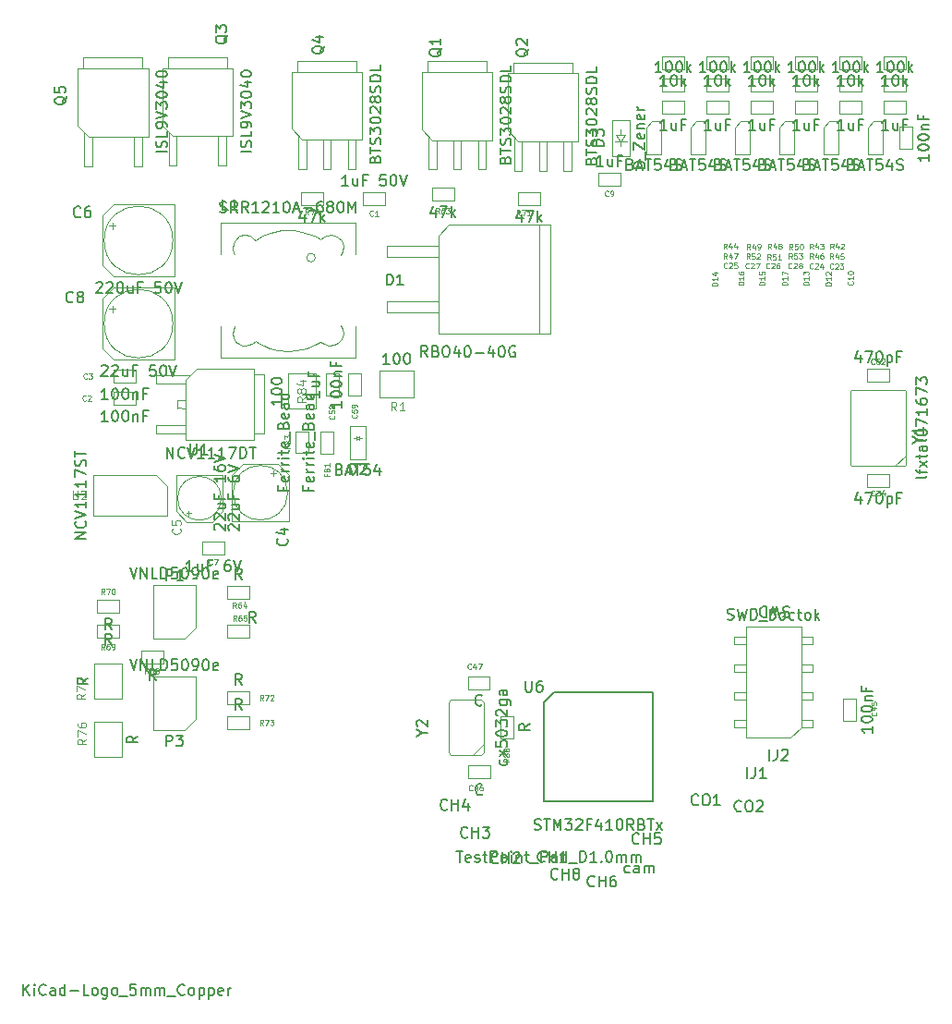
<source format=gbr>
G04 #@! TF.GenerationSoftware,KiCad,Pcbnew,5.1.2-f72e74a~84~ubuntu18.04.1*
G04 #@! TF.CreationDate,2019-08-21T00:14:30+02:00*
G04 #@! TF.ProjectId,Tuareg,54756172-6567-42e6-9b69-6361645f7063,rev?*
G04 #@! TF.SameCoordinates,Original*
G04 #@! TF.FileFunction,Other,Fab,Top*
%FSLAX46Y46*%
G04 Gerber Fmt 4.6, Leading zero omitted, Abs format (unit mm)*
G04 Created by KiCad (PCBNEW 5.1.2-f72e74a~84~ubuntu18.04.1) date 2019-08-21 00:14:30*
%MOMM*%
%LPD*%
G04 APERTURE LIST*
%ADD10C,0.150000*%
%ADD11C,0.100000*%
%ADD12C,0.080000*%
%ADD13C,0.120000*%
%ADD14C,0.075000*%
G04 APERTURE END LIST*
D10*
X154671542Y-118416438D02*
X154528685Y-118368819D01*
X154290590Y-118368819D01*
X154195352Y-118416438D01*
X154147733Y-118464057D01*
X154100114Y-118559295D01*
X154100114Y-118654533D01*
X154147733Y-118749771D01*
X154195352Y-118797390D01*
X154290590Y-118845009D01*
X154481066Y-118892628D01*
X154576304Y-118940247D01*
X154623923Y-118987866D01*
X154671542Y-119083104D01*
X154671542Y-119178342D01*
X154623923Y-119273580D01*
X154576304Y-119321200D01*
X154481066Y-119368819D01*
X154242971Y-119368819D01*
X154100114Y-119321200D01*
X153766780Y-119368819D02*
X153528685Y-118368819D01*
X153338209Y-119083104D01*
X153147733Y-118368819D01*
X152909638Y-119368819D01*
X152528685Y-118368819D02*
X152528685Y-119368819D01*
X152290590Y-119368819D01*
X152147733Y-119321200D01*
X152052495Y-119225961D01*
X152004876Y-119130723D01*
X151957257Y-118940247D01*
X151957257Y-118797390D01*
X152004876Y-118606914D01*
X152052495Y-118511676D01*
X152147733Y-118416438D01*
X152290590Y-118368819D01*
X152528685Y-118368819D01*
D11*
X164379400Y-105506400D02*
X165379400Y-104506400D01*
X160399400Y-105506400D02*
X160299400Y-105406400D01*
X165279400Y-105506400D02*
X160399400Y-105506400D01*
X165379400Y-105406400D02*
X165279400Y-105506400D01*
X165379400Y-98606400D02*
X165379400Y-105406400D01*
X165279400Y-98506400D02*
X165379400Y-98606400D01*
X160399400Y-98506400D02*
X165279400Y-98506400D01*
X160299400Y-98606400D02*
X160399400Y-98506400D01*
X160299400Y-105406400D02*
X160299400Y-98606400D01*
X149612800Y-121142800D02*
X150672800Y-121142800D01*
X149612800Y-121782800D02*
X149612800Y-121142800D01*
X150672800Y-121782800D02*
X149612800Y-121782800D01*
X156812800Y-121142800D02*
X155752800Y-121142800D01*
X156812800Y-121782800D02*
X156812800Y-121142800D01*
X155752800Y-121782800D02*
X156812800Y-121782800D01*
X149612800Y-123682800D02*
X150672800Y-123682800D01*
X149612800Y-124322800D02*
X149612800Y-123682800D01*
X150672800Y-124322800D02*
X149612800Y-124322800D01*
X156812800Y-123682800D02*
X155752800Y-123682800D01*
X156812800Y-124322800D02*
X156812800Y-123682800D01*
X155752800Y-124322800D02*
X156812800Y-124322800D01*
X149612800Y-126222800D02*
X150672800Y-126222800D01*
X149612800Y-126862800D02*
X149612800Y-126222800D01*
X150672800Y-126862800D02*
X149612800Y-126862800D01*
X156812800Y-126222800D02*
X155752800Y-126222800D01*
X156812800Y-126862800D02*
X156812800Y-126222800D01*
X155752800Y-126862800D02*
X156812800Y-126862800D01*
X149612800Y-128762800D02*
X150672800Y-128762800D01*
X149612800Y-129402800D02*
X149612800Y-128762800D01*
X150672800Y-129402800D02*
X149612800Y-129402800D01*
X156812800Y-128762800D02*
X155752800Y-128762800D01*
X156812800Y-129402800D02*
X156812800Y-128762800D01*
X155752800Y-129402800D02*
X156812800Y-129402800D01*
X150672800Y-130352800D02*
X150672800Y-120192800D01*
X155752800Y-129402800D02*
X154802800Y-130352800D01*
X155752800Y-120192800D02*
X155752800Y-129402800D01*
X154802800Y-130352800D02*
X150672800Y-130352800D01*
X150672800Y-120192800D02*
X155752800Y-120192800D01*
X112176000Y-99044000D02*
X112176000Y-97044000D01*
X113376000Y-99044000D02*
X112176000Y-99044000D01*
X113376000Y-97044000D02*
X113376000Y-99044000D01*
X112176000Y-97044000D02*
X113376000Y-97044000D01*
X114208000Y-99044000D02*
X114208000Y-97044000D01*
X115408000Y-99044000D02*
X114208000Y-99044000D01*
X115408000Y-97044000D02*
X115408000Y-99044000D01*
X114208000Y-97044000D02*
X115408000Y-97044000D01*
X109382000Y-102327200D02*
X110582000Y-102327200D01*
X110582000Y-102327200D02*
X110582000Y-104327200D01*
X110582000Y-104327200D02*
X109382000Y-104327200D01*
X109382000Y-104327200D02*
X109382000Y-102327200D01*
X108732000Y-100253600D02*
X108732000Y-97053600D01*
X111232000Y-100253600D02*
X108732000Y-100253600D01*
X111232000Y-97053600D02*
X111232000Y-100253600D01*
X108732000Y-97053600D02*
X111232000Y-97053600D01*
X141540000Y-76958000D02*
X142940000Y-76958000D01*
X142940000Y-73918000D02*
X142940000Y-76958000D01*
X141540000Y-74488000D02*
X142090000Y-73918000D01*
X142090000Y-73918000D02*
X142940000Y-73918000D01*
X141540000Y-74488000D02*
X141540000Y-76938000D01*
X93202000Y-118964000D02*
X91202000Y-118964000D01*
X93202000Y-117764000D02*
X93202000Y-118964000D01*
X91202000Y-117764000D02*
X93202000Y-117764000D01*
X91202000Y-118964000D02*
X91202000Y-117764000D01*
X93202000Y-121250000D02*
X91202000Y-121250000D01*
X93202000Y-120050000D02*
X93202000Y-121250000D01*
X91202000Y-120050000D02*
X93202000Y-120050000D01*
X91202000Y-121250000D02*
X91202000Y-120050000D01*
X139208000Y-76188000D02*
X139208000Y-75788000D01*
X139208000Y-75788000D02*
X138658000Y-75788000D01*
X139208000Y-75788000D02*
X139758000Y-75788000D01*
X139208000Y-75788000D02*
X138808000Y-75188000D01*
X138808000Y-75188000D02*
X139608000Y-75188000D01*
X139608000Y-75188000D02*
X139208000Y-75788000D01*
X139208000Y-75188000D02*
X139208000Y-74688000D01*
X138408000Y-77088000D02*
X138408000Y-73788000D01*
X140008000Y-77088000D02*
X138408000Y-77088000D01*
X140008000Y-73788000D02*
X140008000Y-77088000D01*
X138408000Y-73788000D02*
X140008000Y-73788000D01*
X115586000Y-80426000D02*
X117586000Y-80426000D01*
X115586000Y-81626000D02*
X115586000Y-80426000D01*
X117586000Y-81626000D02*
X115586000Y-81626000D01*
X117586000Y-80426000D02*
X117586000Y-81626000D01*
X94726000Y-99914000D02*
X92726000Y-99914000D01*
X94726000Y-98714000D02*
X94726000Y-99914000D01*
X92726000Y-98714000D02*
X94726000Y-98714000D01*
X92726000Y-99914000D02*
X92726000Y-98714000D01*
X94726000Y-97882000D02*
X92726000Y-97882000D01*
X94726000Y-96682000D02*
X94726000Y-97882000D01*
X92726000Y-96682000D02*
X94726000Y-96682000D01*
X92726000Y-97882000D02*
X92726000Y-96682000D01*
X107622000Y-106166044D02*
X107122000Y-106166044D01*
X107372000Y-105916044D02*
X107372000Y-106416044D01*
X104522000Y-105300000D02*
X103522000Y-106300000D01*
X107822000Y-105300000D02*
X108822000Y-106300000D01*
X107822000Y-105300000D02*
X104522000Y-105300000D01*
X103522000Y-106300000D02*
X103522000Y-110600000D01*
X108822000Y-106300000D02*
X108822000Y-110600000D01*
X108822000Y-110600000D02*
X103522000Y-110600000D01*
X108672000Y-107950000D02*
G75*
G03X108672000Y-107950000I-2500000J0D01*
G01*
X99384000Y-109832773D02*
X99784000Y-109832773D01*
X99584000Y-110032773D02*
X99584000Y-109632773D01*
X101734000Y-110608000D02*
X102734000Y-109608000D01*
X99434000Y-110608000D02*
X98434000Y-109608000D01*
X99434000Y-110608000D02*
X101734000Y-110608000D01*
X102734000Y-109608000D02*
X102734000Y-106308000D01*
X98434000Y-109608000D02*
X98434000Y-106308000D01*
X98434000Y-106308000D02*
X102734000Y-106308000D01*
X102584000Y-108458000D02*
G75*
G03X102584000Y-108458000I-2000000J0D01*
G01*
X92606162Y-83191000D02*
X92606162Y-83821000D01*
X92291162Y-83506000D02*
X92921162Y-83506000D01*
X91696000Y-87136000D02*
X92696000Y-88136000D01*
X91696000Y-82536000D02*
X92696000Y-81536000D01*
X91696000Y-82536000D02*
X91696000Y-87136000D01*
X92696000Y-88136000D02*
X98296000Y-88136000D01*
X92696000Y-81536000D02*
X98296000Y-81536000D01*
X98296000Y-81536000D02*
X98296000Y-88136000D01*
X98146000Y-84836000D02*
G75*
G03X98146000Y-84836000I-3150000J0D01*
G01*
X102854000Y-113630000D02*
X100854000Y-113630000D01*
X102854000Y-112430000D02*
X102854000Y-113630000D01*
X100854000Y-112430000D02*
X102854000Y-112430000D01*
X100854000Y-113630000D02*
X100854000Y-112430000D01*
X92606162Y-90811000D02*
X92606162Y-91441000D01*
X92291162Y-91126000D02*
X92921162Y-91126000D01*
X91696000Y-94756000D02*
X92696000Y-95756000D01*
X91696000Y-90156000D02*
X92696000Y-89156000D01*
X91696000Y-90156000D02*
X91696000Y-94756000D01*
X92696000Y-95756000D02*
X98296000Y-95756000D01*
X92696000Y-89156000D02*
X98296000Y-89156000D01*
X98296000Y-89156000D02*
X98296000Y-95756000D01*
X98146000Y-92456000D02*
G75*
G03X98146000Y-92456000I-3150000J0D01*
G01*
X137176000Y-78648000D02*
X139176000Y-78648000D01*
X137176000Y-79848000D02*
X137176000Y-78648000D01*
X139176000Y-79848000D02*
X137176000Y-79848000D01*
X139176000Y-78648000D02*
X139176000Y-79848000D01*
X165954000Y-74438000D02*
X165954000Y-76438000D01*
X164754000Y-74438000D02*
X165954000Y-74438000D01*
X164754000Y-76438000D02*
X164754000Y-74438000D01*
X165954000Y-76438000D02*
X164754000Y-76438000D01*
X165338000Y-73244000D02*
X163338000Y-73244000D01*
X165338000Y-72044000D02*
X165338000Y-73244000D01*
X163338000Y-72044000D02*
X165338000Y-72044000D01*
X163338000Y-73244000D02*
X163338000Y-72044000D01*
X161274000Y-73244000D02*
X159274000Y-73244000D01*
X161274000Y-72044000D02*
X161274000Y-73244000D01*
X159274000Y-72044000D02*
X161274000Y-72044000D01*
X159274000Y-73244000D02*
X159274000Y-72044000D01*
X145018000Y-73244000D02*
X143018000Y-73244000D01*
X145018000Y-72044000D02*
X145018000Y-73244000D01*
X143018000Y-72044000D02*
X145018000Y-72044000D01*
X143018000Y-73244000D02*
X143018000Y-72044000D01*
X153146000Y-73244000D02*
X151146000Y-73244000D01*
X153146000Y-72044000D02*
X153146000Y-73244000D01*
X151146000Y-72044000D02*
X153146000Y-72044000D01*
X151146000Y-73244000D02*
X151146000Y-72044000D01*
X149082000Y-73244000D02*
X147082000Y-73244000D01*
X149082000Y-72044000D02*
X149082000Y-73244000D01*
X147082000Y-72044000D02*
X149082000Y-72044000D01*
X147082000Y-73244000D02*
X147082000Y-72044000D01*
X157210000Y-73244000D02*
X155210000Y-73244000D01*
X157210000Y-72044000D02*
X157210000Y-73244000D01*
X155210000Y-72044000D02*
X157210000Y-72044000D01*
X155210000Y-73244000D02*
X155210000Y-72044000D01*
X163839400Y-107432400D02*
X161839400Y-107432400D01*
X163839400Y-106232400D02*
X163839400Y-107432400D01*
X161839400Y-106232400D02*
X163839400Y-106232400D01*
X161839400Y-107432400D02*
X161839400Y-106232400D01*
X160772400Y-126812800D02*
X160772400Y-128812800D01*
X159572400Y-126812800D02*
X160772400Y-126812800D01*
X159572400Y-128812800D02*
X159572400Y-126812800D01*
X160772400Y-128812800D02*
X159572400Y-128812800D01*
X127212600Y-134127800D02*
X125212600Y-134127800D01*
X127212600Y-132927800D02*
X127212600Y-134127800D01*
X125212600Y-132927800D02*
X127212600Y-132927800D01*
X125212600Y-134127800D02*
X125212600Y-132927800D01*
X127187200Y-125949000D02*
X125187200Y-125949000D01*
X127187200Y-124749000D02*
X127187200Y-125949000D01*
X125187200Y-124749000D02*
X127187200Y-124749000D01*
X125187200Y-125949000D02*
X125187200Y-124749000D01*
X117772000Y-91432000D02*
X122472000Y-91432000D01*
X117772000Y-90432000D02*
X117772000Y-91432000D01*
X122472000Y-90432000D02*
X117772000Y-90432000D01*
X117772000Y-86352000D02*
X122472000Y-86352000D01*
X117772000Y-85352000D02*
X117772000Y-86352000D01*
X122472000Y-85352000D02*
X117772000Y-85352000D01*
X123472000Y-83392000D02*
X131722000Y-83392000D01*
X122472000Y-84392000D02*
X123472000Y-83392000D01*
X122472000Y-93392000D02*
X122472000Y-84392000D01*
X131722000Y-93392000D02*
X122472000Y-93392000D01*
X131722000Y-83392000D02*
X131722000Y-93392000D01*
X132722000Y-93392000D02*
X131722000Y-93392000D01*
X132722000Y-83392000D02*
X132722000Y-93392000D01*
X131722000Y-83392000D02*
X132722000Y-83392000D01*
X114412800Y-101858000D02*
X114412800Y-104898000D01*
X114412800Y-101858000D02*
X115812800Y-101858000D01*
X114412800Y-104898000D02*
X115812800Y-104898000D01*
X115812800Y-101858000D02*
X115812800Y-104898000D01*
X115262800Y-102728000D02*
X115262800Y-103128000D01*
X115262800Y-102928000D02*
X115512800Y-102928000D01*
X115262800Y-102928000D02*
X114962800Y-102728000D01*
X114962800Y-102728000D02*
X114962800Y-103128000D01*
X114962800Y-103128000D02*
X115262800Y-102928000D01*
X114962800Y-102928000D02*
X114712800Y-102928000D01*
X161860000Y-76958000D02*
X163260000Y-76958000D01*
X163260000Y-73918000D02*
X163260000Y-76958000D01*
X161860000Y-74488000D02*
X162410000Y-73918000D01*
X162410000Y-73918000D02*
X163260000Y-73918000D01*
X161860000Y-74488000D02*
X161860000Y-76938000D01*
X157796000Y-76958000D02*
X159196000Y-76958000D01*
X159196000Y-73918000D02*
X159196000Y-76958000D01*
X157796000Y-74488000D02*
X158346000Y-73918000D01*
X158346000Y-73918000D02*
X159196000Y-73918000D01*
X157796000Y-74488000D02*
X157796000Y-76938000D01*
X149668000Y-76958000D02*
X151068000Y-76958000D01*
X151068000Y-73918000D02*
X151068000Y-76958000D01*
X149668000Y-74488000D02*
X150218000Y-73918000D01*
X150218000Y-73918000D02*
X151068000Y-73918000D01*
X149668000Y-74488000D02*
X149668000Y-76938000D01*
X145604000Y-76958000D02*
X147004000Y-76958000D01*
X147004000Y-73918000D02*
X147004000Y-76958000D01*
X145604000Y-74488000D02*
X146154000Y-73918000D01*
X146154000Y-73918000D02*
X147004000Y-73918000D01*
X145604000Y-74488000D02*
X145604000Y-76938000D01*
X153732000Y-76958000D02*
X155132000Y-76958000D01*
X155132000Y-73918000D02*
X155132000Y-76958000D01*
X153732000Y-74488000D02*
X154282000Y-73918000D01*
X154282000Y-73918000D02*
X155132000Y-73918000D01*
X153732000Y-74488000D02*
X153732000Y-76938000D01*
X111668000Y-104352600D02*
X111668000Y-102352600D01*
X112868000Y-104352600D02*
X111668000Y-104352600D01*
X112868000Y-102352600D02*
X112868000Y-104352600D01*
X111668000Y-102352600D02*
X112868000Y-102352600D01*
X111202512Y-86408000D02*
G75*
G03X111202512Y-86408000I-390512J0D01*
G01*
X102512000Y-95608000D02*
X102512000Y-92708000D01*
X114912000Y-95608000D02*
X114912000Y-92708000D01*
X102512000Y-95608000D02*
X114912000Y-95608000D01*
X102512000Y-83208000D02*
X102512000Y-86108000D01*
X114912000Y-83208000D02*
X102512000Y-83208000D01*
X114912000Y-86108000D02*
X114912000Y-83208000D01*
X113712000Y-92908000D02*
X113512000Y-92608000D01*
X113812000Y-93408000D02*
X113712000Y-92908000D01*
X113612000Y-93908000D02*
X113812000Y-93408000D01*
X113312000Y-94208000D02*
X113612000Y-93908000D01*
X112912000Y-94408000D02*
X113312000Y-94208000D01*
X112412000Y-94508000D02*
X112912000Y-94408000D01*
X112012000Y-94308000D02*
X112412000Y-94508000D01*
X111712000Y-94108000D02*
X112012000Y-94308000D01*
X111312000Y-94308000D02*
X111712000Y-94108000D01*
X110412000Y-94708000D02*
X111312000Y-94308000D01*
X109512000Y-94908000D02*
X110412000Y-94708000D01*
X108712000Y-95008000D02*
X109512000Y-94908000D01*
X107812000Y-94908000D02*
X108712000Y-95008000D01*
X107012000Y-94708000D02*
X107812000Y-94908000D01*
X106512000Y-94508000D02*
X107012000Y-94708000D01*
X106112000Y-94308000D02*
X106512000Y-94508000D01*
X105712000Y-94008000D02*
X106112000Y-94308000D01*
X105412000Y-94308000D02*
X105712000Y-94008000D01*
X105112000Y-94408000D02*
X105412000Y-94308000D01*
X104812000Y-94508000D02*
X105112000Y-94408000D01*
X104512000Y-94508000D02*
X104812000Y-94508000D01*
X104212000Y-94308000D02*
X104512000Y-94508000D01*
X103912000Y-94108000D02*
X104212000Y-94308000D01*
X103712000Y-93708000D02*
X103912000Y-94108000D01*
X103612000Y-93408000D02*
X103712000Y-93708000D01*
X103712000Y-93008000D02*
X103612000Y-93408000D01*
X103812000Y-92708000D02*
X103712000Y-93008000D01*
X113712000Y-85808000D02*
X113512000Y-86208000D01*
X113812000Y-85308000D02*
X113712000Y-85808000D01*
X113612000Y-84808000D02*
X113812000Y-85308000D01*
X113312000Y-84608000D02*
X113612000Y-84808000D01*
X113012000Y-84408000D02*
X113312000Y-84608000D01*
X112612000Y-84308000D02*
X113012000Y-84408000D01*
X112012000Y-84508000D02*
X112612000Y-84308000D01*
X111712000Y-84708000D02*
X112012000Y-84508000D01*
X111312000Y-84508000D02*
X111712000Y-84708000D01*
X110812000Y-84308000D02*
X111312000Y-84508000D01*
X110212000Y-84108000D02*
X110812000Y-84308000D01*
X109312000Y-83908000D02*
X110212000Y-84108000D01*
X108112000Y-83908000D02*
X109312000Y-83908000D01*
X107112000Y-84108000D02*
X108112000Y-83908000D01*
X106312000Y-84408000D02*
X107112000Y-84108000D01*
X105712000Y-84808000D02*
X106312000Y-84408000D01*
X105612000Y-84708000D02*
X105712000Y-84808000D01*
X105212000Y-84408000D02*
X105612000Y-84708000D01*
X104712000Y-84308000D02*
X105212000Y-84408000D01*
X104212000Y-84408000D02*
X104712000Y-84308000D01*
X103912000Y-84808000D02*
X104212000Y-84408000D01*
X103712000Y-85108000D02*
X103912000Y-84808000D01*
X103612000Y-85608000D02*
X103712000Y-85108000D01*
X103712000Y-86008000D02*
X103612000Y-85608000D01*
X103812000Y-86108000D02*
X103712000Y-86008000D01*
X100248000Y-120322000D02*
X99248000Y-121322000D01*
X100248000Y-116422000D02*
X100248000Y-120322000D01*
X96348000Y-116422000D02*
X100248000Y-116422000D01*
X96348000Y-121322000D02*
X96348000Y-116422000D01*
X99248000Y-121322000D02*
X96348000Y-121322000D01*
X100248000Y-128704000D02*
X99248000Y-129704000D01*
X100248000Y-124804000D02*
X100248000Y-128704000D01*
X96348000Y-124804000D02*
X100248000Y-124804000D01*
X96348000Y-129704000D02*
X96348000Y-124804000D01*
X99248000Y-129704000D02*
X96348000Y-129704000D01*
X126862000Y-78341000D02*
X126862000Y-75641000D01*
X126112000Y-78341000D02*
X126862000Y-78341000D01*
X126112000Y-75641000D02*
X126112000Y-78341000D01*
X124582000Y-78341000D02*
X124582000Y-75641000D01*
X123832000Y-78341000D02*
X124582000Y-78341000D01*
X123832000Y-75641000D02*
X123832000Y-78341000D01*
X122302000Y-78341000D02*
X122302000Y-75641000D01*
X121552000Y-78341000D02*
X122302000Y-78341000D01*
X121552000Y-75236000D02*
X121552000Y-78341000D01*
X120957000Y-74641000D02*
X120957000Y-69421000D01*
X121957000Y-75641000D02*
X120957000Y-74641000D01*
X127457000Y-75641000D02*
X121957000Y-75641000D01*
X127457000Y-69421000D02*
X127457000Y-75641000D01*
X120957000Y-69421000D02*
X127457000Y-69421000D01*
X126907000Y-68421000D02*
X126907000Y-69421000D01*
X121507000Y-68421000D02*
X126907000Y-68421000D01*
X121507000Y-69421000D02*
X121507000Y-68421000D01*
X134735000Y-78444000D02*
X134735000Y-75744000D01*
X133985000Y-78444000D02*
X134735000Y-78444000D01*
X133985000Y-75744000D02*
X133985000Y-78444000D01*
X132455000Y-78444000D02*
X132455000Y-75744000D01*
X131705000Y-78444000D02*
X132455000Y-78444000D01*
X131705000Y-75744000D02*
X131705000Y-78444000D01*
X130175000Y-78444000D02*
X130175000Y-75744000D01*
X129425000Y-78444000D02*
X130175000Y-78444000D01*
X129425000Y-75339000D02*
X129425000Y-78444000D01*
X128830000Y-74744000D02*
X128830000Y-69524000D01*
X129830000Y-75744000D02*
X128830000Y-74744000D01*
X135330000Y-75744000D02*
X129830000Y-75744000D01*
X135330000Y-69524000D02*
X135330000Y-75744000D01*
X128830000Y-69524000D02*
X135330000Y-69524000D01*
X134780000Y-68524000D02*
X134780000Y-69524000D01*
X129380000Y-68524000D02*
X134780000Y-68524000D01*
X129380000Y-69524000D02*
X129380000Y-68524000D01*
X103061200Y-77985400D02*
X103061200Y-75285400D01*
X102311200Y-77985400D02*
X103061200Y-77985400D01*
X102311200Y-75285400D02*
X102311200Y-77985400D01*
X98501200Y-77985400D02*
X98501200Y-75285400D01*
X97751200Y-77985400D02*
X98501200Y-77985400D01*
X97751200Y-74880400D02*
X97751200Y-77985400D01*
X97156200Y-74285400D02*
X97156200Y-69065400D01*
X98156200Y-75285400D02*
X97156200Y-74285400D01*
X103656200Y-75285400D02*
X98156200Y-75285400D01*
X103656200Y-69065400D02*
X103656200Y-75285400D01*
X97156200Y-69065400D02*
X103656200Y-69065400D01*
X103106200Y-68065400D02*
X103106200Y-69065400D01*
X97706200Y-68065400D02*
X103106200Y-68065400D01*
X97706200Y-69065400D02*
X97706200Y-68065400D01*
X114924000Y-78293000D02*
X114924000Y-75593000D01*
X114174000Y-78293000D02*
X114924000Y-78293000D01*
X114174000Y-75593000D02*
X114174000Y-78293000D01*
X112644000Y-78293000D02*
X112644000Y-75593000D01*
X111894000Y-78293000D02*
X112644000Y-78293000D01*
X111894000Y-75593000D02*
X111894000Y-78293000D01*
X110364000Y-78293000D02*
X110364000Y-75593000D01*
X109614000Y-78293000D02*
X110364000Y-78293000D01*
X109614000Y-75188000D02*
X109614000Y-78293000D01*
X109019000Y-74593000D02*
X109019000Y-69373000D01*
X110019000Y-75593000D02*
X109019000Y-74593000D01*
X115519000Y-75593000D02*
X110019000Y-75593000D01*
X115519000Y-69373000D02*
X115519000Y-75593000D01*
X109019000Y-69373000D02*
X115519000Y-69373000D01*
X114969000Y-68373000D02*
X114969000Y-69373000D01*
X109569000Y-68373000D02*
X114969000Y-68373000D01*
X109569000Y-69373000D02*
X109569000Y-68373000D01*
X95314200Y-78013600D02*
X95314200Y-75313600D01*
X94564200Y-78013600D02*
X95314200Y-78013600D01*
X94564200Y-75313600D02*
X94564200Y-78013600D01*
X90754200Y-78013600D02*
X90754200Y-75313600D01*
X90004200Y-78013600D02*
X90754200Y-78013600D01*
X90004200Y-74908600D02*
X90004200Y-78013600D01*
X89409200Y-74313600D02*
X89409200Y-69093600D01*
X90409200Y-75313600D02*
X89409200Y-74313600D01*
X95909200Y-75313600D02*
X90409200Y-75313600D01*
X95909200Y-69093600D02*
X95909200Y-75313600D01*
X89409200Y-69093600D02*
X95909200Y-69093600D01*
X95359200Y-68093600D02*
X95359200Y-69093600D01*
X89959200Y-68093600D02*
X95359200Y-68093600D01*
X89959200Y-69093600D02*
X89959200Y-68093600D01*
X117068800Y-96743200D02*
X120268800Y-96743200D01*
X117068800Y-99243200D02*
X117068800Y-96743200D01*
X120268800Y-99243200D02*
X117068800Y-99243200D01*
X120268800Y-96743200D02*
X120268800Y-99243200D01*
X165338000Y-69180000D02*
X163338000Y-69180000D01*
X165338000Y-67980000D02*
X165338000Y-69180000D01*
X163338000Y-67980000D02*
X165338000Y-67980000D01*
X163338000Y-69180000D02*
X163338000Y-67980000D01*
X161274000Y-69180000D02*
X159274000Y-69180000D01*
X161274000Y-67980000D02*
X161274000Y-69180000D01*
X159274000Y-67980000D02*
X161274000Y-67980000D01*
X159274000Y-69180000D02*
X159274000Y-67980000D01*
X145018000Y-69180000D02*
X143018000Y-69180000D01*
X145018000Y-67980000D02*
X145018000Y-69180000D01*
X143018000Y-67980000D02*
X145018000Y-67980000D01*
X143018000Y-69180000D02*
X143018000Y-67980000D01*
X163338000Y-70012000D02*
X165338000Y-70012000D01*
X163338000Y-71212000D02*
X163338000Y-70012000D01*
X165338000Y-71212000D02*
X163338000Y-71212000D01*
X165338000Y-70012000D02*
X165338000Y-71212000D01*
X159274000Y-70012000D02*
X161274000Y-70012000D01*
X159274000Y-71212000D02*
X159274000Y-70012000D01*
X161274000Y-71212000D02*
X159274000Y-71212000D01*
X161274000Y-70012000D02*
X161274000Y-71212000D01*
X143018000Y-70012000D02*
X145018000Y-70012000D01*
X143018000Y-71212000D02*
X143018000Y-70012000D01*
X145018000Y-71212000D02*
X143018000Y-71212000D01*
X145018000Y-70012000D02*
X145018000Y-71212000D01*
X153146000Y-69180000D02*
X151146000Y-69180000D01*
X153146000Y-67980000D02*
X153146000Y-69180000D01*
X151146000Y-67980000D02*
X153146000Y-67980000D01*
X151146000Y-69180000D02*
X151146000Y-67980000D01*
X149082000Y-69180000D02*
X147082000Y-69180000D01*
X149082000Y-67980000D02*
X149082000Y-69180000D01*
X147082000Y-67980000D02*
X149082000Y-67980000D01*
X147082000Y-69180000D02*
X147082000Y-67980000D01*
X157210000Y-69180000D02*
X155210000Y-69180000D01*
X157210000Y-67980000D02*
X157210000Y-69180000D01*
X155210000Y-67980000D02*
X157210000Y-67980000D01*
X155210000Y-69180000D02*
X155210000Y-67980000D01*
X151146000Y-70012000D02*
X153146000Y-70012000D01*
X151146000Y-71212000D02*
X151146000Y-70012000D01*
X153146000Y-71212000D02*
X151146000Y-71212000D01*
X153146000Y-70012000D02*
X153146000Y-71212000D01*
X147082000Y-70012000D02*
X149082000Y-70012000D01*
X147082000Y-71212000D02*
X147082000Y-70012000D01*
X149082000Y-71212000D02*
X147082000Y-71212000D01*
X149082000Y-70012000D02*
X149082000Y-71212000D01*
X155210000Y-70012000D02*
X157210000Y-70012000D01*
X155210000Y-71212000D02*
X155210000Y-70012000D01*
X157210000Y-71212000D02*
X155210000Y-71212000D01*
X157210000Y-70012000D02*
X157210000Y-71212000D01*
X123910600Y-81219600D02*
X121910600Y-81219600D01*
X123910600Y-80019600D02*
X123910600Y-81219600D01*
X121910600Y-80019600D02*
X123910600Y-80019600D01*
X121910600Y-81219600D02*
X121910600Y-80019600D01*
X103140000Y-116494000D02*
X105140000Y-116494000D01*
X103140000Y-117694000D02*
X103140000Y-116494000D01*
X105140000Y-117694000D02*
X103140000Y-117694000D01*
X105140000Y-116494000D02*
X105140000Y-117694000D01*
X103140000Y-120050000D02*
X105140000Y-120050000D01*
X103140000Y-121250000D02*
X103140000Y-120050000D01*
X105140000Y-121250000D02*
X103140000Y-121250000D01*
X105140000Y-120050000D02*
X105140000Y-121250000D01*
X97266000Y-123637600D02*
X95266000Y-123637600D01*
X97266000Y-122437600D02*
X97266000Y-123637600D01*
X95266000Y-122437600D02*
X97266000Y-122437600D01*
X95266000Y-123637600D02*
X95266000Y-122437600D01*
X131810000Y-81626000D02*
X129810000Y-81626000D01*
X131810000Y-80426000D02*
X131810000Y-81626000D01*
X129810000Y-80426000D02*
X131810000Y-80426000D01*
X129810000Y-81626000D02*
X129810000Y-80426000D01*
X103140000Y-126146000D02*
X105140000Y-126146000D01*
X103140000Y-127346000D02*
X103140000Y-126146000D01*
X105140000Y-127346000D02*
X103140000Y-127346000D01*
X105140000Y-126146000D02*
X105140000Y-127346000D01*
X103140000Y-128432000D02*
X105140000Y-128432000D01*
X103140000Y-129632000D02*
X103140000Y-128432000D01*
X105140000Y-129632000D02*
X103140000Y-129632000D01*
X105140000Y-128432000D02*
X105140000Y-129632000D01*
X111921800Y-81626000D02*
X109921800Y-81626000D01*
X111921800Y-80426000D02*
X111921800Y-81626000D01*
X109921800Y-80426000D02*
X111921800Y-80426000D01*
X109921800Y-81626000D02*
X109921800Y-80426000D01*
X93452000Y-128956000D02*
X93452000Y-132156000D01*
X90952000Y-128956000D02*
X93452000Y-128956000D01*
X90952000Y-132156000D02*
X90952000Y-128956000D01*
X93452000Y-132156000D02*
X90952000Y-132156000D01*
X90952000Y-126822000D02*
X90952000Y-123622000D01*
X93452000Y-126822000D02*
X90952000Y-126822000D01*
X93452000Y-123622000D02*
X93452000Y-126822000D01*
X90952000Y-123622000D02*
X93452000Y-123622000D01*
X129352600Y-128438400D02*
X129352600Y-130438400D01*
X128152600Y-128438400D02*
X129352600Y-128438400D01*
X128152600Y-130438400D02*
X128152600Y-128438400D01*
X129352600Y-130438400D02*
X128152600Y-130438400D01*
X105550000Y-97122000D02*
X106550000Y-97122000D01*
X106550000Y-97122000D02*
X106550000Y-102522000D01*
X106550000Y-102522000D02*
X105550000Y-102522000D01*
X105550000Y-96572000D02*
X105550000Y-103072000D01*
X105550000Y-103072000D02*
X99330000Y-103072000D01*
X99330000Y-103072000D02*
X99330000Y-97572000D01*
X99330000Y-97572000D02*
X100330000Y-96572000D01*
X100330000Y-96572000D02*
X105550000Y-96572000D01*
X99735000Y-97167000D02*
X96630000Y-97167000D01*
X96630000Y-97167000D02*
X96630000Y-97917000D01*
X96630000Y-97917000D02*
X99330000Y-97917000D01*
X99330000Y-99447000D02*
X98526600Y-99466400D01*
X98526600Y-99447000D02*
X98526600Y-100197000D01*
X98526600Y-100177600D02*
X99330000Y-100197000D01*
X99330000Y-101727000D02*
X96630000Y-101727000D01*
X96630000Y-101727000D02*
X96630000Y-102477000D01*
X96630000Y-102477000D02*
X99330000Y-102477000D01*
X97584000Y-110054000D02*
X90884000Y-110054000D01*
X90884000Y-106354000D02*
X90884000Y-110054000D01*
X97584000Y-107354000D02*
X97584000Y-110054000D01*
X96584000Y-106354000D02*
X90884000Y-106354000D01*
X96584000Y-106354000D02*
X97584000Y-107354000D01*
D10*
X132134600Y-127191000D02*
X133134600Y-126191000D01*
X132134600Y-136191000D02*
X132134600Y-127191000D01*
X142134600Y-136191000D02*
X132134600Y-136191000D01*
X142134600Y-126191000D02*
X142134600Y-136191000D01*
X133134600Y-126191000D02*
X142134600Y-126191000D01*
D11*
X161839400Y-96580400D02*
X163839400Y-96580400D01*
X161839400Y-97780400D02*
X161839400Y-96580400D01*
X163839400Y-97780400D02*
X161839400Y-97780400D01*
X163839400Y-96580400D02*
X163839400Y-97780400D01*
X125644200Y-131938400D02*
X126644200Y-130938400D01*
X123644200Y-131938400D02*
X123444200Y-131738400D01*
X126444200Y-131938400D02*
X123644200Y-131938400D01*
X126644200Y-131738400D02*
X126444200Y-131938400D01*
X126644200Y-127138400D02*
X126644200Y-131738400D01*
X126444200Y-126938400D02*
X126644200Y-127138400D01*
X123644200Y-126938400D02*
X126444200Y-126938400D01*
X123444200Y-127138400D02*
X123644200Y-126938400D01*
X123444200Y-131738400D02*
X123444200Y-127138400D01*
D10*
X152787457Y-132456180D02*
X152787457Y-131456180D01*
X153549361Y-131456180D02*
X153549361Y-132170466D01*
X153501742Y-132313323D01*
X153406504Y-132408561D01*
X153263647Y-132456180D01*
X153168409Y-132456180D01*
X153977933Y-131551419D02*
X154025552Y-131503800D01*
X154120790Y-131456180D01*
X154358885Y-131456180D01*
X154454123Y-131503800D01*
X154501742Y-131551419D01*
X154549361Y-131646657D01*
X154549361Y-131741895D01*
X154501742Y-131884752D01*
X153930314Y-132456180D01*
X154549361Y-132456180D01*
X150780857Y-134107180D02*
X150780857Y-133107180D01*
X151542761Y-133107180D02*
X151542761Y-133821466D01*
X151495142Y-133964323D01*
X151399904Y-134059561D01*
X151257047Y-134107180D01*
X151161809Y-134107180D01*
X152542761Y-134107180D02*
X151971333Y-134107180D01*
X152257047Y-134107180D02*
X152257047Y-133107180D01*
X152161809Y-133250038D01*
X152066571Y-133345276D01*
X151971333Y-133392895D01*
X150261723Y-137059942D02*
X150214104Y-137107561D01*
X150071247Y-137155180D01*
X149976009Y-137155180D01*
X149833152Y-137107561D01*
X149737914Y-137012323D01*
X149690295Y-136917085D01*
X149642676Y-136726609D01*
X149642676Y-136583752D01*
X149690295Y-136393276D01*
X149737914Y-136298038D01*
X149833152Y-136202800D01*
X149976009Y-136155180D01*
X150071247Y-136155180D01*
X150214104Y-136202800D01*
X150261723Y-136250419D01*
X150880771Y-136155180D02*
X151071247Y-136155180D01*
X151166485Y-136202800D01*
X151261723Y-136298038D01*
X151309342Y-136488514D01*
X151309342Y-136821847D01*
X151261723Y-137012323D01*
X151166485Y-137107561D01*
X151071247Y-137155180D01*
X150880771Y-137155180D01*
X150785533Y-137107561D01*
X150690295Y-137012323D01*
X150642676Y-136821847D01*
X150642676Y-136488514D01*
X150690295Y-136298038D01*
X150785533Y-136202800D01*
X150880771Y-136155180D01*
X151690295Y-136250419D02*
X151737914Y-136202800D01*
X151833152Y-136155180D01*
X152071247Y-136155180D01*
X152166485Y-136202800D01*
X152214104Y-136250419D01*
X152261723Y-136345657D01*
X152261723Y-136440895D01*
X152214104Y-136583752D01*
X151642676Y-137155180D01*
X152261723Y-137155180D01*
X146324723Y-136475742D02*
X146277104Y-136523361D01*
X146134247Y-136570980D01*
X146039009Y-136570980D01*
X145896152Y-136523361D01*
X145800914Y-136428123D01*
X145753295Y-136332885D01*
X145705676Y-136142409D01*
X145705676Y-135999552D01*
X145753295Y-135809076D01*
X145800914Y-135713838D01*
X145896152Y-135618600D01*
X146039009Y-135570980D01*
X146134247Y-135570980D01*
X146277104Y-135618600D01*
X146324723Y-135666219D01*
X146943771Y-135570980D02*
X147134247Y-135570980D01*
X147229485Y-135618600D01*
X147324723Y-135713838D01*
X147372342Y-135904314D01*
X147372342Y-136237647D01*
X147324723Y-136428123D01*
X147229485Y-136523361D01*
X147134247Y-136570980D01*
X146943771Y-136570980D01*
X146848533Y-136523361D01*
X146753295Y-136428123D01*
X146705676Y-136237647D01*
X146705676Y-135904314D01*
X146753295Y-135713838D01*
X146848533Y-135618600D01*
X146943771Y-135570980D01*
X148324723Y-136570980D02*
X147753295Y-136570980D01*
X148039009Y-136570980D02*
X148039009Y-135570980D01*
X147943771Y-135713838D01*
X147848533Y-135809076D01*
X147753295Y-135856695D01*
X136799723Y-143943342D02*
X136752104Y-143990961D01*
X136609247Y-144038580D01*
X136514009Y-144038580D01*
X136371152Y-143990961D01*
X136275914Y-143895723D01*
X136228295Y-143800485D01*
X136180676Y-143610009D01*
X136180676Y-143467152D01*
X136228295Y-143276676D01*
X136275914Y-143181438D01*
X136371152Y-143086200D01*
X136514009Y-143038580D01*
X136609247Y-143038580D01*
X136752104Y-143086200D01*
X136799723Y-143133819D01*
X137228295Y-144038580D02*
X137228295Y-143038580D01*
X137228295Y-143514771D02*
X137799723Y-143514771D01*
X137799723Y-144038580D02*
X137799723Y-143038580D01*
X138704485Y-143038580D02*
X138514009Y-143038580D01*
X138418771Y-143086200D01*
X138371152Y-143133819D01*
X138275914Y-143276676D01*
X138228295Y-143467152D01*
X138228295Y-143848104D01*
X138275914Y-143943342D01*
X138323533Y-143990961D01*
X138418771Y-144038580D01*
X138609247Y-144038580D01*
X138704485Y-143990961D01*
X138752104Y-143943342D01*
X138799723Y-143848104D01*
X138799723Y-143610009D01*
X138752104Y-143514771D01*
X138704485Y-143467152D01*
X138609247Y-143419533D01*
X138418771Y-143419533D01*
X138323533Y-143467152D01*
X138275914Y-143514771D01*
X138228295Y-143610009D01*
X140889123Y-140031742D02*
X140841504Y-140079361D01*
X140698647Y-140126980D01*
X140603409Y-140126980D01*
X140460552Y-140079361D01*
X140365314Y-139984123D01*
X140317695Y-139888885D01*
X140270076Y-139698409D01*
X140270076Y-139555552D01*
X140317695Y-139365076D01*
X140365314Y-139269838D01*
X140460552Y-139174600D01*
X140603409Y-139126980D01*
X140698647Y-139126980D01*
X140841504Y-139174600D01*
X140889123Y-139222219D01*
X141317695Y-140126980D02*
X141317695Y-139126980D01*
X141317695Y-139603171D02*
X141889123Y-139603171D01*
X141889123Y-140126980D02*
X141889123Y-139126980D01*
X142841504Y-139126980D02*
X142365314Y-139126980D01*
X142317695Y-139603171D01*
X142365314Y-139555552D01*
X142460552Y-139507933D01*
X142698647Y-139507933D01*
X142793885Y-139555552D01*
X142841504Y-139603171D01*
X142889123Y-139698409D01*
X142889123Y-139936504D01*
X142841504Y-140031742D01*
X142793885Y-140079361D01*
X142698647Y-140126980D01*
X142460552Y-140126980D01*
X142365314Y-140079361D01*
X142317695Y-140031742D01*
X133421523Y-143282942D02*
X133373904Y-143330561D01*
X133231047Y-143378180D01*
X133135809Y-143378180D01*
X132992952Y-143330561D01*
X132897714Y-143235323D01*
X132850095Y-143140085D01*
X132802476Y-142949609D01*
X132802476Y-142806752D01*
X132850095Y-142616276D01*
X132897714Y-142521038D01*
X132992952Y-142425800D01*
X133135809Y-142378180D01*
X133231047Y-142378180D01*
X133373904Y-142425800D01*
X133421523Y-142473419D01*
X133850095Y-143378180D02*
X133850095Y-142378180D01*
X133850095Y-142854371D02*
X134421523Y-142854371D01*
X134421523Y-143378180D02*
X134421523Y-142378180D01*
X135040571Y-142806752D02*
X134945333Y-142759133D01*
X134897714Y-142711514D01*
X134850095Y-142616276D01*
X134850095Y-142568657D01*
X134897714Y-142473419D01*
X134945333Y-142425800D01*
X135040571Y-142378180D01*
X135231047Y-142378180D01*
X135326285Y-142425800D01*
X135373904Y-142473419D01*
X135421523Y-142568657D01*
X135421523Y-142616276D01*
X135373904Y-142711514D01*
X135326285Y-142759133D01*
X135231047Y-142806752D01*
X135040571Y-142806752D01*
X134945333Y-142854371D01*
X134897714Y-142901990D01*
X134850095Y-142997228D01*
X134850095Y-143187704D01*
X134897714Y-143282942D01*
X134945333Y-143330561D01*
X135040571Y-143378180D01*
X135231047Y-143378180D01*
X135326285Y-143330561D01*
X135373904Y-143282942D01*
X135421523Y-143187704D01*
X135421523Y-142997228D01*
X135373904Y-142901990D01*
X135326285Y-142854371D01*
X135231047Y-142806752D01*
X125166523Y-139472942D02*
X125118904Y-139520561D01*
X124976047Y-139568180D01*
X124880809Y-139568180D01*
X124737952Y-139520561D01*
X124642714Y-139425323D01*
X124595095Y-139330085D01*
X124547476Y-139139609D01*
X124547476Y-138996752D01*
X124595095Y-138806276D01*
X124642714Y-138711038D01*
X124737952Y-138615800D01*
X124880809Y-138568180D01*
X124976047Y-138568180D01*
X125118904Y-138615800D01*
X125166523Y-138663419D01*
X125595095Y-139568180D02*
X125595095Y-138568180D01*
X125595095Y-139044371D02*
X126166523Y-139044371D01*
X126166523Y-139568180D02*
X126166523Y-138568180D01*
X126547476Y-138568180D02*
X127166523Y-138568180D01*
X126833190Y-138949133D01*
X126976047Y-138949133D01*
X127071285Y-138996752D01*
X127118904Y-139044371D01*
X127166523Y-139139609D01*
X127166523Y-139377704D01*
X127118904Y-139472942D01*
X127071285Y-139520561D01*
X126976047Y-139568180D01*
X126690333Y-139568180D01*
X126595095Y-139520561D01*
X126547476Y-139472942D01*
X127960523Y-141809742D02*
X127912904Y-141857361D01*
X127770047Y-141904980D01*
X127674809Y-141904980D01*
X127531952Y-141857361D01*
X127436714Y-141762123D01*
X127389095Y-141666885D01*
X127341476Y-141476409D01*
X127341476Y-141333552D01*
X127389095Y-141143076D01*
X127436714Y-141047838D01*
X127531952Y-140952600D01*
X127674809Y-140904980D01*
X127770047Y-140904980D01*
X127912904Y-140952600D01*
X127960523Y-141000219D01*
X128389095Y-141904980D02*
X128389095Y-140904980D01*
X128389095Y-141381171D02*
X128960523Y-141381171D01*
X128960523Y-141904980D02*
X128960523Y-140904980D01*
X129389095Y-141000219D02*
X129436714Y-140952600D01*
X129531952Y-140904980D01*
X129770047Y-140904980D01*
X129865285Y-140952600D01*
X129912904Y-141000219D01*
X129960523Y-141095457D01*
X129960523Y-141190695D01*
X129912904Y-141333552D01*
X129341476Y-141904980D01*
X129960523Y-141904980D01*
X123312323Y-136932942D02*
X123264704Y-136980561D01*
X123121847Y-137028180D01*
X123026609Y-137028180D01*
X122883752Y-136980561D01*
X122788514Y-136885323D01*
X122740895Y-136790085D01*
X122693276Y-136599609D01*
X122693276Y-136456752D01*
X122740895Y-136266276D01*
X122788514Y-136171038D01*
X122883752Y-136075800D01*
X123026609Y-136028180D01*
X123121847Y-136028180D01*
X123264704Y-136075800D01*
X123312323Y-136123419D01*
X123740895Y-137028180D02*
X123740895Y-136028180D01*
X123740895Y-136504371D02*
X124312323Y-136504371D01*
X124312323Y-137028180D02*
X124312323Y-136028180D01*
X125217085Y-136361514D02*
X125217085Y-137028180D01*
X124978990Y-135980561D02*
X124740895Y-136694847D01*
X125359942Y-136694847D01*
X124140390Y-140778580D02*
X124711819Y-140778580D01*
X124426104Y-141778580D02*
X124426104Y-140778580D01*
X125426104Y-141730961D02*
X125330866Y-141778580D01*
X125140390Y-141778580D01*
X125045152Y-141730961D01*
X124997533Y-141635723D01*
X124997533Y-141254771D01*
X125045152Y-141159533D01*
X125140390Y-141111914D01*
X125330866Y-141111914D01*
X125426104Y-141159533D01*
X125473723Y-141254771D01*
X125473723Y-141350009D01*
X124997533Y-141445247D01*
X125854676Y-141730961D02*
X125949914Y-141778580D01*
X126140390Y-141778580D01*
X126235628Y-141730961D01*
X126283247Y-141635723D01*
X126283247Y-141588104D01*
X126235628Y-141492866D01*
X126140390Y-141445247D01*
X125997533Y-141445247D01*
X125902295Y-141397628D01*
X125854676Y-141302390D01*
X125854676Y-141254771D01*
X125902295Y-141159533D01*
X125997533Y-141111914D01*
X126140390Y-141111914D01*
X126235628Y-141159533D01*
X126568961Y-141111914D02*
X126949914Y-141111914D01*
X126711819Y-140778580D02*
X126711819Y-141635723D01*
X126759438Y-141730961D01*
X126854676Y-141778580D01*
X126949914Y-141778580D01*
X127283247Y-141778580D02*
X127283247Y-140778580D01*
X127664200Y-140778580D01*
X127759438Y-140826200D01*
X127807057Y-140873819D01*
X127854676Y-140969057D01*
X127854676Y-141111914D01*
X127807057Y-141207152D01*
X127759438Y-141254771D01*
X127664200Y-141302390D01*
X127283247Y-141302390D01*
X128426104Y-141778580D02*
X128330866Y-141730961D01*
X128283247Y-141683342D01*
X128235628Y-141588104D01*
X128235628Y-141302390D01*
X128283247Y-141207152D01*
X128330866Y-141159533D01*
X128426104Y-141111914D01*
X128568961Y-141111914D01*
X128664200Y-141159533D01*
X128711819Y-141207152D01*
X128759438Y-141302390D01*
X128759438Y-141588104D01*
X128711819Y-141683342D01*
X128664200Y-141730961D01*
X128568961Y-141778580D01*
X128426104Y-141778580D01*
X129188009Y-141778580D02*
X129188009Y-141111914D01*
X129188009Y-140778580D02*
X129140390Y-140826200D01*
X129188009Y-140873819D01*
X129235628Y-140826200D01*
X129188009Y-140778580D01*
X129188009Y-140873819D01*
X129664200Y-141111914D02*
X129664200Y-141778580D01*
X129664200Y-141207152D02*
X129711819Y-141159533D01*
X129807057Y-141111914D01*
X129949914Y-141111914D01*
X130045152Y-141159533D01*
X130092771Y-141254771D01*
X130092771Y-141778580D01*
X130426104Y-141111914D02*
X130807057Y-141111914D01*
X130568961Y-140778580D02*
X130568961Y-141635723D01*
X130616580Y-141730961D01*
X130711819Y-141778580D01*
X130807057Y-141778580D01*
X130902295Y-141873819D02*
X131664200Y-141873819D01*
X131902295Y-141778580D02*
X131902295Y-140778580D01*
X132283247Y-140778580D01*
X132378485Y-140826200D01*
X132426104Y-140873819D01*
X132473723Y-140969057D01*
X132473723Y-141111914D01*
X132426104Y-141207152D01*
X132378485Y-141254771D01*
X132283247Y-141302390D01*
X131902295Y-141302390D01*
X133330866Y-141778580D02*
X133330866Y-141254771D01*
X133283247Y-141159533D01*
X133188009Y-141111914D01*
X132997533Y-141111914D01*
X132902295Y-141159533D01*
X133330866Y-141730961D02*
X133235628Y-141778580D01*
X132997533Y-141778580D01*
X132902295Y-141730961D01*
X132854676Y-141635723D01*
X132854676Y-141540485D01*
X132902295Y-141445247D01*
X132997533Y-141397628D01*
X133235628Y-141397628D01*
X133330866Y-141350009D01*
X134235628Y-141778580D02*
X134235628Y-140778580D01*
X134235628Y-141730961D02*
X134140390Y-141778580D01*
X133949914Y-141778580D01*
X133854676Y-141730961D01*
X133807057Y-141683342D01*
X133759438Y-141588104D01*
X133759438Y-141302390D01*
X133807057Y-141207152D01*
X133854676Y-141159533D01*
X133949914Y-141111914D01*
X134140390Y-141111914D01*
X134235628Y-141159533D01*
X134473723Y-141873819D02*
X135235628Y-141873819D01*
X135473723Y-141778580D02*
X135473723Y-140778580D01*
X135711819Y-140778580D01*
X135854676Y-140826200D01*
X135949914Y-140921438D01*
X135997533Y-141016676D01*
X136045152Y-141207152D01*
X136045152Y-141350009D01*
X135997533Y-141540485D01*
X135949914Y-141635723D01*
X135854676Y-141730961D01*
X135711819Y-141778580D01*
X135473723Y-141778580D01*
X136997533Y-141778580D02*
X136426104Y-141778580D01*
X136711819Y-141778580D02*
X136711819Y-140778580D01*
X136616580Y-140921438D01*
X136521342Y-141016676D01*
X136426104Y-141064295D01*
X137426104Y-141683342D02*
X137473723Y-141730961D01*
X137426104Y-141778580D01*
X137378485Y-141730961D01*
X137426104Y-141683342D01*
X137426104Y-141778580D01*
X138092771Y-140778580D02*
X138188009Y-140778580D01*
X138283247Y-140826200D01*
X138330866Y-140873819D01*
X138378485Y-140969057D01*
X138426104Y-141159533D01*
X138426104Y-141397628D01*
X138378485Y-141588104D01*
X138330866Y-141683342D01*
X138283247Y-141730961D01*
X138188009Y-141778580D01*
X138092771Y-141778580D01*
X137997533Y-141730961D01*
X137949914Y-141683342D01*
X137902295Y-141588104D01*
X137854676Y-141397628D01*
X137854676Y-141159533D01*
X137902295Y-140969057D01*
X137949914Y-140873819D01*
X137997533Y-140826200D01*
X138092771Y-140778580D01*
X138854676Y-141778580D02*
X138854676Y-141111914D01*
X138854676Y-141207152D02*
X138902295Y-141159533D01*
X138997533Y-141111914D01*
X139140390Y-141111914D01*
X139235628Y-141159533D01*
X139283247Y-141254771D01*
X139283247Y-141778580D01*
X139283247Y-141254771D02*
X139330866Y-141159533D01*
X139426104Y-141111914D01*
X139568961Y-141111914D01*
X139664200Y-141159533D01*
X139711819Y-141254771D01*
X139711819Y-141778580D01*
X140188009Y-141778580D02*
X140188009Y-141111914D01*
X140188009Y-141207152D02*
X140235628Y-141159533D01*
X140330866Y-141111914D01*
X140473723Y-141111914D01*
X140568961Y-141159533D01*
X140616580Y-141254771D01*
X140616580Y-141778580D01*
X140616580Y-141254771D02*
X140664200Y-141159533D01*
X140759438Y-141111914D01*
X140902295Y-141111914D01*
X140997533Y-141159533D01*
X141045152Y-141254771D01*
X141045152Y-141778580D01*
X132227723Y-141708142D02*
X132180104Y-141755761D01*
X132037247Y-141803380D01*
X131942009Y-141803380D01*
X131799152Y-141755761D01*
X131703914Y-141660523D01*
X131656295Y-141565285D01*
X131608676Y-141374809D01*
X131608676Y-141231952D01*
X131656295Y-141041476D01*
X131703914Y-140946238D01*
X131799152Y-140851000D01*
X131942009Y-140803380D01*
X132037247Y-140803380D01*
X132180104Y-140851000D01*
X132227723Y-140898619D01*
X132656295Y-141803380D02*
X132656295Y-140803380D01*
X132656295Y-141279571D02*
X133227723Y-141279571D01*
X133227723Y-141803380D02*
X133227723Y-140803380D01*
X134227723Y-141803380D02*
X133656295Y-141803380D01*
X133942009Y-141803380D02*
X133942009Y-140803380D01*
X133846771Y-140946238D01*
X133751533Y-141041476D01*
X133656295Y-141089095D01*
X140038247Y-142720961D02*
X139943009Y-142768580D01*
X139752533Y-142768580D01*
X139657295Y-142720961D01*
X139609676Y-142673342D01*
X139562057Y-142578104D01*
X139562057Y-142292390D01*
X139609676Y-142197152D01*
X139657295Y-142149533D01*
X139752533Y-142101914D01*
X139943009Y-142101914D01*
X140038247Y-142149533D01*
X140895390Y-142768580D02*
X140895390Y-142244771D01*
X140847771Y-142149533D01*
X140752533Y-142101914D01*
X140562057Y-142101914D01*
X140466819Y-142149533D01*
X140895390Y-142720961D02*
X140800152Y-142768580D01*
X140562057Y-142768580D01*
X140466819Y-142720961D01*
X140419200Y-142625723D01*
X140419200Y-142530485D01*
X140466819Y-142435247D01*
X140562057Y-142387628D01*
X140800152Y-142387628D01*
X140895390Y-142340009D01*
X141371580Y-142768580D02*
X141371580Y-142101914D01*
X141371580Y-142197152D02*
X141419200Y-142149533D01*
X141514438Y-142101914D01*
X141657295Y-142101914D01*
X141752533Y-142149533D01*
X141800152Y-142244771D01*
X141800152Y-142768580D01*
X141800152Y-142244771D02*
X141847771Y-142149533D01*
X141943009Y-142101914D01*
X142085866Y-142101914D01*
X142181104Y-142149533D01*
X142228723Y-142244771D01*
X142228723Y-142768580D01*
X84451419Y-153975980D02*
X84451419Y-152975980D01*
X85022847Y-153975980D02*
X84594276Y-153404552D01*
X85022847Y-152975980D02*
X84451419Y-153547409D01*
X85451419Y-153975980D02*
X85451419Y-153309314D01*
X85451419Y-152975980D02*
X85403800Y-153023600D01*
X85451419Y-153071219D01*
X85499038Y-153023600D01*
X85451419Y-152975980D01*
X85451419Y-153071219D01*
X86499038Y-153880742D02*
X86451419Y-153928361D01*
X86308561Y-153975980D01*
X86213323Y-153975980D01*
X86070466Y-153928361D01*
X85975228Y-153833123D01*
X85927609Y-153737885D01*
X85879990Y-153547409D01*
X85879990Y-153404552D01*
X85927609Y-153214076D01*
X85975228Y-153118838D01*
X86070466Y-153023600D01*
X86213323Y-152975980D01*
X86308561Y-152975980D01*
X86451419Y-153023600D01*
X86499038Y-153071219D01*
X87356180Y-153975980D02*
X87356180Y-153452171D01*
X87308561Y-153356933D01*
X87213323Y-153309314D01*
X87022847Y-153309314D01*
X86927609Y-153356933D01*
X87356180Y-153928361D02*
X87260942Y-153975980D01*
X87022847Y-153975980D01*
X86927609Y-153928361D01*
X86879990Y-153833123D01*
X86879990Y-153737885D01*
X86927609Y-153642647D01*
X87022847Y-153595028D01*
X87260942Y-153595028D01*
X87356180Y-153547409D01*
X88260942Y-153975980D02*
X88260942Y-152975980D01*
X88260942Y-153928361D02*
X88165704Y-153975980D01*
X87975228Y-153975980D01*
X87879990Y-153928361D01*
X87832371Y-153880742D01*
X87784752Y-153785504D01*
X87784752Y-153499790D01*
X87832371Y-153404552D01*
X87879990Y-153356933D01*
X87975228Y-153309314D01*
X88165704Y-153309314D01*
X88260942Y-153356933D01*
X88737133Y-153595028D02*
X89499038Y-153595028D01*
X90451419Y-153975980D02*
X89975228Y-153975980D01*
X89975228Y-152975980D01*
X90927609Y-153975980D02*
X90832371Y-153928361D01*
X90784752Y-153880742D01*
X90737133Y-153785504D01*
X90737133Y-153499790D01*
X90784752Y-153404552D01*
X90832371Y-153356933D01*
X90927609Y-153309314D01*
X91070466Y-153309314D01*
X91165704Y-153356933D01*
X91213323Y-153404552D01*
X91260942Y-153499790D01*
X91260942Y-153785504D01*
X91213323Y-153880742D01*
X91165704Y-153928361D01*
X91070466Y-153975980D01*
X90927609Y-153975980D01*
X92118085Y-153309314D02*
X92118085Y-154118838D01*
X92070466Y-154214076D01*
X92022847Y-154261695D01*
X91927609Y-154309314D01*
X91784752Y-154309314D01*
X91689514Y-154261695D01*
X92118085Y-153928361D02*
X92022847Y-153975980D01*
X91832371Y-153975980D01*
X91737133Y-153928361D01*
X91689514Y-153880742D01*
X91641895Y-153785504D01*
X91641895Y-153499790D01*
X91689514Y-153404552D01*
X91737133Y-153356933D01*
X91832371Y-153309314D01*
X92022847Y-153309314D01*
X92118085Y-153356933D01*
X92737133Y-153975980D02*
X92641895Y-153928361D01*
X92594276Y-153880742D01*
X92546657Y-153785504D01*
X92546657Y-153499790D01*
X92594276Y-153404552D01*
X92641895Y-153356933D01*
X92737133Y-153309314D01*
X92879990Y-153309314D01*
X92975228Y-153356933D01*
X93022847Y-153404552D01*
X93070466Y-153499790D01*
X93070466Y-153785504D01*
X93022847Y-153880742D01*
X92975228Y-153928361D01*
X92879990Y-153975980D01*
X92737133Y-153975980D01*
X93260942Y-154071219D02*
X94022847Y-154071219D01*
X94737133Y-152975980D02*
X94260942Y-152975980D01*
X94213323Y-153452171D01*
X94260942Y-153404552D01*
X94356180Y-153356933D01*
X94594276Y-153356933D01*
X94689514Y-153404552D01*
X94737133Y-153452171D01*
X94784752Y-153547409D01*
X94784752Y-153785504D01*
X94737133Y-153880742D01*
X94689514Y-153928361D01*
X94594276Y-153975980D01*
X94356180Y-153975980D01*
X94260942Y-153928361D01*
X94213323Y-153880742D01*
X95213323Y-153975980D02*
X95213323Y-153309314D01*
X95213323Y-153404552D02*
X95260942Y-153356933D01*
X95356180Y-153309314D01*
X95499038Y-153309314D01*
X95594276Y-153356933D01*
X95641895Y-153452171D01*
X95641895Y-153975980D01*
X95641895Y-153452171D02*
X95689514Y-153356933D01*
X95784752Y-153309314D01*
X95927609Y-153309314D01*
X96022847Y-153356933D01*
X96070466Y-153452171D01*
X96070466Y-153975980D01*
X96546657Y-153975980D02*
X96546657Y-153309314D01*
X96546657Y-153404552D02*
X96594276Y-153356933D01*
X96689514Y-153309314D01*
X96832371Y-153309314D01*
X96927609Y-153356933D01*
X96975228Y-153452171D01*
X96975228Y-153975980D01*
X96975228Y-153452171D02*
X97022847Y-153356933D01*
X97118085Y-153309314D01*
X97260942Y-153309314D01*
X97356180Y-153356933D01*
X97403800Y-153452171D01*
X97403800Y-153975980D01*
X97641895Y-154071219D02*
X98403800Y-154071219D01*
X99213323Y-153880742D02*
X99165704Y-153928361D01*
X99022847Y-153975980D01*
X98927609Y-153975980D01*
X98784752Y-153928361D01*
X98689514Y-153833123D01*
X98641895Y-153737885D01*
X98594276Y-153547409D01*
X98594276Y-153404552D01*
X98641895Y-153214076D01*
X98689514Y-153118838D01*
X98784752Y-153023600D01*
X98927609Y-152975980D01*
X99022847Y-152975980D01*
X99165704Y-153023600D01*
X99213323Y-153071219D01*
X99784752Y-153975980D02*
X99689514Y-153928361D01*
X99641895Y-153880742D01*
X99594276Y-153785504D01*
X99594276Y-153499790D01*
X99641895Y-153404552D01*
X99689514Y-153356933D01*
X99784752Y-153309314D01*
X99927609Y-153309314D01*
X100022847Y-153356933D01*
X100070466Y-153404552D01*
X100118085Y-153499790D01*
X100118085Y-153785504D01*
X100070466Y-153880742D01*
X100022847Y-153928361D01*
X99927609Y-153975980D01*
X99784752Y-153975980D01*
X100546657Y-153309314D02*
X100546657Y-154309314D01*
X100546657Y-153356933D02*
X100641895Y-153309314D01*
X100832371Y-153309314D01*
X100927609Y-153356933D01*
X100975228Y-153404552D01*
X101022847Y-153499790D01*
X101022847Y-153785504D01*
X100975228Y-153880742D01*
X100927609Y-153928361D01*
X100832371Y-153975980D01*
X100641895Y-153975980D01*
X100546657Y-153928361D01*
X101451419Y-153309314D02*
X101451419Y-154309314D01*
X101451419Y-153356933D02*
X101546657Y-153309314D01*
X101737133Y-153309314D01*
X101832371Y-153356933D01*
X101879990Y-153404552D01*
X101927609Y-153499790D01*
X101927609Y-153785504D01*
X101879990Y-153880742D01*
X101832371Y-153928361D01*
X101737133Y-153975980D01*
X101546657Y-153975980D01*
X101451419Y-153928361D01*
X102737133Y-153928361D02*
X102641895Y-153975980D01*
X102451419Y-153975980D01*
X102356180Y-153928361D01*
X102308561Y-153833123D01*
X102308561Y-153452171D01*
X102356180Y-153356933D01*
X102451419Y-153309314D01*
X102641895Y-153309314D01*
X102737133Y-153356933D01*
X102784752Y-153452171D01*
X102784752Y-153547409D01*
X102308561Y-153642647D01*
X103213323Y-153975980D02*
X103213323Y-153309314D01*
X103213323Y-153499790D02*
X103260942Y-153404552D01*
X103308561Y-153356933D01*
X103403800Y-153309314D01*
X103499038Y-153309314D01*
X167291780Y-106434971D02*
X167244161Y-106530209D01*
X167148923Y-106577828D01*
X166291780Y-106577828D01*
X166625114Y-106196876D02*
X166625114Y-105815923D01*
X167291780Y-106054019D02*
X166434638Y-106054019D01*
X166339400Y-106006400D01*
X166291780Y-105911161D01*
X166291780Y-105815923D01*
X167291780Y-105577828D02*
X166625114Y-105054019D01*
X166625114Y-105577828D02*
X167291780Y-105054019D01*
X166625114Y-104815923D02*
X166625114Y-104434971D01*
X166291780Y-104673066D02*
X167148923Y-104673066D01*
X167244161Y-104625447D01*
X167291780Y-104530209D01*
X167291780Y-104434971D01*
X167291780Y-103673066D02*
X166767971Y-103673066D01*
X166672733Y-103720685D01*
X166625114Y-103815923D01*
X166625114Y-104006400D01*
X166672733Y-104101638D01*
X167244161Y-103673066D02*
X167291780Y-103768304D01*
X167291780Y-104006400D01*
X167244161Y-104101638D01*
X167148923Y-104149257D01*
X167053685Y-104149257D01*
X166958447Y-104101638D01*
X166910828Y-104006400D01*
X166910828Y-103768304D01*
X166863209Y-103673066D01*
X167291780Y-103054019D02*
X167244161Y-103149257D01*
X167148923Y-103196876D01*
X166291780Y-103196876D01*
X166291780Y-102482590D02*
X166291780Y-102387352D01*
X166339400Y-102292114D01*
X166387019Y-102244495D01*
X166482257Y-102196876D01*
X166672733Y-102149257D01*
X166910828Y-102149257D01*
X167101304Y-102196876D01*
X167196542Y-102244495D01*
X167244161Y-102292114D01*
X167291780Y-102387352D01*
X167291780Y-102482590D01*
X167244161Y-102577828D01*
X167196542Y-102625447D01*
X167101304Y-102673066D01*
X166910828Y-102720685D01*
X166672733Y-102720685D01*
X166482257Y-102673066D01*
X166387019Y-102625447D01*
X166339400Y-102577828D01*
X166291780Y-102482590D01*
X166291780Y-101815923D02*
X166291780Y-101149257D01*
X167291780Y-101577828D01*
X167291780Y-100244495D02*
X167291780Y-100815923D01*
X167291780Y-100530209D02*
X166291780Y-100530209D01*
X166434638Y-100625447D01*
X166529876Y-100720685D01*
X166577495Y-100815923D01*
X166291780Y-99387352D02*
X166291780Y-99577828D01*
X166339400Y-99673066D01*
X166387019Y-99720685D01*
X166529876Y-99815923D01*
X166720352Y-99863542D01*
X167101304Y-99863542D01*
X167196542Y-99815923D01*
X167244161Y-99768304D01*
X167291780Y-99673066D01*
X167291780Y-99482590D01*
X167244161Y-99387352D01*
X167196542Y-99339733D01*
X167101304Y-99292114D01*
X166863209Y-99292114D01*
X166767971Y-99339733D01*
X166720352Y-99387352D01*
X166672733Y-99482590D01*
X166672733Y-99673066D01*
X166720352Y-99768304D01*
X166767971Y-99815923D01*
X166863209Y-99863542D01*
X166291780Y-98958780D02*
X166291780Y-98292114D01*
X167291780Y-98720685D01*
X166291780Y-98006400D02*
X166291780Y-97387352D01*
X166672733Y-97720685D01*
X166672733Y-97577828D01*
X166720352Y-97482590D01*
X166767971Y-97434971D01*
X166863209Y-97387352D01*
X167101304Y-97387352D01*
X167196542Y-97434971D01*
X167244161Y-97482590D01*
X167291780Y-97577828D01*
X167291780Y-97863542D01*
X167244161Y-97958780D01*
X167196542Y-98006400D01*
X166473190Y-103142990D02*
X166949380Y-103142990D01*
X165949380Y-103476323D02*
X166473190Y-103142990D01*
X165949380Y-102809657D01*
X166949380Y-101952514D02*
X166949380Y-102523942D01*
X166949380Y-102238228D02*
X165949380Y-102238228D01*
X166092238Y-102333466D01*
X166187476Y-102428704D01*
X166235095Y-102523942D01*
X148998514Y-119537561D02*
X149141371Y-119585180D01*
X149379466Y-119585180D01*
X149474704Y-119537561D01*
X149522323Y-119489942D01*
X149569942Y-119394704D01*
X149569942Y-119299466D01*
X149522323Y-119204228D01*
X149474704Y-119156609D01*
X149379466Y-119108990D01*
X149188990Y-119061371D01*
X149093752Y-119013752D01*
X149046133Y-118966133D01*
X148998514Y-118870895D01*
X148998514Y-118775657D01*
X149046133Y-118680419D01*
X149093752Y-118632800D01*
X149188990Y-118585180D01*
X149427085Y-118585180D01*
X149569942Y-118632800D01*
X149903276Y-118585180D02*
X150141371Y-119585180D01*
X150331847Y-118870895D01*
X150522323Y-119585180D01*
X150760419Y-118585180D01*
X151141371Y-119585180D02*
X151141371Y-118585180D01*
X151379466Y-118585180D01*
X151522323Y-118632800D01*
X151617561Y-118728038D01*
X151665180Y-118823276D01*
X151712800Y-119013752D01*
X151712800Y-119156609D01*
X151665180Y-119347085D01*
X151617561Y-119442323D01*
X151522323Y-119537561D01*
X151379466Y-119585180D01*
X151141371Y-119585180D01*
X151903276Y-119680419D02*
X152665180Y-119680419D01*
X152903276Y-119585180D02*
X152903276Y-118585180D01*
X152903276Y-118966133D02*
X152998514Y-118918514D01*
X153188990Y-118918514D01*
X153284228Y-118966133D01*
X153331847Y-119013752D01*
X153379466Y-119108990D01*
X153379466Y-119394704D01*
X153331847Y-119489942D01*
X153284228Y-119537561D01*
X153188990Y-119585180D01*
X152998514Y-119585180D01*
X152903276Y-119537561D01*
X153950895Y-119585180D02*
X153855657Y-119537561D01*
X153808038Y-119489942D01*
X153760419Y-119394704D01*
X153760419Y-119108990D01*
X153808038Y-119013752D01*
X153855657Y-118966133D01*
X153950895Y-118918514D01*
X154093752Y-118918514D01*
X154188990Y-118966133D01*
X154236609Y-119013752D01*
X154284228Y-119108990D01*
X154284228Y-119394704D01*
X154236609Y-119489942D01*
X154188990Y-119537561D01*
X154093752Y-119585180D01*
X153950895Y-119585180D01*
X155141371Y-119537561D02*
X155046133Y-119585180D01*
X154855657Y-119585180D01*
X154760419Y-119537561D01*
X154712800Y-119489942D01*
X154665180Y-119394704D01*
X154665180Y-119108990D01*
X154712800Y-119013752D01*
X154760419Y-118966133D01*
X154855657Y-118918514D01*
X155046133Y-118918514D01*
X155141371Y-118966133D01*
X155427085Y-118918514D02*
X155808038Y-118918514D01*
X155569942Y-118585180D02*
X155569942Y-119442323D01*
X155617561Y-119537561D01*
X155712800Y-119585180D01*
X155808038Y-119585180D01*
X156284228Y-119585180D02*
X156188990Y-119537561D01*
X156141371Y-119489942D01*
X156093752Y-119394704D01*
X156093752Y-119108990D01*
X156141371Y-119013752D01*
X156188990Y-118966133D01*
X156284228Y-118918514D01*
X156427085Y-118918514D01*
X156522323Y-118966133D01*
X156569942Y-119013752D01*
X156617561Y-119108990D01*
X156617561Y-119394704D01*
X156569942Y-119489942D01*
X156522323Y-119537561D01*
X156427085Y-119585180D01*
X156284228Y-119585180D01*
X157046133Y-119585180D02*
X157046133Y-118585180D01*
X157141371Y-119204228D02*
X157427085Y-119585180D01*
X157427085Y-118918514D02*
X157046133Y-119299466D01*
X111578380Y-98639238D02*
X111578380Y-99210666D01*
X111578380Y-98924952D02*
X110578380Y-98924952D01*
X110721238Y-99020190D01*
X110816476Y-99115428D01*
X110864095Y-99210666D01*
X110911714Y-97782095D02*
X111578380Y-97782095D01*
X110911714Y-98210666D02*
X111435523Y-98210666D01*
X111530761Y-98163047D01*
X111578380Y-98067809D01*
X111578380Y-97924952D01*
X111530761Y-97829714D01*
X111483142Y-97782095D01*
X111054571Y-96972571D02*
X111054571Y-97305904D01*
X111578380Y-97305904D02*
X110578380Y-97305904D01*
X110578380Y-96829714D01*
D12*
X112929171Y-100880028D02*
X112952980Y-100903838D01*
X112976790Y-100975266D01*
X112976790Y-101022885D01*
X112952980Y-101094314D01*
X112905361Y-101141933D01*
X112857742Y-101165742D01*
X112762504Y-101189552D01*
X112691076Y-101189552D01*
X112595838Y-101165742D01*
X112548219Y-101141933D01*
X112500600Y-101094314D01*
X112476790Y-101022885D01*
X112476790Y-100975266D01*
X112500600Y-100903838D01*
X112524409Y-100880028D01*
X112476790Y-100427647D02*
X112476790Y-100665742D01*
X112714885Y-100689552D01*
X112691076Y-100665742D01*
X112667266Y-100618123D01*
X112667266Y-100499076D01*
X112691076Y-100451457D01*
X112714885Y-100427647D01*
X112762504Y-100403838D01*
X112881552Y-100403838D01*
X112929171Y-100427647D01*
X112952980Y-100451457D01*
X112976790Y-100499076D01*
X112976790Y-100618123D01*
X112952980Y-100665742D01*
X112929171Y-100689552D01*
X112691076Y-100118123D02*
X112667266Y-100165742D01*
X112643457Y-100189552D01*
X112595838Y-100213361D01*
X112572028Y-100213361D01*
X112524409Y-100189552D01*
X112500600Y-100165742D01*
X112476790Y-100118123D01*
X112476790Y-100022885D01*
X112500600Y-99975266D01*
X112524409Y-99951457D01*
X112572028Y-99927647D01*
X112595838Y-99927647D01*
X112643457Y-99951457D01*
X112667266Y-99975266D01*
X112691076Y-100022885D01*
X112691076Y-100118123D01*
X112714885Y-100165742D01*
X112738695Y-100189552D01*
X112786314Y-100213361D01*
X112881552Y-100213361D01*
X112929171Y-100189552D01*
X112952980Y-100165742D01*
X112976790Y-100118123D01*
X112976790Y-100022885D01*
X112952980Y-99975266D01*
X112929171Y-99951457D01*
X112881552Y-99927647D01*
X112786314Y-99927647D01*
X112738695Y-99951457D01*
X112714885Y-99975266D01*
X112691076Y-100022885D01*
D10*
X113610380Y-99591619D02*
X113610380Y-100163047D01*
X113610380Y-99877333D02*
X112610380Y-99877333D01*
X112753238Y-99972571D01*
X112848476Y-100067809D01*
X112896095Y-100163047D01*
X112610380Y-98972571D02*
X112610380Y-98877333D01*
X112658000Y-98782095D01*
X112705619Y-98734476D01*
X112800857Y-98686857D01*
X112991333Y-98639238D01*
X113229428Y-98639238D01*
X113419904Y-98686857D01*
X113515142Y-98734476D01*
X113562761Y-98782095D01*
X113610380Y-98877333D01*
X113610380Y-98972571D01*
X113562761Y-99067809D01*
X113515142Y-99115428D01*
X113419904Y-99163047D01*
X113229428Y-99210666D01*
X112991333Y-99210666D01*
X112800857Y-99163047D01*
X112705619Y-99115428D01*
X112658000Y-99067809D01*
X112610380Y-98972571D01*
X112610380Y-98020190D02*
X112610380Y-97924952D01*
X112658000Y-97829714D01*
X112705619Y-97782095D01*
X112800857Y-97734476D01*
X112991333Y-97686857D01*
X113229428Y-97686857D01*
X113419904Y-97734476D01*
X113515142Y-97782095D01*
X113562761Y-97829714D01*
X113610380Y-97924952D01*
X113610380Y-98020190D01*
X113562761Y-98115428D01*
X113515142Y-98163047D01*
X113419904Y-98210666D01*
X113229428Y-98258285D01*
X112991333Y-98258285D01*
X112800857Y-98210666D01*
X112705619Y-98163047D01*
X112658000Y-98115428D01*
X112610380Y-98020190D01*
X112943714Y-97258285D02*
X113610380Y-97258285D01*
X113038952Y-97258285D02*
X112991333Y-97210666D01*
X112943714Y-97115428D01*
X112943714Y-96972571D01*
X112991333Y-96877333D01*
X113086571Y-96829714D01*
X113610380Y-96829714D01*
X113086571Y-96020190D02*
X113086571Y-96353523D01*
X113610380Y-96353523D02*
X112610380Y-96353523D01*
X112610380Y-95877333D01*
D12*
X114986571Y-100803828D02*
X115010380Y-100827638D01*
X115034190Y-100899066D01*
X115034190Y-100946685D01*
X115010380Y-101018114D01*
X114962761Y-101065733D01*
X114915142Y-101089542D01*
X114819904Y-101113352D01*
X114748476Y-101113352D01*
X114653238Y-101089542D01*
X114605619Y-101065733D01*
X114558000Y-101018114D01*
X114534190Y-100946685D01*
X114534190Y-100899066D01*
X114558000Y-100827638D01*
X114581809Y-100803828D01*
X114534190Y-100351447D02*
X114534190Y-100589542D01*
X114772285Y-100613352D01*
X114748476Y-100589542D01*
X114724666Y-100541923D01*
X114724666Y-100422876D01*
X114748476Y-100375257D01*
X114772285Y-100351447D01*
X114819904Y-100327638D01*
X114938952Y-100327638D01*
X114986571Y-100351447D01*
X115010380Y-100375257D01*
X115034190Y-100422876D01*
X115034190Y-100541923D01*
X115010380Y-100589542D01*
X114986571Y-100613352D01*
X115034190Y-100089542D02*
X115034190Y-99994304D01*
X115010380Y-99946685D01*
X114986571Y-99922876D01*
X114915142Y-99875257D01*
X114819904Y-99851447D01*
X114629428Y-99851447D01*
X114581809Y-99875257D01*
X114558000Y-99899066D01*
X114534190Y-99946685D01*
X114534190Y-100041923D01*
X114558000Y-100089542D01*
X114581809Y-100113352D01*
X114629428Y-100137161D01*
X114748476Y-100137161D01*
X114796095Y-100113352D01*
X114819904Y-100089542D01*
X114843714Y-100041923D01*
X114843714Y-99946685D01*
X114819904Y-99899066D01*
X114796095Y-99875257D01*
X114748476Y-99851447D01*
D10*
X108260571Y-107398628D02*
X108260571Y-107731961D01*
X108784380Y-107731961D02*
X107784380Y-107731961D01*
X107784380Y-107255771D01*
X108736761Y-106493866D02*
X108784380Y-106589104D01*
X108784380Y-106779580D01*
X108736761Y-106874819D01*
X108641523Y-106922438D01*
X108260571Y-106922438D01*
X108165333Y-106874819D01*
X108117714Y-106779580D01*
X108117714Y-106589104D01*
X108165333Y-106493866D01*
X108260571Y-106446247D01*
X108355809Y-106446247D01*
X108451047Y-106922438D01*
X108784380Y-106017676D02*
X108117714Y-106017676D01*
X108308190Y-106017676D02*
X108212952Y-105970057D01*
X108165333Y-105922438D01*
X108117714Y-105827200D01*
X108117714Y-105731961D01*
X108784380Y-105398628D02*
X108117714Y-105398628D01*
X108308190Y-105398628D02*
X108212952Y-105351009D01*
X108165333Y-105303390D01*
X108117714Y-105208152D01*
X108117714Y-105112914D01*
X108784380Y-104779580D02*
X108117714Y-104779580D01*
X107784380Y-104779580D02*
X107832000Y-104827200D01*
X107879619Y-104779580D01*
X107832000Y-104731961D01*
X107784380Y-104779580D01*
X107879619Y-104779580D01*
X108117714Y-104446247D02*
X108117714Y-104065295D01*
X107784380Y-104303390D02*
X108641523Y-104303390D01*
X108736761Y-104255771D01*
X108784380Y-104160533D01*
X108784380Y-104065295D01*
X108736761Y-103351009D02*
X108784380Y-103446247D01*
X108784380Y-103636723D01*
X108736761Y-103731961D01*
X108641523Y-103779580D01*
X108260571Y-103779580D01*
X108165333Y-103731961D01*
X108117714Y-103636723D01*
X108117714Y-103446247D01*
X108165333Y-103351009D01*
X108260571Y-103303390D01*
X108355809Y-103303390D01*
X108451047Y-103779580D01*
X108879619Y-103112914D02*
X108879619Y-102351009D01*
X108260571Y-101779580D02*
X108308190Y-101636723D01*
X108355809Y-101589104D01*
X108451047Y-101541485D01*
X108593904Y-101541485D01*
X108689142Y-101589104D01*
X108736761Y-101636723D01*
X108784380Y-101731961D01*
X108784380Y-102112914D01*
X107784380Y-102112914D01*
X107784380Y-101779580D01*
X107832000Y-101684342D01*
X107879619Y-101636723D01*
X107974857Y-101589104D01*
X108070095Y-101589104D01*
X108165333Y-101636723D01*
X108212952Y-101684342D01*
X108260571Y-101779580D01*
X108260571Y-102112914D01*
X108736761Y-100731961D02*
X108784380Y-100827200D01*
X108784380Y-101017676D01*
X108736761Y-101112914D01*
X108641523Y-101160533D01*
X108260571Y-101160533D01*
X108165333Y-101112914D01*
X108117714Y-101017676D01*
X108117714Y-100827200D01*
X108165333Y-100731961D01*
X108260571Y-100684342D01*
X108355809Y-100684342D01*
X108451047Y-101160533D01*
X108784380Y-99827200D02*
X108260571Y-99827200D01*
X108165333Y-99874819D01*
X108117714Y-99970057D01*
X108117714Y-100160533D01*
X108165333Y-100255771D01*
X108736761Y-99827200D02*
X108784380Y-99922438D01*
X108784380Y-100160533D01*
X108736761Y-100255771D01*
X108641523Y-100303390D01*
X108546285Y-100303390D01*
X108451047Y-100255771D01*
X108403428Y-100160533D01*
X108403428Y-99922438D01*
X108355809Y-99827200D01*
X108784380Y-98922438D02*
X107784380Y-98922438D01*
X108736761Y-98922438D02*
X108784380Y-99017676D01*
X108784380Y-99208152D01*
X108736761Y-99303390D01*
X108689142Y-99351009D01*
X108593904Y-99398628D01*
X108308190Y-99398628D01*
X108212952Y-99351009D01*
X108165333Y-99303390D01*
X108117714Y-99208152D01*
X108117714Y-99017676D01*
X108165333Y-98922438D01*
D12*
X108650885Y-103743866D02*
X108650885Y-103910533D01*
X108912790Y-103910533D02*
X108412790Y-103910533D01*
X108412790Y-103672438D01*
X108650885Y-103315295D02*
X108674695Y-103243866D01*
X108698504Y-103220057D01*
X108746123Y-103196247D01*
X108817552Y-103196247D01*
X108865171Y-103220057D01*
X108888980Y-103243866D01*
X108912790Y-103291485D01*
X108912790Y-103481961D01*
X108412790Y-103481961D01*
X108412790Y-103315295D01*
X108436600Y-103267676D01*
X108460409Y-103243866D01*
X108508028Y-103220057D01*
X108555647Y-103220057D01*
X108603266Y-103243866D01*
X108627076Y-103267676D01*
X108650885Y-103315295D01*
X108650885Y-103481961D01*
X108412790Y-103029580D02*
X108412790Y-102720057D01*
X108603266Y-102886723D01*
X108603266Y-102815295D01*
X108627076Y-102767676D01*
X108650885Y-102743866D01*
X108698504Y-102720057D01*
X108817552Y-102720057D01*
X108865171Y-102743866D01*
X108888980Y-102767676D01*
X108912790Y-102815295D01*
X108912790Y-102958152D01*
X108888980Y-103005771D01*
X108865171Y-103029580D01*
D10*
X108154380Y-99320266D02*
X108154380Y-99891695D01*
X108154380Y-99605980D02*
X107154380Y-99605980D01*
X107297238Y-99701219D01*
X107392476Y-99796457D01*
X107440095Y-99891695D01*
X107154380Y-98701219D02*
X107154380Y-98605980D01*
X107202000Y-98510742D01*
X107249619Y-98463123D01*
X107344857Y-98415504D01*
X107535333Y-98367885D01*
X107773428Y-98367885D01*
X107963904Y-98415504D01*
X108059142Y-98463123D01*
X108106761Y-98510742D01*
X108154380Y-98605980D01*
X108154380Y-98701219D01*
X108106761Y-98796457D01*
X108059142Y-98844076D01*
X107963904Y-98891695D01*
X107773428Y-98939314D01*
X107535333Y-98939314D01*
X107344857Y-98891695D01*
X107249619Y-98844076D01*
X107202000Y-98796457D01*
X107154380Y-98701219D01*
X107154380Y-97748838D02*
X107154380Y-97653600D01*
X107202000Y-97558361D01*
X107249619Y-97510742D01*
X107344857Y-97463123D01*
X107535333Y-97415504D01*
X107773428Y-97415504D01*
X107963904Y-97463123D01*
X108059142Y-97510742D01*
X108106761Y-97558361D01*
X108154380Y-97653600D01*
X108154380Y-97748838D01*
X108106761Y-97844076D01*
X108059142Y-97891695D01*
X107963904Y-97939314D01*
X107773428Y-97986933D01*
X107535333Y-97986933D01*
X107344857Y-97939314D01*
X107249619Y-97891695D01*
X107202000Y-97844076D01*
X107154380Y-97748838D01*
D13*
X110343904Y-99167885D02*
X109962952Y-99434552D01*
X110343904Y-99625028D02*
X109543904Y-99625028D01*
X109543904Y-99320266D01*
X109582000Y-99244076D01*
X109620095Y-99205980D01*
X109696285Y-99167885D01*
X109810571Y-99167885D01*
X109886761Y-99205980D01*
X109924857Y-99244076D01*
X109962952Y-99320266D01*
X109962952Y-99625028D01*
X109886761Y-98710742D02*
X109848666Y-98786933D01*
X109810571Y-98825028D01*
X109734380Y-98863123D01*
X109696285Y-98863123D01*
X109620095Y-98825028D01*
X109582000Y-98786933D01*
X109543904Y-98710742D01*
X109543904Y-98558361D01*
X109582000Y-98482171D01*
X109620095Y-98444076D01*
X109696285Y-98405980D01*
X109734380Y-98405980D01*
X109810571Y-98444076D01*
X109848666Y-98482171D01*
X109886761Y-98558361D01*
X109886761Y-98710742D01*
X109924857Y-98786933D01*
X109962952Y-98825028D01*
X110039142Y-98863123D01*
X110191523Y-98863123D01*
X110267714Y-98825028D01*
X110305809Y-98786933D01*
X110343904Y-98710742D01*
X110343904Y-98558361D01*
X110305809Y-98482171D01*
X110267714Y-98444076D01*
X110191523Y-98405980D01*
X110039142Y-98405980D01*
X109962952Y-98444076D01*
X109924857Y-98482171D01*
X109886761Y-98558361D01*
X109810571Y-97720266D02*
X110343904Y-97720266D01*
X109505809Y-97910742D02*
X110077238Y-98101219D01*
X110077238Y-97605980D01*
D10*
X140073333Y-77866571D02*
X140216190Y-77914190D01*
X140263809Y-77961809D01*
X140311428Y-78057047D01*
X140311428Y-78199904D01*
X140263809Y-78295142D01*
X140216190Y-78342761D01*
X140120952Y-78390380D01*
X139740000Y-78390380D01*
X139740000Y-77390380D01*
X140073333Y-77390380D01*
X140168571Y-77438000D01*
X140216190Y-77485619D01*
X140263809Y-77580857D01*
X140263809Y-77676095D01*
X140216190Y-77771333D01*
X140168571Y-77818952D01*
X140073333Y-77866571D01*
X139740000Y-77866571D01*
X140692380Y-78104666D02*
X141168571Y-78104666D01*
X140597142Y-78390380D02*
X140930476Y-77390380D01*
X141263809Y-78390380D01*
X141454285Y-77390380D02*
X142025714Y-77390380D01*
X141740000Y-78390380D02*
X141740000Y-77390380D01*
X142835238Y-77390380D02*
X142359047Y-77390380D01*
X142311428Y-77866571D01*
X142359047Y-77818952D01*
X142454285Y-77771333D01*
X142692380Y-77771333D01*
X142787619Y-77818952D01*
X142835238Y-77866571D01*
X142882857Y-77961809D01*
X142882857Y-78199904D01*
X142835238Y-78295142D01*
X142787619Y-78342761D01*
X142692380Y-78390380D01*
X142454285Y-78390380D01*
X142359047Y-78342761D01*
X142311428Y-78295142D01*
X143740000Y-77723714D02*
X143740000Y-78390380D01*
X143501904Y-77342761D02*
X143263809Y-78057047D01*
X143882857Y-78057047D01*
X144216190Y-78342761D02*
X144359047Y-78390380D01*
X144597142Y-78390380D01*
X144692380Y-78342761D01*
X144740000Y-78295142D01*
X144787619Y-78199904D01*
X144787619Y-78104666D01*
X144740000Y-78009428D01*
X144692380Y-77961809D01*
X144597142Y-77914190D01*
X144406666Y-77866571D01*
X144311428Y-77818952D01*
X144263809Y-77771333D01*
X144216190Y-77676095D01*
X144216190Y-77580857D01*
X144263809Y-77485619D01*
X144311428Y-77438000D01*
X144406666Y-77390380D01*
X144644761Y-77390380D01*
X144787619Y-77438000D01*
D14*
X148079590Y-88973742D02*
X147579590Y-88973742D01*
X147579590Y-88854695D01*
X147603400Y-88783266D01*
X147651019Y-88735647D01*
X147698638Y-88711838D01*
X147793876Y-88688028D01*
X147865304Y-88688028D01*
X147960542Y-88711838D01*
X148008161Y-88735647D01*
X148055780Y-88783266D01*
X148079590Y-88854695D01*
X148079590Y-88973742D01*
X148079590Y-88211838D02*
X148079590Y-88497552D01*
X148079590Y-88354695D02*
X147579590Y-88354695D01*
X147651019Y-88402314D01*
X147698638Y-88449933D01*
X147722447Y-88497552D01*
X147746257Y-87783266D02*
X148079590Y-87783266D01*
X147555780Y-87902314D02*
X147912923Y-88021361D01*
X147912923Y-87711838D01*
D10*
X92511523Y-120466380D02*
X92178190Y-119990190D01*
X91940095Y-120466380D02*
X91940095Y-119466380D01*
X92321047Y-119466380D01*
X92416285Y-119514000D01*
X92463904Y-119561619D01*
X92511523Y-119656857D01*
X92511523Y-119799714D01*
X92463904Y-119894952D01*
X92416285Y-119942571D01*
X92321047Y-119990190D01*
X91940095Y-119990190D01*
D12*
X91880571Y-117243990D02*
X91713904Y-117005895D01*
X91594857Y-117243990D02*
X91594857Y-116743990D01*
X91785333Y-116743990D01*
X91832952Y-116767800D01*
X91856761Y-116791609D01*
X91880571Y-116839228D01*
X91880571Y-116910657D01*
X91856761Y-116958276D01*
X91832952Y-116982085D01*
X91785333Y-117005895D01*
X91594857Y-117005895D01*
X92047238Y-116743990D02*
X92380571Y-116743990D01*
X92166285Y-117243990D01*
X92666285Y-116743990D02*
X92713904Y-116743990D01*
X92761523Y-116767800D01*
X92785333Y-116791609D01*
X92809142Y-116839228D01*
X92832952Y-116934466D01*
X92832952Y-117053514D01*
X92809142Y-117148752D01*
X92785333Y-117196371D01*
X92761523Y-117220180D01*
X92713904Y-117243990D01*
X92666285Y-117243990D01*
X92618666Y-117220180D01*
X92594857Y-117196371D01*
X92571047Y-117148752D01*
X92547238Y-117053514D01*
X92547238Y-116934466D01*
X92571047Y-116839228D01*
X92594857Y-116791609D01*
X92618666Y-116767800D01*
X92666285Y-116743990D01*
D10*
X92511523Y-121864380D02*
X92178190Y-121388190D01*
X91940095Y-121864380D02*
X91940095Y-120864380D01*
X92321047Y-120864380D01*
X92416285Y-120912000D01*
X92463904Y-120959619D01*
X92511523Y-121054857D01*
X92511523Y-121197714D01*
X92463904Y-121292952D01*
X92416285Y-121340571D01*
X92321047Y-121388190D01*
X91940095Y-121388190D01*
D12*
X91880571Y-122298590D02*
X91713904Y-122060495D01*
X91594857Y-122298590D02*
X91594857Y-121798590D01*
X91785333Y-121798590D01*
X91832952Y-121822400D01*
X91856761Y-121846209D01*
X91880571Y-121893828D01*
X91880571Y-121965257D01*
X91856761Y-122012876D01*
X91832952Y-122036685D01*
X91785333Y-122060495D01*
X91594857Y-122060495D01*
X92309142Y-121798590D02*
X92213904Y-121798590D01*
X92166285Y-121822400D01*
X92142476Y-121846209D01*
X92094857Y-121917638D01*
X92071047Y-122012876D01*
X92071047Y-122203352D01*
X92094857Y-122250971D01*
X92118666Y-122274780D01*
X92166285Y-122298590D01*
X92261523Y-122298590D01*
X92309142Y-122274780D01*
X92332952Y-122250971D01*
X92356761Y-122203352D01*
X92356761Y-122084304D01*
X92332952Y-122036685D01*
X92309142Y-122012876D01*
X92261523Y-121989066D01*
X92166285Y-121989066D01*
X92118666Y-122012876D01*
X92094857Y-122036685D01*
X92071047Y-122084304D01*
X92594857Y-122298590D02*
X92690095Y-122298590D01*
X92737714Y-122274780D01*
X92761523Y-122250971D01*
X92809142Y-122179542D01*
X92832952Y-122084304D01*
X92832952Y-121893828D01*
X92809142Y-121846209D01*
X92785333Y-121822400D01*
X92737714Y-121798590D01*
X92642476Y-121798590D01*
X92594857Y-121822400D01*
X92571047Y-121846209D01*
X92547238Y-121893828D01*
X92547238Y-122012876D01*
X92571047Y-122060495D01*
X92594857Y-122084304D01*
X92642476Y-122108114D01*
X92737714Y-122108114D01*
X92785333Y-122084304D01*
X92809142Y-122060495D01*
X92832952Y-122012876D01*
D10*
X141410380Y-78176095D02*
X140410380Y-78176095D01*
X140410380Y-77938000D01*
X140458000Y-77795142D01*
X140553238Y-77699904D01*
X140648476Y-77652285D01*
X140838952Y-77604666D01*
X140981809Y-77604666D01*
X141172285Y-77652285D01*
X141267523Y-77699904D01*
X141362761Y-77795142D01*
X141410380Y-77938000D01*
X141410380Y-78176095D01*
X141505619Y-77414190D02*
X141505619Y-76652285D01*
X140410380Y-76509428D02*
X140410380Y-75842761D01*
X141410380Y-76509428D01*
X141410380Y-75842761D01*
X141362761Y-75080857D02*
X141410380Y-75176095D01*
X141410380Y-75366571D01*
X141362761Y-75461809D01*
X141267523Y-75509428D01*
X140886571Y-75509428D01*
X140791333Y-75461809D01*
X140743714Y-75366571D01*
X140743714Y-75176095D01*
X140791333Y-75080857D01*
X140886571Y-75033238D01*
X140981809Y-75033238D01*
X141077047Y-75509428D01*
X140743714Y-74604666D02*
X141410380Y-74604666D01*
X140838952Y-74604666D02*
X140791333Y-74557047D01*
X140743714Y-74461809D01*
X140743714Y-74318952D01*
X140791333Y-74223714D01*
X140886571Y-74176095D01*
X141410380Y-74176095D01*
X141362761Y-73318952D02*
X141410380Y-73414190D01*
X141410380Y-73604666D01*
X141362761Y-73699904D01*
X141267523Y-73747523D01*
X140886571Y-73747523D01*
X140791333Y-73699904D01*
X140743714Y-73604666D01*
X140743714Y-73414190D01*
X140791333Y-73318952D01*
X140886571Y-73271333D01*
X140981809Y-73271333D01*
X141077047Y-73747523D01*
X141410380Y-72842761D02*
X140743714Y-72842761D01*
X140934190Y-72842761D02*
X140838952Y-72795142D01*
X140791333Y-72747523D01*
X140743714Y-72652285D01*
X140743714Y-72557047D01*
X137660380Y-76176095D02*
X136660380Y-76176095D01*
X136660380Y-75938000D01*
X136708000Y-75795142D01*
X136803238Y-75699904D01*
X136898476Y-75652285D01*
X137088952Y-75604666D01*
X137231809Y-75604666D01*
X137422285Y-75652285D01*
X137517523Y-75699904D01*
X137612761Y-75795142D01*
X137660380Y-75938000D01*
X137660380Y-76176095D01*
X136660380Y-75271333D02*
X136660380Y-74652285D01*
X137041333Y-74985619D01*
X137041333Y-74842761D01*
X137088952Y-74747523D01*
X137136571Y-74699904D01*
X137231809Y-74652285D01*
X137469904Y-74652285D01*
X137565142Y-74699904D01*
X137612761Y-74747523D01*
X137660380Y-74842761D01*
X137660380Y-75128476D01*
X137612761Y-75223714D01*
X137565142Y-75271333D01*
X114228857Y-79828380D02*
X113657428Y-79828380D01*
X113943142Y-79828380D02*
X113943142Y-78828380D01*
X113847904Y-78971238D01*
X113752666Y-79066476D01*
X113657428Y-79114095D01*
X115086000Y-79161714D02*
X115086000Y-79828380D01*
X114657428Y-79161714D02*
X114657428Y-79685523D01*
X114705047Y-79780761D01*
X114800285Y-79828380D01*
X114943142Y-79828380D01*
X115038380Y-79780761D01*
X115086000Y-79733142D01*
X115895523Y-79304571D02*
X115562190Y-79304571D01*
X115562190Y-79828380D02*
X115562190Y-78828380D01*
X116038380Y-78828380D01*
X117657428Y-78828380D02*
X117181238Y-78828380D01*
X117133619Y-79304571D01*
X117181238Y-79256952D01*
X117276476Y-79209333D01*
X117514571Y-79209333D01*
X117609809Y-79256952D01*
X117657428Y-79304571D01*
X117705047Y-79399809D01*
X117705047Y-79637904D01*
X117657428Y-79733142D01*
X117609809Y-79780761D01*
X117514571Y-79828380D01*
X117276476Y-79828380D01*
X117181238Y-79780761D01*
X117133619Y-79733142D01*
X118324095Y-78828380D02*
X118419333Y-78828380D01*
X118514571Y-78876000D01*
X118562190Y-78923619D01*
X118609809Y-79018857D01*
X118657428Y-79209333D01*
X118657428Y-79447428D01*
X118609809Y-79637904D01*
X118562190Y-79733142D01*
X118514571Y-79780761D01*
X118419333Y-79828380D01*
X118324095Y-79828380D01*
X118228857Y-79780761D01*
X118181238Y-79733142D01*
X118133619Y-79637904D01*
X118086000Y-79447428D01*
X118086000Y-79209333D01*
X118133619Y-79018857D01*
X118181238Y-78923619D01*
X118228857Y-78876000D01*
X118324095Y-78828380D01*
X118943142Y-78828380D02*
X119276476Y-79828380D01*
X119609809Y-78828380D01*
D12*
X116502666Y-82550771D02*
X116478857Y-82574580D01*
X116407428Y-82598390D01*
X116359809Y-82598390D01*
X116288380Y-82574580D01*
X116240761Y-82526961D01*
X116216952Y-82479342D01*
X116193142Y-82384104D01*
X116193142Y-82312676D01*
X116216952Y-82217438D01*
X116240761Y-82169819D01*
X116288380Y-82122200D01*
X116359809Y-82098390D01*
X116407428Y-82098390D01*
X116478857Y-82122200D01*
X116502666Y-82146009D01*
X116978857Y-82598390D02*
X116693142Y-82598390D01*
X116836000Y-82598390D02*
X116836000Y-82098390D01*
X116788380Y-82169819D01*
X116740761Y-82217438D01*
X116693142Y-82241247D01*
D10*
X92178380Y-101416380D02*
X91606952Y-101416380D01*
X91892666Y-101416380D02*
X91892666Y-100416380D01*
X91797428Y-100559238D01*
X91702190Y-100654476D01*
X91606952Y-100702095D01*
X92797428Y-100416380D02*
X92892666Y-100416380D01*
X92987904Y-100464000D01*
X93035523Y-100511619D01*
X93083142Y-100606857D01*
X93130761Y-100797333D01*
X93130761Y-101035428D01*
X93083142Y-101225904D01*
X93035523Y-101321142D01*
X92987904Y-101368761D01*
X92892666Y-101416380D01*
X92797428Y-101416380D01*
X92702190Y-101368761D01*
X92654571Y-101321142D01*
X92606952Y-101225904D01*
X92559333Y-101035428D01*
X92559333Y-100797333D01*
X92606952Y-100606857D01*
X92654571Y-100511619D01*
X92702190Y-100464000D01*
X92797428Y-100416380D01*
X93749809Y-100416380D02*
X93845047Y-100416380D01*
X93940285Y-100464000D01*
X93987904Y-100511619D01*
X94035523Y-100606857D01*
X94083142Y-100797333D01*
X94083142Y-101035428D01*
X94035523Y-101225904D01*
X93987904Y-101321142D01*
X93940285Y-101368761D01*
X93845047Y-101416380D01*
X93749809Y-101416380D01*
X93654571Y-101368761D01*
X93606952Y-101321142D01*
X93559333Y-101225904D01*
X93511714Y-101035428D01*
X93511714Y-100797333D01*
X93559333Y-100606857D01*
X93606952Y-100511619D01*
X93654571Y-100464000D01*
X93749809Y-100416380D01*
X94511714Y-100749714D02*
X94511714Y-101416380D01*
X94511714Y-100844952D02*
X94559333Y-100797333D01*
X94654571Y-100749714D01*
X94797428Y-100749714D01*
X94892666Y-100797333D01*
X94940285Y-100892571D01*
X94940285Y-101416380D01*
X95749809Y-100892571D02*
X95416476Y-100892571D01*
X95416476Y-101416380D02*
X95416476Y-100416380D01*
X95892666Y-100416380D01*
D12*
X90162866Y-99467171D02*
X90139057Y-99490980D01*
X90067628Y-99514790D01*
X90020009Y-99514790D01*
X89948580Y-99490980D01*
X89900961Y-99443361D01*
X89877152Y-99395742D01*
X89853342Y-99300504D01*
X89853342Y-99229076D01*
X89877152Y-99133838D01*
X89900961Y-99086219D01*
X89948580Y-99038600D01*
X90020009Y-99014790D01*
X90067628Y-99014790D01*
X90139057Y-99038600D01*
X90162866Y-99062409D01*
X90353342Y-99062409D02*
X90377152Y-99038600D01*
X90424771Y-99014790D01*
X90543819Y-99014790D01*
X90591438Y-99038600D01*
X90615247Y-99062409D01*
X90639057Y-99110028D01*
X90639057Y-99157647D01*
X90615247Y-99229076D01*
X90329533Y-99514790D01*
X90639057Y-99514790D01*
D10*
X92178380Y-99384380D02*
X91606952Y-99384380D01*
X91892666Y-99384380D02*
X91892666Y-98384380D01*
X91797428Y-98527238D01*
X91702190Y-98622476D01*
X91606952Y-98670095D01*
X92797428Y-98384380D02*
X92892666Y-98384380D01*
X92987904Y-98432000D01*
X93035523Y-98479619D01*
X93083142Y-98574857D01*
X93130761Y-98765333D01*
X93130761Y-99003428D01*
X93083142Y-99193904D01*
X93035523Y-99289142D01*
X92987904Y-99336761D01*
X92892666Y-99384380D01*
X92797428Y-99384380D01*
X92702190Y-99336761D01*
X92654571Y-99289142D01*
X92606952Y-99193904D01*
X92559333Y-99003428D01*
X92559333Y-98765333D01*
X92606952Y-98574857D01*
X92654571Y-98479619D01*
X92702190Y-98432000D01*
X92797428Y-98384380D01*
X93749809Y-98384380D02*
X93845047Y-98384380D01*
X93940285Y-98432000D01*
X93987904Y-98479619D01*
X94035523Y-98574857D01*
X94083142Y-98765333D01*
X94083142Y-99003428D01*
X94035523Y-99193904D01*
X93987904Y-99289142D01*
X93940285Y-99336761D01*
X93845047Y-99384380D01*
X93749809Y-99384380D01*
X93654571Y-99336761D01*
X93606952Y-99289142D01*
X93559333Y-99193904D01*
X93511714Y-99003428D01*
X93511714Y-98765333D01*
X93559333Y-98574857D01*
X93606952Y-98479619D01*
X93654571Y-98432000D01*
X93749809Y-98384380D01*
X94511714Y-98717714D02*
X94511714Y-99384380D01*
X94511714Y-98812952D02*
X94559333Y-98765333D01*
X94654571Y-98717714D01*
X94797428Y-98717714D01*
X94892666Y-98765333D01*
X94940285Y-98860571D01*
X94940285Y-99384380D01*
X95749809Y-98860571D02*
X95416476Y-98860571D01*
X95416476Y-99384380D02*
X95416476Y-98384380D01*
X95892666Y-98384380D01*
D12*
X90264466Y-97460571D02*
X90240657Y-97484380D01*
X90169228Y-97508190D01*
X90121609Y-97508190D01*
X90050180Y-97484380D01*
X90002561Y-97436761D01*
X89978752Y-97389142D01*
X89954942Y-97293904D01*
X89954942Y-97222476D01*
X89978752Y-97127238D01*
X90002561Y-97079619D01*
X90050180Y-97032000D01*
X90121609Y-97008190D01*
X90169228Y-97008190D01*
X90240657Y-97032000D01*
X90264466Y-97055809D01*
X90431133Y-97008190D02*
X90740657Y-97008190D01*
X90573990Y-97198666D01*
X90645419Y-97198666D01*
X90693038Y-97222476D01*
X90716847Y-97246285D01*
X90740657Y-97293904D01*
X90740657Y-97412952D01*
X90716847Y-97460571D01*
X90693038Y-97484380D01*
X90645419Y-97508190D01*
X90502561Y-97508190D01*
X90454942Y-97484380D01*
X90431133Y-97460571D01*
D10*
X102019619Y-111354761D02*
X101972000Y-111307142D01*
X101924380Y-111211904D01*
X101924380Y-110973809D01*
X101972000Y-110878571D01*
X102019619Y-110830952D01*
X102114857Y-110783333D01*
X102210095Y-110783333D01*
X102352952Y-110830952D01*
X102924380Y-111402380D01*
X102924380Y-110783333D01*
X102019619Y-110402380D02*
X101972000Y-110354761D01*
X101924380Y-110259523D01*
X101924380Y-110021428D01*
X101972000Y-109926190D01*
X102019619Y-109878571D01*
X102114857Y-109830952D01*
X102210095Y-109830952D01*
X102352952Y-109878571D01*
X102924380Y-110450000D01*
X102924380Y-109830952D01*
X102257714Y-108973809D02*
X102924380Y-108973809D01*
X102257714Y-109402380D02*
X102781523Y-109402380D01*
X102876761Y-109354761D01*
X102924380Y-109259523D01*
X102924380Y-109116666D01*
X102876761Y-109021428D01*
X102829142Y-108973809D01*
X102400571Y-108164285D02*
X102400571Y-108497619D01*
X102924380Y-108497619D02*
X101924380Y-108497619D01*
X101924380Y-108021428D01*
X102924380Y-106354761D02*
X102924380Y-106926190D01*
X102924380Y-106640476D02*
X101924380Y-106640476D01*
X102067238Y-106735714D01*
X102162476Y-106830952D01*
X102210095Y-106926190D01*
X101924380Y-105497619D02*
X101924380Y-105688095D01*
X101972000Y-105783333D01*
X102019619Y-105830952D01*
X102162476Y-105926190D01*
X102352952Y-105973809D01*
X102733904Y-105973809D01*
X102829142Y-105926190D01*
X102876761Y-105878571D01*
X102924380Y-105783333D01*
X102924380Y-105592857D01*
X102876761Y-105497619D01*
X102829142Y-105450000D01*
X102733904Y-105402380D01*
X102495809Y-105402380D01*
X102400571Y-105450000D01*
X102352952Y-105497619D01*
X102305333Y-105592857D01*
X102305333Y-105783333D01*
X102352952Y-105878571D01*
X102400571Y-105926190D01*
X102495809Y-105973809D01*
X101924380Y-105116666D02*
X102924380Y-104783333D01*
X101924380Y-104450000D01*
X108586542Y-112155266D02*
X108634161Y-112202885D01*
X108681780Y-112345742D01*
X108681780Y-112440980D01*
X108634161Y-112583838D01*
X108538923Y-112679076D01*
X108443685Y-112726695D01*
X108253209Y-112774314D01*
X108110352Y-112774314D01*
X107919876Y-112726695D01*
X107824638Y-112679076D01*
X107729400Y-112583838D01*
X107681780Y-112440980D01*
X107681780Y-112345742D01*
X107729400Y-112202885D01*
X107777019Y-112155266D01*
X108015114Y-111298123D02*
X108681780Y-111298123D01*
X107634161Y-111536219D02*
X108348447Y-111774314D01*
X108348447Y-111155266D01*
X103331619Y-111386571D02*
X103284000Y-111338952D01*
X103236380Y-111243714D01*
X103236380Y-111005619D01*
X103284000Y-110910380D01*
X103331619Y-110862761D01*
X103426857Y-110815142D01*
X103522095Y-110815142D01*
X103664952Y-110862761D01*
X104236380Y-111434190D01*
X104236380Y-110815142D01*
X103331619Y-110434190D02*
X103284000Y-110386571D01*
X103236380Y-110291333D01*
X103236380Y-110053238D01*
X103284000Y-109958000D01*
X103331619Y-109910380D01*
X103426857Y-109862761D01*
X103522095Y-109862761D01*
X103664952Y-109910380D01*
X104236380Y-110481809D01*
X104236380Y-109862761D01*
X103569714Y-109005619D02*
X104236380Y-109005619D01*
X103569714Y-109434190D02*
X104093523Y-109434190D01*
X104188761Y-109386571D01*
X104236380Y-109291333D01*
X104236380Y-109148476D01*
X104188761Y-109053238D01*
X104141142Y-109005619D01*
X103712571Y-108196095D02*
X103712571Y-108529428D01*
X104236380Y-108529428D02*
X103236380Y-108529428D01*
X103236380Y-108053238D01*
X103236380Y-106481809D02*
X103236380Y-106672285D01*
X103284000Y-106767523D01*
X103331619Y-106815142D01*
X103474476Y-106910380D01*
X103664952Y-106958000D01*
X104045904Y-106958000D01*
X104141142Y-106910380D01*
X104188761Y-106862761D01*
X104236380Y-106767523D01*
X104236380Y-106577047D01*
X104188761Y-106481809D01*
X104141142Y-106434190D01*
X104045904Y-106386571D01*
X103807809Y-106386571D01*
X103712571Y-106434190D01*
X103664952Y-106481809D01*
X103617333Y-106577047D01*
X103617333Y-106767523D01*
X103664952Y-106862761D01*
X103712571Y-106910380D01*
X103807809Y-106958000D01*
X103236380Y-106100857D02*
X104236380Y-105767523D01*
X103236380Y-105434190D01*
D13*
X98786914Y-111232933D02*
X98825009Y-111271028D01*
X98863104Y-111385314D01*
X98863104Y-111461504D01*
X98825009Y-111575790D01*
X98748819Y-111651980D01*
X98672628Y-111690076D01*
X98520247Y-111728171D01*
X98405961Y-111728171D01*
X98253580Y-111690076D01*
X98177390Y-111651980D01*
X98101200Y-111575790D01*
X98063104Y-111461504D01*
X98063104Y-111385314D01*
X98101200Y-111271028D01*
X98139295Y-111232933D01*
X98063104Y-110509123D02*
X98063104Y-110890076D01*
X98444057Y-110928171D01*
X98405961Y-110890076D01*
X98367866Y-110813885D01*
X98367866Y-110623409D01*
X98405961Y-110547219D01*
X98444057Y-110509123D01*
X98520247Y-110471028D01*
X98710723Y-110471028D01*
X98786914Y-110509123D01*
X98825009Y-110547219D01*
X98863104Y-110623409D01*
X98863104Y-110813885D01*
X98825009Y-110890076D01*
X98786914Y-110928171D01*
D10*
X91115047Y-88733619D02*
X91162666Y-88686000D01*
X91257904Y-88638380D01*
X91496000Y-88638380D01*
X91591238Y-88686000D01*
X91638857Y-88733619D01*
X91686476Y-88828857D01*
X91686476Y-88924095D01*
X91638857Y-89066952D01*
X91067428Y-89638380D01*
X91686476Y-89638380D01*
X92067428Y-88733619D02*
X92115047Y-88686000D01*
X92210285Y-88638380D01*
X92448380Y-88638380D01*
X92543619Y-88686000D01*
X92591238Y-88733619D01*
X92638857Y-88828857D01*
X92638857Y-88924095D01*
X92591238Y-89066952D01*
X92019809Y-89638380D01*
X92638857Y-89638380D01*
X93257904Y-88638380D02*
X93353142Y-88638380D01*
X93448380Y-88686000D01*
X93496000Y-88733619D01*
X93543619Y-88828857D01*
X93591238Y-89019333D01*
X93591238Y-89257428D01*
X93543619Y-89447904D01*
X93496000Y-89543142D01*
X93448380Y-89590761D01*
X93353142Y-89638380D01*
X93257904Y-89638380D01*
X93162666Y-89590761D01*
X93115047Y-89543142D01*
X93067428Y-89447904D01*
X93019809Y-89257428D01*
X93019809Y-89019333D01*
X93067428Y-88828857D01*
X93115047Y-88733619D01*
X93162666Y-88686000D01*
X93257904Y-88638380D01*
X94448380Y-88971714D02*
X94448380Y-89638380D01*
X94019809Y-88971714D02*
X94019809Y-89495523D01*
X94067428Y-89590761D01*
X94162666Y-89638380D01*
X94305523Y-89638380D01*
X94400761Y-89590761D01*
X94448380Y-89543142D01*
X95257904Y-89114571D02*
X94924571Y-89114571D01*
X94924571Y-89638380D02*
X94924571Y-88638380D01*
X95400761Y-88638380D01*
X97019809Y-88638380D02*
X96543619Y-88638380D01*
X96496000Y-89114571D01*
X96543619Y-89066952D01*
X96638857Y-89019333D01*
X96876952Y-89019333D01*
X96972190Y-89066952D01*
X97019809Y-89114571D01*
X97067428Y-89209809D01*
X97067428Y-89447904D01*
X97019809Y-89543142D01*
X96972190Y-89590761D01*
X96876952Y-89638380D01*
X96638857Y-89638380D01*
X96543619Y-89590761D01*
X96496000Y-89543142D01*
X97686476Y-88638380D02*
X97781714Y-88638380D01*
X97876952Y-88686000D01*
X97924571Y-88733619D01*
X97972190Y-88828857D01*
X98019809Y-89019333D01*
X98019809Y-89257428D01*
X97972190Y-89447904D01*
X97924571Y-89543142D01*
X97876952Y-89590761D01*
X97781714Y-89638380D01*
X97686476Y-89638380D01*
X97591238Y-89590761D01*
X97543619Y-89543142D01*
X97496000Y-89447904D01*
X97448380Y-89257428D01*
X97448380Y-89019333D01*
X97496000Y-88828857D01*
X97543619Y-88733619D01*
X97591238Y-88686000D01*
X97686476Y-88638380D01*
X98305523Y-88638380D02*
X98638857Y-89638380D01*
X98972190Y-88638380D01*
X89673133Y-82627742D02*
X89625514Y-82675361D01*
X89482657Y-82722980D01*
X89387419Y-82722980D01*
X89244561Y-82675361D01*
X89149323Y-82580123D01*
X89101704Y-82484885D01*
X89054085Y-82294409D01*
X89054085Y-82151552D01*
X89101704Y-81961076D01*
X89149323Y-81865838D01*
X89244561Y-81770600D01*
X89387419Y-81722980D01*
X89482657Y-81722980D01*
X89625514Y-81770600D01*
X89673133Y-81818219D01*
X90530276Y-81722980D02*
X90339800Y-81722980D01*
X90244561Y-81770600D01*
X90196942Y-81818219D01*
X90101704Y-81961076D01*
X90054085Y-82151552D01*
X90054085Y-82532504D01*
X90101704Y-82627742D01*
X90149323Y-82675361D01*
X90244561Y-82722980D01*
X90435038Y-82722980D01*
X90530276Y-82675361D01*
X90577895Y-82627742D01*
X90625514Y-82532504D01*
X90625514Y-82294409D01*
X90577895Y-82199171D01*
X90530276Y-82151552D01*
X90435038Y-82103933D01*
X90244561Y-82103933D01*
X90149323Y-82151552D01*
X90101704Y-82199171D01*
X90054085Y-82294409D01*
X99973047Y-115132380D02*
X99401619Y-115132380D01*
X99687333Y-115132380D02*
X99687333Y-114132380D01*
X99592095Y-114275238D01*
X99496857Y-114370476D01*
X99401619Y-114418095D01*
X100830190Y-114465714D02*
X100830190Y-115132380D01*
X100401619Y-114465714D02*
X100401619Y-114989523D01*
X100449238Y-115084761D01*
X100544476Y-115132380D01*
X100687333Y-115132380D01*
X100782571Y-115084761D01*
X100830190Y-115037142D01*
X101639714Y-114608571D02*
X101306380Y-114608571D01*
X101306380Y-115132380D02*
X101306380Y-114132380D01*
X101782571Y-114132380D01*
X103354000Y-114132380D02*
X103163523Y-114132380D01*
X103068285Y-114180000D01*
X103020666Y-114227619D01*
X102925428Y-114370476D01*
X102877809Y-114560952D01*
X102877809Y-114941904D01*
X102925428Y-115037142D01*
X102973047Y-115084761D01*
X103068285Y-115132380D01*
X103258761Y-115132380D01*
X103354000Y-115084761D01*
X103401619Y-115037142D01*
X103449238Y-114941904D01*
X103449238Y-114703809D01*
X103401619Y-114608571D01*
X103354000Y-114560952D01*
X103258761Y-114513333D01*
X103068285Y-114513333D01*
X102973047Y-114560952D01*
X102925428Y-114608571D01*
X102877809Y-114703809D01*
X103734952Y-114132380D02*
X104068285Y-115132380D01*
X104401619Y-114132380D01*
D12*
X101745266Y-114453171D02*
X101721457Y-114476980D01*
X101650028Y-114500790D01*
X101602409Y-114500790D01*
X101530980Y-114476980D01*
X101483361Y-114429361D01*
X101459552Y-114381742D01*
X101435742Y-114286504D01*
X101435742Y-114215076D01*
X101459552Y-114119838D01*
X101483361Y-114072219D01*
X101530980Y-114024600D01*
X101602409Y-114000790D01*
X101650028Y-114000790D01*
X101721457Y-114024600D01*
X101745266Y-114048409D01*
X101911933Y-114000790D02*
X102245266Y-114000790D01*
X102030980Y-114500790D01*
D10*
X91591238Y-96353619D02*
X91638857Y-96306000D01*
X91734095Y-96258380D01*
X91972190Y-96258380D01*
X92067428Y-96306000D01*
X92115047Y-96353619D01*
X92162666Y-96448857D01*
X92162666Y-96544095D01*
X92115047Y-96686952D01*
X91543619Y-97258380D01*
X92162666Y-97258380D01*
X92543619Y-96353619D02*
X92591238Y-96306000D01*
X92686476Y-96258380D01*
X92924571Y-96258380D01*
X93019809Y-96306000D01*
X93067428Y-96353619D01*
X93115047Y-96448857D01*
X93115047Y-96544095D01*
X93067428Y-96686952D01*
X92496000Y-97258380D01*
X93115047Y-97258380D01*
X93972190Y-96591714D02*
X93972190Y-97258380D01*
X93543619Y-96591714D02*
X93543619Y-97115523D01*
X93591238Y-97210761D01*
X93686476Y-97258380D01*
X93829333Y-97258380D01*
X93924571Y-97210761D01*
X93972190Y-97163142D01*
X94781714Y-96734571D02*
X94448380Y-96734571D01*
X94448380Y-97258380D02*
X94448380Y-96258380D01*
X94924571Y-96258380D01*
X96543619Y-96258380D02*
X96067428Y-96258380D01*
X96019809Y-96734571D01*
X96067428Y-96686952D01*
X96162666Y-96639333D01*
X96400761Y-96639333D01*
X96496000Y-96686952D01*
X96543619Y-96734571D01*
X96591238Y-96829809D01*
X96591238Y-97067904D01*
X96543619Y-97163142D01*
X96496000Y-97210761D01*
X96400761Y-97258380D01*
X96162666Y-97258380D01*
X96067428Y-97210761D01*
X96019809Y-97163142D01*
X97210285Y-96258380D02*
X97305523Y-96258380D01*
X97400761Y-96306000D01*
X97448380Y-96353619D01*
X97496000Y-96448857D01*
X97543619Y-96639333D01*
X97543619Y-96877428D01*
X97496000Y-97067904D01*
X97448380Y-97163142D01*
X97400761Y-97210761D01*
X97305523Y-97258380D01*
X97210285Y-97258380D01*
X97115047Y-97210761D01*
X97067428Y-97163142D01*
X97019809Y-97067904D01*
X96972190Y-96877428D01*
X96972190Y-96639333D01*
X97019809Y-96448857D01*
X97067428Y-96353619D01*
X97115047Y-96306000D01*
X97210285Y-96258380D01*
X97829333Y-96258380D02*
X98162666Y-97258380D01*
X98496000Y-96258380D01*
X88987333Y-90425542D02*
X88939714Y-90473161D01*
X88796857Y-90520780D01*
X88701619Y-90520780D01*
X88558761Y-90473161D01*
X88463523Y-90377923D01*
X88415904Y-90282685D01*
X88368285Y-90092209D01*
X88368285Y-89949352D01*
X88415904Y-89758876D01*
X88463523Y-89663638D01*
X88558761Y-89568400D01*
X88701619Y-89520780D01*
X88796857Y-89520780D01*
X88939714Y-89568400D01*
X88987333Y-89616019D01*
X89558761Y-89949352D02*
X89463523Y-89901733D01*
X89415904Y-89854114D01*
X89368285Y-89758876D01*
X89368285Y-89711257D01*
X89415904Y-89616019D01*
X89463523Y-89568400D01*
X89558761Y-89520780D01*
X89749238Y-89520780D01*
X89844476Y-89568400D01*
X89892095Y-89616019D01*
X89939714Y-89711257D01*
X89939714Y-89758876D01*
X89892095Y-89854114D01*
X89844476Y-89901733D01*
X89749238Y-89949352D01*
X89558761Y-89949352D01*
X89463523Y-89996971D01*
X89415904Y-90044590D01*
X89368285Y-90139828D01*
X89368285Y-90330304D01*
X89415904Y-90425542D01*
X89463523Y-90473161D01*
X89558761Y-90520780D01*
X89749238Y-90520780D01*
X89844476Y-90473161D01*
X89892095Y-90425542D01*
X89939714Y-90330304D01*
X89939714Y-90139828D01*
X89892095Y-90044590D01*
X89844476Y-89996971D01*
X89749238Y-89949352D01*
X137580761Y-78050380D02*
X137009333Y-78050380D01*
X137295047Y-78050380D02*
X137295047Y-77050380D01*
X137199809Y-77193238D01*
X137104571Y-77288476D01*
X137009333Y-77336095D01*
X138437904Y-77383714D02*
X138437904Y-78050380D01*
X138009333Y-77383714D02*
X138009333Y-77907523D01*
X138056952Y-78002761D01*
X138152190Y-78050380D01*
X138295047Y-78050380D01*
X138390285Y-78002761D01*
X138437904Y-77955142D01*
X139247428Y-77526571D02*
X138914095Y-77526571D01*
X138914095Y-78050380D02*
X138914095Y-77050380D01*
X139390285Y-77050380D01*
D12*
X138067266Y-80721971D02*
X138043457Y-80745780D01*
X137972028Y-80769590D01*
X137924409Y-80769590D01*
X137852980Y-80745780D01*
X137805361Y-80698161D01*
X137781552Y-80650542D01*
X137757742Y-80555304D01*
X137757742Y-80483876D01*
X137781552Y-80388638D01*
X137805361Y-80341019D01*
X137852980Y-80293400D01*
X137924409Y-80269590D01*
X137972028Y-80269590D01*
X138043457Y-80293400D01*
X138067266Y-80317209D01*
X138305361Y-80769590D02*
X138400600Y-80769590D01*
X138448219Y-80745780D01*
X138472028Y-80721971D01*
X138519647Y-80650542D01*
X138543457Y-80555304D01*
X138543457Y-80364828D01*
X138519647Y-80317209D01*
X138495838Y-80293400D01*
X138448219Y-80269590D01*
X138352980Y-80269590D01*
X138305361Y-80293400D01*
X138281552Y-80317209D01*
X138257742Y-80364828D01*
X138257742Y-80483876D01*
X138281552Y-80531495D01*
X138305361Y-80555304D01*
X138352980Y-80579114D01*
X138448219Y-80579114D01*
X138495838Y-80555304D01*
X138519647Y-80531495D01*
X138543457Y-80483876D01*
D10*
X167456380Y-76985619D02*
X167456380Y-77557047D01*
X167456380Y-77271333D02*
X166456380Y-77271333D01*
X166599238Y-77366571D01*
X166694476Y-77461809D01*
X166742095Y-77557047D01*
X166456380Y-76366571D02*
X166456380Y-76271333D01*
X166504000Y-76176095D01*
X166551619Y-76128476D01*
X166646857Y-76080857D01*
X166837333Y-76033238D01*
X167075428Y-76033238D01*
X167265904Y-76080857D01*
X167361142Y-76128476D01*
X167408761Y-76176095D01*
X167456380Y-76271333D01*
X167456380Y-76366571D01*
X167408761Y-76461809D01*
X167361142Y-76509428D01*
X167265904Y-76557047D01*
X167075428Y-76604666D01*
X166837333Y-76604666D01*
X166646857Y-76557047D01*
X166551619Y-76509428D01*
X166504000Y-76461809D01*
X166456380Y-76366571D01*
X166456380Y-75414190D02*
X166456380Y-75318952D01*
X166504000Y-75223714D01*
X166551619Y-75176095D01*
X166646857Y-75128476D01*
X166837333Y-75080857D01*
X167075428Y-75080857D01*
X167265904Y-75128476D01*
X167361142Y-75176095D01*
X167408761Y-75223714D01*
X167456380Y-75318952D01*
X167456380Y-75414190D01*
X167408761Y-75509428D01*
X167361142Y-75557047D01*
X167265904Y-75604666D01*
X167075428Y-75652285D01*
X166837333Y-75652285D01*
X166646857Y-75604666D01*
X166551619Y-75557047D01*
X166504000Y-75509428D01*
X166456380Y-75414190D01*
X166789714Y-74652285D02*
X167456380Y-74652285D01*
X166884952Y-74652285D02*
X166837333Y-74604666D01*
X166789714Y-74509428D01*
X166789714Y-74366571D01*
X166837333Y-74271333D01*
X166932571Y-74223714D01*
X167456380Y-74223714D01*
X166932571Y-73414190D02*
X166932571Y-73747523D01*
X167456380Y-73747523D02*
X166456380Y-73747523D01*
X166456380Y-73271333D01*
D12*
X160477971Y-88586428D02*
X160501780Y-88610238D01*
X160525590Y-88681666D01*
X160525590Y-88729285D01*
X160501780Y-88800714D01*
X160454161Y-88848333D01*
X160406542Y-88872142D01*
X160311304Y-88895952D01*
X160239876Y-88895952D01*
X160144638Y-88872142D01*
X160097019Y-88848333D01*
X160049400Y-88800714D01*
X160025590Y-88729285D01*
X160025590Y-88681666D01*
X160049400Y-88610238D01*
X160073209Y-88586428D01*
X160525590Y-88110238D02*
X160525590Y-88395952D01*
X160525590Y-88253095D02*
X160025590Y-88253095D01*
X160097019Y-88300714D01*
X160144638Y-88348333D01*
X160168447Y-88395952D01*
X160025590Y-87800714D02*
X160025590Y-87753095D01*
X160049400Y-87705476D01*
X160073209Y-87681666D01*
X160120828Y-87657857D01*
X160216066Y-87634047D01*
X160335114Y-87634047D01*
X160430352Y-87657857D01*
X160477971Y-87681666D01*
X160501780Y-87705476D01*
X160525590Y-87753095D01*
X160525590Y-87800714D01*
X160501780Y-87848333D01*
X160477971Y-87872142D01*
X160430352Y-87895952D01*
X160335114Y-87919761D01*
X160216066Y-87919761D01*
X160120828Y-87895952D01*
X160073209Y-87872142D01*
X160049400Y-87848333D01*
X160025590Y-87800714D01*
D10*
X163742761Y-74746380D02*
X163171333Y-74746380D01*
X163457047Y-74746380D02*
X163457047Y-73746380D01*
X163361809Y-73889238D01*
X163266571Y-73984476D01*
X163171333Y-74032095D01*
X164599904Y-74079714D02*
X164599904Y-74746380D01*
X164171333Y-74079714D02*
X164171333Y-74603523D01*
X164218952Y-74698761D01*
X164314190Y-74746380D01*
X164457047Y-74746380D01*
X164552285Y-74698761D01*
X164599904Y-74651142D01*
X165409428Y-74222571D02*
X165076095Y-74222571D01*
X165076095Y-74746380D02*
X165076095Y-73746380D01*
X165552285Y-73746380D01*
D12*
X158682571Y-87402171D02*
X158658761Y-87425980D01*
X158587333Y-87449790D01*
X158539714Y-87449790D01*
X158468285Y-87425980D01*
X158420666Y-87378361D01*
X158396857Y-87330742D01*
X158373047Y-87235504D01*
X158373047Y-87164076D01*
X158396857Y-87068838D01*
X158420666Y-87021219D01*
X158468285Y-86973600D01*
X158539714Y-86949790D01*
X158587333Y-86949790D01*
X158658761Y-86973600D01*
X158682571Y-86997409D01*
X158873047Y-86997409D02*
X158896857Y-86973600D01*
X158944476Y-86949790D01*
X159063523Y-86949790D01*
X159111142Y-86973600D01*
X159134952Y-86997409D01*
X159158761Y-87045028D01*
X159158761Y-87092647D01*
X159134952Y-87164076D01*
X158849238Y-87449790D01*
X159158761Y-87449790D01*
X159325428Y-86949790D02*
X159634952Y-86949790D01*
X159468285Y-87140266D01*
X159539714Y-87140266D01*
X159587333Y-87164076D01*
X159611142Y-87187885D01*
X159634952Y-87235504D01*
X159634952Y-87354552D01*
X159611142Y-87402171D01*
X159587333Y-87425980D01*
X159539714Y-87449790D01*
X159396857Y-87449790D01*
X159349238Y-87425980D01*
X159325428Y-87402171D01*
D10*
X159678761Y-74746380D02*
X159107333Y-74746380D01*
X159393047Y-74746380D02*
X159393047Y-73746380D01*
X159297809Y-73889238D01*
X159202571Y-73984476D01*
X159107333Y-74032095D01*
X160535904Y-74079714D02*
X160535904Y-74746380D01*
X160107333Y-74079714D02*
X160107333Y-74603523D01*
X160154952Y-74698761D01*
X160250190Y-74746380D01*
X160393047Y-74746380D01*
X160488285Y-74698761D01*
X160535904Y-74651142D01*
X161345428Y-74222571D02*
X161012095Y-74222571D01*
X161012095Y-74746380D02*
X161012095Y-73746380D01*
X161488285Y-73746380D01*
D12*
X156828371Y-87376771D02*
X156804561Y-87400580D01*
X156733133Y-87424390D01*
X156685514Y-87424390D01*
X156614085Y-87400580D01*
X156566466Y-87352961D01*
X156542657Y-87305342D01*
X156518847Y-87210104D01*
X156518847Y-87138676D01*
X156542657Y-87043438D01*
X156566466Y-86995819D01*
X156614085Y-86948200D01*
X156685514Y-86924390D01*
X156733133Y-86924390D01*
X156804561Y-86948200D01*
X156828371Y-86972009D01*
X157018847Y-86972009D02*
X157042657Y-86948200D01*
X157090276Y-86924390D01*
X157209323Y-86924390D01*
X157256942Y-86948200D01*
X157280752Y-86972009D01*
X157304561Y-87019628D01*
X157304561Y-87067247D01*
X157280752Y-87138676D01*
X156995038Y-87424390D01*
X157304561Y-87424390D01*
X157733133Y-87091057D02*
X157733133Y-87424390D01*
X157614085Y-86900580D02*
X157495038Y-87257723D01*
X157804561Y-87257723D01*
D10*
X143422761Y-74746380D02*
X142851333Y-74746380D01*
X143137047Y-74746380D02*
X143137047Y-73746380D01*
X143041809Y-73889238D01*
X142946571Y-73984476D01*
X142851333Y-74032095D01*
X144279904Y-74079714D02*
X144279904Y-74746380D01*
X143851333Y-74079714D02*
X143851333Y-74603523D01*
X143898952Y-74698761D01*
X143994190Y-74746380D01*
X144137047Y-74746380D01*
X144232285Y-74698761D01*
X144279904Y-74651142D01*
X145089428Y-74222571D02*
X144756095Y-74222571D01*
X144756095Y-74746380D02*
X144756095Y-73746380D01*
X145232285Y-73746380D01*
D12*
X148954371Y-87325971D02*
X148930561Y-87349780D01*
X148859133Y-87373590D01*
X148811514Y-87373590D01*
X148740085Y-87349780D01*
X148692466Y-87302161D01*
X148668657Y-87254542D01*
X148644847Y-87159304D01*
X148644847Y-87087876D01*
X148668657Y-86992638D01*
X148692466Y-86945019D01*
X148740085Y-86897400D01*
X148811514Y-86873590D01*
X148859133Y-86873590D01*
X148930561Y-86897400D01*
X148954371Y-86921209D01*
X149144847Y-86921209D02*
X149168657Y-86897400D01*
X149216276Y-86873590D01*
X149335323Y-86873590D01*
X149382942Y-86897400D01*
X149406752Y-86921209D01*
X149430561Y-86968828D01*
X149430561Y-87016447D01*
X149406752Y-87087876D01*
X149121038Y-87373590D01*
X149430561Y-87373590D01*
X149882942Y-86873590D02*
X149644847Y-86873590D01*
X149621038Y-87111685D01*
X149644847Y-87087876D01*
X149692466Y-87064066D01*
X149811514Y-87064066D01*
X149859133Y-87087876D01*
X149882942Y-87111685D01*
X149906752Y-87159304D01*
X149906752Y-87278352D01*
X149882942Y-87325971D01*
X149859133Y-87349780D01*
X149811514Y-87373590D01*
X149692466Y-87373590D01*
X149644847Y-87349780D01*
X149621038Y-87325971D01*
D10*
X151550761Y-74746380D02*
X150979333Y-74746380D01*
X151265047Y-74746380D02*
X151265047Y-73746380D01*
X151169809Y-73889238D01*
X151074571Y-73984476D01*
X150979333Y-74032095D01*
X152407904Y-74079714D02*
X152407904Y-74746380D01*
X151979333Y-74079714D02*
X151979333Y-74603523D01*
X152026952Y-74698761D01*
X152122190Y-74746380D01*
X152265047Y-74746380D01*
X152360285Y-74698761D01*
X152407904Y-74651142D01*
X153217428Y-74222571D02*
X152884095Y-74222571D01*
X152884095Y-74746380D02*
X152884095Y-73746380D01*
X153360285Y-73746380D01*
D12*
X152840571Y-87351371D02*
X152816761Y-87375180D01*
X152745333Y-87398990D01*
X152697714Y-87398990D01*
X152626285Y-87375180D01*
X152578666Y-87327561D01*
X152554857Y-87279942D01*
X152531047Y-87184704D01*
X152531047Y-87113276D01*
X152554857Y-87018038D01*
X152578666Y-86970419D01*
X152626285Y-86922800D01*
X152697714Y-86898990D01*
X152745333Y-86898990D01*
X152816761Y-86922800D01*
X152840571Y-86946609D01*
X153031047Y-86946609D02*
X153054857Y-86922800D01*
X153102476Y-86898990D01*
X153221523Y-86898990D01*
X153269142Y-86922800D01*
X153292952Y-86946609D01*
X153316761Y-86994228D01*
X153316761Y-87041847D01*
X153292952Y-87113276D01*
X153007238Y-87398990D01*
X153316761Y-87398990D01*
X153745333Y-86898990D02*
X153650095Y-86898990D01*
X153602476Y-86922800D01*
X153578666Y-86946609D01*
X153531047Y-87018038D01*
X153507238Y-87113276D01*
X153507238Y-87303752D01*
X153531047Y-87351371D01*
X153554857Y-87375180D01*
X153602476Y-87398990D01*
X153697714Y-87398990D01*
X153745333Y-87375180D01*
X153769142Y-87351371D01*
X153792952Y-87303752D01*
X153792952Y-87184704D01*
X153769142Y-87137085D01*
X153745333Y-87113276D01*
X153697714Y-87089466D01*
X153602476Y-87089466D01*
X153554857Y-87113276D01*
X153531047Y-87137085D01*
X153507238Y-87184704D01*
D10*
X147486761Y-74746380D02*
X146915333Y-74746380D01*
X147201047Y-74746380D02*
X147201047Y-73746380D01*
X147105809Y-73889238D01*
X147010571Y-73984476D01*
X146915333Y-74032095D01*
X148343904Y-74079714D02*
X148343904Y-74746380D01*
X147915333Y-74079714D02*
X147915333Y-74603523D01*
X147962952Y-74698761D01*
X148058190Y-74746380D01*
X148201047Y-74746380D01*
X148296285Y-74698761D01*
X148343904Y-74651142D01*
X149153428Y-74222571D02*
X148820095Y-74222571D01*
X148820095Y-74746380D02*
X148820095Y-73746380D01*
X149296285Y-73746380D01*
D12*
X150960971Y-87351371D02*
X150937161Y-87375180D01*
X150865733Y-87398990D01*
X150818114Y-87398990D01*
X150746685Y-87375180D01*
X150699066Y-87327561D01*
X150675257Y-87279942D01*
X150651447Y-87184704D01*
X150651447Y-87113276D01*
X150675257Y-87018038D01*
X150699066Y-86970419D01*
X150746685Y-86922800D01*
X150818114Y-86898990D01*
X150865733Y-86898990D01*
X150937161Y-86922800D01*
X150960971Y-86946609D01*
X151151447Y-86946609D02*
X151175257Y-86922800D01*
X151222876Y-86898990D01*
X151341923Y-86898990D01*
X151389542Y-86922800D01*
X151413352Y-86946609D01*
X151437161Y-86994228D01*
X151437161Y-87041847D01*
X151413352Y-87113276D01*
X151127638Y-87398990D01*
X151437161Y-87398990D01*
X151603828Y-86898990D02*
X151937161Y-86898990D01*
X151722876Y-87398990D01*
D10*
X155614761Y-74746380D02*
X155043333Y-74746380D01*
X155329047Y-74746380D02*
X155329047Y-73746380D01*
X155233809Y-73889238D01*
X155138571Y-73984476D01*
X155043333Y-74032095D01*
X156471904Y-74079714D02*
X156471904Y-74746380D01*
X156043333Y-74079714D02*
X156043333Y-74603523D01*
X156090952Y-74698761D01*
X156186190Y-74746380D01*
X156329047Y-74746380D01*
X156424285Y-74698761D01*
X156471904Y-74651142D01*
X157281428Y-74222571D02*
X156948095Y-74222571D01*
X156948095Y-74746380D02*
X156948095Y-73746380D01*
X157424285Y-73746380D01*
D12*
X154897971Y-87351371D02*
X154874161Y-87375180D01*
X154802733Y-87398990D01*
X154755114Y-87398990D01*
X154683685Y-87375180D01*
X154636066Y-87327561D01*
X154612257Y-87279942D01*
X154588447Y-87184704D01*
X154588447Y-87113276D01*
X154612257Y-87018038D01*
X154636066Y-86970419D01*
X154683685Y-86922800D01*
X154755114Y-86898990D01*
X154802733Y-86898990D01*
X154874161Y-86922800D01*
X154897971Y-86946609D01*
X155088447Y-86946609D02*
X155112257Y-86922800D01*
X155159876Y-86898990D01*
X155278923Y-86898990D01*
X155326542Y-86922800D01*
X155350352Y-86946609D01*
X155374161Y-86994228D01*
X155374161Y-87041847D01*
X155350352Y-87113276D01*
X155064638Y-87398990D01*
X155374161Y-87398990D01*
X155659876Y-87113276D02*
X155612257Y-87089466D01*
X155588447Y-87065657D01*
X155564638Y-87018038D01*
X155564638Y-86994228D01*
X155588447Y-86946609D01*
X155612257Y-86922800D01*
X155659876Y-86898990D01*
X155755114Y-86898990D01*
X155802733Y-86922800D01*
X155826542Y-86946609D01*
X155850352Y-86994228D01*
X155850352Y-87018038D01*
X155826542Y-87065657D01*
X155802733Y-87089466D01*
X155755114Y-87113276D01*
X155659876Y-87113276D01*
X155612257Y-87137085D01*
X155588447Y-87160895D01*
X155564638Y-87208514D01*
X155564638Y-87303752D01*
X155588447Y-87351371D01*
X155612257Y-87375180D01*
X155659876Y-87398990D01*
X155755114Y-87398990D01*
X155802733Y-87375180D01*
X155826542Y-87351371D01*
X155850352Y-87303752D01*
X155850352Y-87208514D01*
X155826542Y-87160895D01*
X155802733Y-87137085D01*
X155755114Y-87113276D01*
D10*
X161196542Y-108268114D02*
X161196542Y-108934780D01*
X160958447Y-107887161D02*
X160720352Y-108601447D01*
X161339400Y-108601447D01*
X161625114Y-107934780D02*
X162291780Y-107934780D01*
X161863209Y-108934780D01*
X162863209Y-107934780D02*
X162958447Y-107934780D01*
X163053685Y-107982400D01*
X163101304Y-108030019D01*
X163148923Y-108125257D01*
X163196542Y-108315733D01*
X163196542Y-108553828D01*
X163148923Y-108744304D01*
X163101304Y-108839542D01*
X163053685Y-108887161D01*
X162958447Y-108934780D01*
X162863209Y-108934780D01*
X162767971Y-108887161D01*
X162720352Y-108839542D01*
X162672733Y-108744304D01*
X162625114Y-108553828D01*
X162625114Y-108315733D01*
X162672733Y-108125257D01*
X162720352Y-108030019D01*
X162767971Y-107982400D01*
X162863209Y-107934780D01*
X163625114Y-108268114D02*
X163625114Y-109268114D01*
X163625114Y-108315733D02*
X163720352Y-108268114D01*
X163910828Y-108268114D01*
X164006066Y-108315733D01*
X164053685Y-108363352D01*
X164101304Y-108458590D01*
X164101304Y-108744304D01*
X164053685Y-108839542D01*
X164006066Y-108887161D01*
X163910828Y-108934780D01*
X163720352Y-108934780D01*
X163625114Y-108887161D01*
X164863209Y-108410971D02*
X164529876Y-108410971D01*
X164529876Y-108934780D02*
X164529876Y-107934780D01*
X165006066Y-107934780D01*
D12*
X162517971Y-108179371D02*
X162494161Y-108203180D01*
X162422733Y-108226990D01*
X162375114Y-108226990D01*
X162303685Y-108203180D01*
X162256066Y-108155561D01*
X162232257Y-108107942D01*
X162208447Y-108012704D01*
X162208447Y-107941276D01*
X162232257Y-107846038D01*
X162256066Y-107798419D01*
X162303685Y-107750800D01*
X162375114Y-107726990D01*
X162422733Y-107726990D01*
X162494161Y-107750800D01*
X162517971Y-107774609D01*
X162684638Y-107726990D02*
X162994161Y-107726990D01*
X162827495Y-107917466D01*
X162898923Y-107917466D01*
X162946542Y-107941276D01*
X162970352Y-107965085D01*
X162994161Y-108012704D01*
X162994161Y-108131752D01*
X162970352Y-108179371D01*
X162946542Y-108203180D01*
X162898923Y-108226990D01*
X162756066Y-108226990D01*
X162708447Y-108203180D01*
X162684638Y-108179371D01*
X163422733Y-107893657D02*
X163422733Y-108226990D01*
X163303685Y-107703180D02*
X163184638Y-108060323D01*
X163494161Y-108060323D01*
D10*
X162274780Y-129360419D02*
X162274780Y-129931847D01*
X162274780Y-129646133D02*
X161274780Y-129646133D01*
X161417638Y-129741371D01*
X161512876Y-129836609D01*
X161560495Y-129931847D01*
X161274780Y-128741371D02*
X161274780Y-128646133D01*
X161322400Y-128550895D01*
X161370019Y-128503276D01*
X161465257Y-128455657D01*
X161655733Y-128408038D01*
X161893828Y-128408038D01*
X162084304Y-128455657D01*
X162179542Y-128503276D01*
X162227161Y-128550895D01*
X162274780Y-128646133D01*
X162274780Y-128741371D01*
X162227161Y-128836609D01*
X162179542Y-128884228D01*
X162084304Y-128931847D01*
X161893828Y-128979466D01*
X161655733Y-128979466D01*
X161465257Y-128931847D01*
X161370019Y-128884228D01*
X161322400Y-128836609D01*
X161274780Y-128741371D01*
X161274780Y-127788990D02*
X161274780Y-127693752D01*
X161322400Y-127598514D01*
X161370019Y-127550895D01*
X161465257Y-127503276D01*
X161655733Y-127455657D01*
X161893828Y-127455657D01*
X162084304Y-127503276D01*
X162179542Y-127550895D01*
X162227161Y-127598514D01*
X162274780Y-127693752D01*
X162274780Y-127788990D01*
X162227161Y-127884228D01*
X162179542Y-127931847D01*
X162084304Y-127979466D01*
X161893828Y-128027085D01*
X161655733Y-128027085D01*
X161465257Y-127979466D01*
X161370019Y-127931847D01*
X161322400Y-127884228D01*
X161274780Y-127788990D01*
X161608114Y-127027085D02*
X162274780Y-127027085D01*
X161703352Y-127027085D02*
X161655733Y-126979466D01*
X161608114Y-126884228D01*
X161608114Y-126741371D01*
X161655733Y-126646133D01*
X161750971Y-126598514D01*
X162274780Y-126598514D01*
X161750971Y-125788990D02*
X161750971Y-126122323D01*
X162274780Y-126122323D02*
X161274780Y-126122323D01*
X161274780Y-125646133D01*
D12*
X162636971Y-128058028D02*
X162660780Y-128081838D01*
X162684590Y-128153266D01*
X162684590Y-128200885D01*
X162660780Y-128272314D01*
X162613161Y-128319933D01*
X162565542Y-128343742D01*
X162470304Y-128367552D01*
X162398876Y-128367552D01*
X162303638Y-128343742D01*
X162256019Y-128319933D01*
X162208400Y-128272314D01*
X162184590Y-128200885D01*
X162184590Y-128153266D01*
X162208400Y-128081838D01*
X162232209Y-128058028D01*
X162351257Y-127629457D02*
X162684590Y-127629457D01*
X162160780Y-127748504D02*
X162517923Y-127867552D01*
X162517923Y-127558028D01*
X162184590Y-127129457D02*
X162184590Y-127367552D01*
X162422685Y-127391361D01*
X162398876Y-127367552D01*
X162375066Y-127319933D01*
X162375066Y-127200885D01*
X162398876Y-127153266D01*
X162422685Y-127129457D01*
X162470304Y-127105647D01*
X162589352Y-127105647D01*
X162636971Y-127129457D01*
X162660780Y-127153266D01*
X162684590Y-127200885D01*
X162684590Y-127319933D01*
X162660780Y-127367552D01*
X162636971Y-127391361D01*
D10*
X126522123Y-135534942D02*
X126474504Y-135582561D01*
X126331647Y-135630180D01*
X126236409Y-135630180D01*
X126093552Y-135582561D01*
X125998314Y-135487323D01*
X125950695Y-135392085D01*
X125903076Y-135201609D01*
X125903076Y-135058752D01*
X125950695Y-134868276D01*
X125998314Y-134773038D01*
X126093552Y-134677800D01*
X126236409Y-134630180D01*
X126331647Y-134630180D01*
X126474504Y-134677800D01*
X126522123Y-134725419D01*
D12*
X125611771Y-135179571D02*
X125587961Y-135203380D01*
X125516533Y-135227190D01*
X125468914Y-135227190D01*
X125397485Y-135203380D01*
X125349866Y-135155761D01*
X125326057Y-135108142D01*
X125302247Y-135012904D01*
X125302247Y-134941476D01*
X125326057Y-134846238D01*
X125349866Y-134798619D01*
X125397485Y-134751000D01*
X125468914Y-134727190D01*
X125516533Y-134727190D01*
X125587961Y-134751000D01*
X125611771Y-134774809D01*
X126040342Y-134893857D02*
X126040342Y-135227190D01*
X125921295Y-134703380D02*
X125802247Y-135060523D01*
X126111771Y-135060523D01*
X126516533Y-134727190D02*
X126421295Y-134727190D01*
X126373676Y-134751000D01*
X126349866Y-134774809D01*
X126302247Y-134846238D01*
X126278438Y-134941476D01*
X126278438Y-135131952D01*
X126302247Y-135179571D01*
X126326057Y-135203380D01*
X126373676Y-135227190D01*
X126468914Y-135227190D01*
X126516533Y-135203380D01*
X126540342Y-135179571D01*
X126564152Y-135131952D01*
X126564152Y-135012904D01*
X126540342Y-134965285D01*
X126516533Y-134941476D01*
X126468914Y-134917666D01*
X126373676Y-134917666D01*
X126326057Y-134941476D01*
X126302247Y-134965285D01*
X126278438Y-135012904D01*
D10*
X126496723Y-127356142D02*
X126449104Y-127403761D01*
X126306247Y-127451380D01*
X126211009Y-127451380D01*
X126068152Y-127403761D01*
X125972914Y-127308523D01*
X125925295Y-127213285D01*
X125877676Y-127022809D01*
X125877676Y-126879952D01*
X125925295Y-126689476D01*
X125972914Y-126594238D01*
X126068152Y-126499000D01*
X126211009Y-126451380D01*
X126306247Y-126451380D01*
X126449104Y-126499000D01*
X126496723Y-126546619D01*
D12*
X125484771Y-124054371D02*
X125460961Y-124078180D01*
X125389533Y-124101990D01*
X125341914Y-124101990D01*
X125270485Y-124078180D01*
X125222866Y-124030561D01*
X125199057Y-123982942D01*
X125175247Y-123887704D01*
X125175247Y-123816276D01*
X125199057Y-123721038D01*
X125222866Y-123673419D01*
X125270485Y-123625800D01*
X125341914Y-123601990D01*
X125389533Y-123601990D01*
X125460961Y-123625800D01*
X125484771Y-123649609D01*
X125913342Y-123768657D02*
X125913342Y-124101990D01*
X125794295Y-123578180D02*
X125675247Y-123935323D01*
X125984771Y-123935323D01*
X126127628Y-123601990D02*
X126460961Y-123601990D01*
X126246676Y-124101990D01*
D10*
X121483904Y-95494380D02*
X121150571Y-95018190D01*
X120912476Y-95494380D02*
X120912476Y-94494380D01*
X121293428Y-94494380D01*
X121388666Y-94542000D01*
X121436285Y-94589619D01*
X121483904Y-94684857D01*
X121483904Y-94827714D01*
X121436285Y-94922952D01*
X121388666Y-94970571D01*
X121293428Y-95018190D01*
X120912476Y-95018190D01*
X122245809Y-94970571D02*
X122388666Y-95018190D01*
X122436285Y-95065809D01*
X122483904Y-95161047D01*
X122483904Y-95303904D01*
X122436285Y-95399142D01*
X122388666Y-95446761D01*
X122293428Y-95494380D01*
X121912476Y-95494380D01*
X121912476Y-94494380D01*
X122245809Y-94494380D01*
X122341047Y-94542000D01*
X122388666Y-94589619D01*
X122436285Y-94684857D01*
X122436285Y-94780095D01*
X122388666Y-94875333D01*
X122341047Y-94922952D01*
X122245809Y-94970571D01*
X121912476Y-94970571D01*
X123102952Y-94494380D02*
X123293428Y-94494380D01*
X123388666Y-94542000D01*
X123483904Y-94637238D01*
X123531523Y-94827714D01*
X123531523Y-95161047D01*
X123483904Y-95351523D01*
X123388666Y-95446761D01*
X123293428Y-95494380D01*
X123102952Y-95494380D01*
X123007714Y-95446761D01*
X122912476Y-95351523D01*
X122864857Y-95161047D01*
X122864857Y-94827714D01*
X122912476Y-94637238D01*
X123007714Y-94542000D01*
X123102952Y-94494380D01*
X124388666Y-94827714D02*
X124388666Y-95494380D01*
X124150571Y-94446761D02*
X123912476Y-95161047D01*
X124531523Y-95161047D01*
X125102952Y-94494380D02*
X125198190Y-94494380D01*
X125293428Y-94542000D01*
X125341047Y-94589619D01*
X125388666Y-94684857D01*
X125436285Y-94875333D01*
X125436285Y-95113428D01*
X125388666Y-95303904D01*
X125341047Y-95399142D01*
X125293428Y-95446761D01*
X125198190Y-95494380D01*
X125102952Y-95494380D01*
X125007714Y-95446761D01*
X124960095Y-95399142D01*
X124912476Y-95303904D01*
X124864857Y-95113428D01*
X124864857Y-94875333D01*
X124912476Y-94684857D01*
X124960095Y-94589619D01*
X125007714Y-94542000D01*
X125102952Y-94494380D01*
X125864857Y-95113428D02*
X126626761Y-95113428D01*
X127531523Y-94827714D02*
X127531523Y-95494380D01*
X127293428Y-94446761D02*
X127055333Y-95161047D01*
X127674380Y-95161047D01*
X128245809Y-94494380D02*
X128341047Y-94494380D01*
X128436285Y-94542000D01*
X128483904Y-94589619D01*
X128531523Y-94684857D01*
X128579142Y-94875333D01*
X128579142Y-95113428D01*
X128531523Y-95303904D01*
X128483904Y-95399142D01*
X128436285Y-95446761D01*
X128341047Y-95494380D01*
X128245809Y-95494380D01*
X128150571Y-95446761D01*
X128102952Y-95399142D01*
X128055333Y-95303904D01*
X128007714Y-95113428D01*
X128007714Y-94875333D01*
X128055333Y-94684857D01*
X128102952Y-94589619D01*
X128150571Y-94542000D01*
X128245809Y-94494380D01*
X129531523Y-94542000D02*
X129436285Y-94494380D01*
X129293428Y-94494380D01*
X129150571Y-94542000D01*
X129055333Y-94637238D01*
X129007714Y-94732476D01*
X128960095Y-94922952D01*
X128960095Y-95065809D01*
X129007714Y-95256285D01*
X129055333Y-95351523D01*
X129150571Y-95446761D01*
X129293428Y-95494380D01*
X129388666Y-95494380D01*
X129531523Y-95446761D01*
X129579142Y-95399142D01*
X129579142Y-95065809D01*
X129388666Y-95065809D01*
X117752904Y-88920580D02*
X117752904Y-87920580D01*
X117991000Y-87920580D01*
X118133857Y-87968200D01*
X118229095Y-88063438D01*
X118276714Y-88158676D01*
X118324333Y-88349152D01*
X118324333Y-88492009D01*
X118276714Y-88682485D01*
X118229095Y-88777723D01*
X118133857Y-88872961D01*
X117991000Y-88920580D01*
X117752904Y-88920580D01*
X119276714Y-88920580D02*
X118705285Y-88920580D01*
X118991000Y-88920580D02*
X118991000Y-87920580D01*
X118895761Y-88063438D01*
X118800523Y-88158676D01*
X118705285Y-88206295D01*
X113422323Y-105806571D02*
X113565180Y-105854190D01*
X113612800Y-105901809D01*
X113660419Y-105997047D01*
X113660419Y-106139904D01*
X113612800Y-106235142D01*
X113565180Y-106282761D01*
X113469942Y-106330380D01*
X113088990Y-106330380D01*
X113088990Y-105330380D01*
X113422323Y-105330380D01*
X113517561Y-105378000D01*
X113565180Y-105425619D01*
X113612800Y-105520857D01*
X113612800Y-105616095D01*
X113565180Y-105711333D01*
X113517561Y-105758952D01*
X113422323Y-105806571D01*
X113088990Y-105806571D01*
X114041371Y-106044666D02*
X114517561Y-106044666D01*
X113946133Y-106330380D02*
X114279466Y-105330380D01*
X114612800Y-106330380D01*
X114803276Y-105330380D02*
X115374704Y-105330380D01*
X115088990Y-106330380D02*
X115088990Y-105330380D01*
X116184228Y-105330380D02*
X115708038Y-105330380D01*
X115660419Y-105806571D01*
X115708038Y-105758952D01*
X115803276Y-105711333D01*
X116041371Y-105711333D01*
X116136609Y-105758952D01*
X116184228Y-105806571D01*
X116231847Y-105901809D01*
X116231847Y-106139904D01*
X116184228Y-106235142D01*
X116136609Y-106282761D01*
X116041371Y-106330380D01*
X115803276Y-106330380D01*
X115708038Y-106282761D01*
X115660419Y-106235142D01*
X117088990Y-105663714D02*
X117088990Y-106330380D01*
X116850895Y-105282761D02*
X116612800Y-105997047D01*
X117231847Y-105997047D01*
X114374704Y-106268780D02*
X114374704Y-105268780D01*
X114612800Y-105268780D01*
X114755657Y-105316400D01*
X114850895Y-105411638D01*
X114898514Y-105506876D01*
X114946133Y-105697352D01*
X114946133Y-105840209D01*
X114898514Y-106030685D01*
X114850895Y-106125923D01*
X114755657Y-106221161D01*
X114612800Y-106268780D01*
X114374704Y-106268780D01*
X115327085Y-105364019D02*
X115374704Y-105316400D01*
X115469942Y-105268780D01*
X115708038Y-105268780D01*
X115803276Y-105316400D01*
X115850895Y-105364019D01*
X115898514Y-105459257D01*
X115898514Y-105554495D01*
X115850895Y-105697352D01*
X115279466Y-106268780D01*
X115898514Y-106268780D01*
X160393333Y-77866571D02*
X160536190Y-77914190D01*
X160583809Y-77961809D01*
X160631428Y-78057047D01*
X160631428Y-78199904D01*
X160583809Y-78295142D01*
X160536190Y-78342761D01*
X160440952Y-78390380D01*
X160060000Y-78390380D01*
X160060000Y-77390380D01*
X160393333Y-77390380D01*
X160488571Y-77438000D01*
X160536190Y-77485619D01*
X160583809Y-77580857D01*
X160583809Y-77676095D01*
X160536190Y-77771333D01*
X160488571Y-77818952D01*
X160393333Y-77866571D01*
X160060000Y-77866571D01*
X161012380Y-78104666D02*
X161488571Y-78104666D01*
X160917142Y-78390380D02*
X161250476Y-77390380D01*
X161583809Y-78390380D01*
X161774285Y-77390380D02*
X162345714Y-77390380D01*
X162060000Y-78390380D02*
X162060000Y-77390380D01*
X163155238Y-77390380D02*
X162679047Y-77390380D01*
X162631428Y-77866571D01*
X162679047Y-77818952D01*
X162774285Y-77771333D01*
X163012380Y-77771333D01*
X163107619Y-77818952D01*
X163155238Y-77866571D01*
X163202857Y-77961809D01*
X163202857Y-78199904D01*
X163155238Y-78295142D01*
X163107619Y-78342761D01*
X163012380Y-78390380D01*
X162774285Y-78390380D01*
X162679047Y-78342761D01*
X162631428Y-78295142D01*
X164060000Y-77723714D02*
X164060000Y-78390380D01*
X163821904Y-77342761D02*
X163583809Y-78057047D01*
X164202857Y-78057047D01*
X164536190Y-78342761D02*
X164679047Y-78390380D01*
X164917142Y-78390380D01*
X165012380Y-78342761D01*
X165060000Y-78295142D01*
X165107619Y-78199904D01*
X165107619Y-78104666D01*
X165060000Y-78009428D01*
X165012380Y-77961809D01*
X164917142Y-77914190D01*
X164726666Y-77866571D01*
X164631428Y-77818952D01*
X164583809Y-77771333D01*
X164536190Y-77676095D01*
X164536190Y-77580857D01*
X164583809Y-77485619D01*
X164631428Y-77438000D01*
X164726666Y-77390380D01*
X164964761Y-77390380D01*
X165107619Y-77438000D01*
D14*
X158493590Y-88948342D02*
X157993590Y-88948342D01*
X157993590Y-88829295D01*
X158017400Y-88757866D01*
X158065019Y-88710247D01*
X158112638Y-88686438D01*
X158207876Y-88662628D01*
X158279304Y-88662628D01*
X158374542Y-88686438D01*
X158422161Y-88710247D01*
X158469780Y-88757866D01*
X158493590Y-88829295D01*
X158493590Y-88948342D01*
X158493590Y-88186438D02*
X158493590Y-88472152D01*
X158493590Y-88329295D02*
X157993590Y-88329295D01*
X158065019Y-88376914D01*
X158112638Y-88424533D01*
X158136447Y-88472152D01*
X158041209Y-87995961D02*
X158017400Y-87972152D01*
X157993590Y-87924533D01*
X157993590Y-87805485D01*
X158017400Y-87757866D01*
X158041209Y-87734057D01*
X158088828Y-87710247D01*
X158136447Y-87710247D01*
X158207876Y-87734057D01*
X158493590Y-88019771D01*
X158493590Y-87710247D01*
D10*
X156329333Y-77866571D02*
X156472190Y-77914190D01*
X156519809Y-77961809D01*
X156567428Y-78057047D01*
X156567428Y-78199904D01*
X156519809Y-78295142D01*
X156472190Y-78342761D01*
X156376952Y-78390380D01*
X155996000Y-78390380D01*
X155996000Y-77390380D01*
X156329333Y-77390380D01*
X156424571Y-77438000D01*
X156472190Y-77485619D01*
X156519809Y-77580857D01*
X156519809Y-77676095D01*
X156472190Y-77771333D01*
X156424571Y-77818952D01*
X156329333Y-77866571D01*
X155996000Y-77866571D01*
X156948380Y-78104666D02*
X157424571Y-78104666D01*
X156853142Y-78390380D02*
X157186476Y-77390380D01*
X157519809Y-78390380D01*
X157710285Y-77390380D02*
X158281714Y-77390380D01*
X157996000Y-78390380D02*
X157996000Y-77390380D01*
X159091238Y-77390380D02*
X158615047Y-77390380D01*
X158567428Y-77866571D01*
X158615047Y-77818952D01*
X158710285Y-77771333D01*
X158948380Y-77771333D01*
X159043619Y-77818952D01*
X159091238Y-77866571D01*
X159138857Y-77961809D01*
X159138857Y-78199904D01*
X159091238Y-78295142D01*
X159043619Y-78342761D01*
X158948380Y-78390380D01*
X158710285Y-78390380D01*
X158615047Y-78342761D01*
X158567428Y-78295142D01*
X159996000Y-77723714D02*
X159996000Y-78390380D01*
X159757904Y-77342761D02*
X159519809Y-78057047D01*
X160138857Y-78057047D01*
X160472190Y-78342761D02*
X160615047Y-78390380D01*
X160853142Y-78390380D01*
X160948380Y-78342761D01*
X160996000Y-78295142D01*
X161043619Y-78199904D01*
X161043619Y-78104666D01*
X160996000Y-78009428D01*
X160948380Y-77961809D01*
X160853142Y-77914190D01*
X160662666Y-77866571D01*
X160567428Y-77818952D01*
X160519809Y-77771333D01*
X160472190Y-77676095D01*
X160472190Y-77580857D01*
X160519809Y-77485619D01*
X160567428Y-77438000D01*
X160662666Y-77390380D01*
X160900761Y-77390380D01*
X161043619Y-77438000D01*
D14*
X156436190Y-88897542D02*
X155936190Y-88897542D01*
X155936190Y-88778495D01*
X155960000Y-88707066D01*
X156007619Y-88659447D01*
X156055238Y-88635638D01*
X156150476Y-88611828D01*
X156221904Y-88611828D01*
X156317142Y-88635638D01*
X156364761Y-88659447D01*
X156412380Y-88707066D01*
X156436190Y-88778495D01*
X156436190Y-88897542D01*
X156436190Y-88135638D02*
X156436190Y-88421352D01*
X156436190Y-88278495D02*
X155936190Y-88278495D01*
X156007619Y-88326114D01*
X156055238Y-88373733D01*
X156079047Y-88421352D01*
X155936190Y-87968971D02*
X155936190Y-87659447D01*
X156126666Y-87826114D01*
X156126666Y-87754685D01*
X156150476Y-87707066D01*
X156174285Y-87683257D01*
X156221904Y-87659447D01*
X156340952Y-87659447D01*
X156388571Y-87683257D01*
X156412380Y-87707066D01*
X156436190Y-87754685D01*
X156436190Y-87897542D01*
X156412380Y-87945161D01*
X156388571Y-87968971D01*
D10*
X148201333Y-77866571D02*
X148344190Y-77914190D01*
X148391809Y-77961809D01*
X148439428Y-78057047D01*
X148439428Y-78199904D01*
X148391809Y-78295142D01*
X148344190Y-78342761D01*
X148248952Y-78390380D01*
X147868000Y-78390380D01*
X147868000Y-77390380D01*
X148201333Y-77390380D01*
X148296571Y-77438000D01*
X148344190Y-77485619D01*
X148391809Y-77580857D01*
X148391809Y-77676095D01*
X148344190Y-77771333D01*
X148296571Y-77818952D01*
X148201333Y-77866571D01*
X147868000Y-77866571D01*
X148820380Y-78104666D02*
X149296571Y-78104666D01*
X148725142Y-78390380D02*
X149058476Y-77390380D01*
X149391809Y-78390380D01*
X149582285Y-77390380D02*
X150153714Y-77390380D01*
X149868000Y-78390380D02*
X149868000Y-77390380D01*
X150963238Y-77390380D02*
X150487047Y-77390380D01*
X150439428Y-77866571D01*
X150487047Y-77818952D01*
X150582285Y-77771333D01*
X150820380Y-77771333D01*
X150915619Y-77818952D01*
X150963238Y-77866571D01*
X151010857Y-77961809D01*
X151010857Y-78199904D01*
X150963238Y-78295142D01*
X150915619Y-78342761D01*
X150820380Y-78390380D01*
X150582285Y-78390380D01*
X150487047Y-78342761D01*
X150439428Y-78295142D01*
X151868000Y-77723714D02*
X151868000Y-78390380D01*
X151629904Y-77342761D02*
X151391809Y-78057047D01*
X152010857Y-78057047D01*
X152344190Y-78342761D02*
X152487047Y-78390380D01*
X152725142Y-78390380D01*
X152820380Y-78342761D01*
X152868000Y-78295142D01*
X152915619Y-78199904D01*
X152915619Y-78104666D01*
X152868000Y-78009428D01*
X152820380Y-77961809D01*
X152725142Y-77914190D01*
X152534666Y-77866571D01*
X152439428Y-77818952D01*
X152391809Y-77771333D01*
X152344190Y-77676095D01*
X152344190Y-77580857D01*
X152391809Y-77485619D01*
X152439428Y-77438000D01*
X152534666Y-77390380D01*
X152772761Y-77390380D01*
X152915619Y-77438000D01*
D14*
X152422990Y-88897542D02*
X151922990Y-88897542D01*
X151922990Y-88778495D01*
X151946800Y-88707066D01*
X151994419Y-88659447D01*
X152042038Y-88635638D01*
X152137276Y-88611828D01*
X152208704Y-88611828D01*
X152303942Y-88635638D01*
X152351561Y-88659447D01*
X152399180Y-88707066D01*
X152422990Y-88778495D01*
X152422990Y-88897542D01*
X152422990Y-88135638D02*
X152422990Y-88421352D01*
X152422990Y-88278495D02*
X151922990Y-88278495D01*
X151994419Y-88326114D01*
X152042038Y-88373733D01*
X152065847Y-88421352D01*
X151922990Y-87683257D02*
X151922990Y-87921352D01*
X152161085Y-87945161D01*
X152137276Y-87921352D01*
X152113466Y-87873733D01*
X152113466Y-87754685D01*
X152137276Y-87707066D01*
X152161085Y-87683257D01*
X152208704Y-87659447D01*
X152327752Y-87659447D01*
X152375371Y-87683257D01*
X152399180Y-87707066D01*
X152422990Y-87754685D01*
X152422990Y-87873733D01*
X152399180Y-87921352D01*
X152375371Y-87945161D01*
D10*
X144137333Y-77866571D02*
X144280190Y-77914190D01*
X144327809Y-77961809D01*
X144375428Y-78057047D01*
X144375428Y-78199904D01*
X144327809Y-78295142D01*
X144280190Y-78342761D01*
X144184952Y-78390380D01*
X143804000Y-78390380D01*
X143804000Y-77390380D01*
X144137333Y-77390380D01*
X144232571Y-77438000D01*
X144280190Y-77485619D01*
X144327809Y-77580857D01*
X144327809Y-77676095D01*
X144280190Y-77771333D01*
X144232571Y-77818952D01*
X144137333Y-77866571D01*
X143804000Y-77866571D01*
X144756380Y-78104666D02*
X145232571Y-78104666D01*
X144661142Y-78390380D02*
X144994476Y-77390380D01*
X145327809Y-78390380D01*
X145518285Y-77390380D02*
X146089714Y-77390380D01*
X145804000Y-78390380D02*
X145804000Y-77390380D01*
X146899238Y-77390380D02*
X146423047Y-77390380D01*
X146375428Y-77866571D01*
X146423047Y-77818952D01*
X146518285Y-77771333D01*
X146756380Y-77771333D01*
X146851619Y-77818952D01*
X146899238Y-77866571D01*
X146946857Y-77961809D01*
X146946857Y-78199904D01*
X146899238Y-78295142D01*
X146851619Y-78342761D01*
X146756380Y-78390380D01*
X146518285Y-78390380D01*
X146423047Y-78342761D01*
X146375428Y-78295142D01*
X147804000Y-77723714D02*
X147804000Y-78390380D01*
X147565904Y-77342761D02*
X147327809Y-78057047D01*
X147946857Y-78057047D01*
X148280190Y-78342761D02*
X148423047Y-78390380D01*
X148661142Y-78390380D01*
X148756380Y-78342761D01*
X148804000Y-78295142D01*
X148851619Y-78199904D01*
X148851619Y-78104666D01*
X148804000Y-78009428D01*
X148756380Y-77961809D01*
X148661142Y-77914190D01*
X148470666Y-77866571D01*
X148375428Y-77818952D01*
X148327809Y-77771333D01*
X148280190Y-77676095D01*
X148280190Y-77580857D01*
X148327809Y-77485619D01*
X148375428Y-77438000D01*
X148470666Y-77390380D01*
X148708761Y-77390380D01*
X148851619Y-77438000D01*
D14*
X150492590Y-88897542D02*
X149992590Y-88897542D01*
X149992590Y-88778495D01*
X150016400Y-88707066D01*
X150064019Y-88659447D01*
X150111638Y-88635638D01*
X150206876Y-88611828D01*
X150278304Y-88611828D01*
X150373542Y-88635638D01*
X150421161Y-88659447D01*
X150468780Y-88707066D01*
X150492590Y-88778495D01*
X150492590Y-88897542D01*
X150492590Y-88135638D02*
X150492590Y-88421352D01*
X150492590Y-88278495D02*
X149992590Y-88278495D01*
X150064019Y-88326114D01*
X150111638Y-88373733D01*
X150135447Y-88421352D01*
X149992590Y-87707066D02*
X149992590Y-87802304D01*
X150016400Y-87849923D01*
X150040209Y-87873733D01*
X150111638Y-87921352D01*
X150206876Y-87945161D01*
X150397352Y-87945161D01*
X150444971Y-87921352D01*
X150468780Y-87897542D01*
X150492590Y-87849923D01*
X150492590Y-87754685D01*
X150468780Y-87707066D01*
X150444971Y-87683257D01*
X150397352Y-87659447D01*
X150278304Y-87659447D01*
X150230685Y-87683257D01*
X150206876Y-87707066D01*
X150183066Y-87754685D01*
X150183066Y-87849923D01*
X150206876Y-87897542D01*
X150230685Y-87921352D01*
X150278304Y-87945161D01*
D10*
X152265333Y-77866571D02*
X152408190Y-77914190D01*
X152455809Y-77961809D01*
X152503428Y-78057047D01*
X152503428Y-78199904D01*
X152455809Y-78295142D01*
X152408190Y-78342761D01*
X152312952Y-78390380D01*
X151932000Y-78390380D01*
X151932000Y-77390380D01*
X152265333Y-77390380D01*
X152360571Y-77438000D01*
X152408190Y-77485619D01*
X152455809Y-77580857D01*
X152455809Y-77676095D01*
X152408190Y-77771333D01*
X152360571Y-77818952D01*
X152265333Y-77866571D01*
X151932000Y-77866571D01*
X152884380Y-78104666D02*
X153360571Y-78104666D01*
X152789142Y-78390380D02*
X153122476Y-77390380D01*
X153455809Y-78390380D01*
X153646285Y-77390380D02*
X154217714Y-77390380D01*
X153932000Y-78390380D02*
X153932000Y-77390380D01*
X155027238Y-77390380D02*
X154551047Y-77390380D01*
X154503428Y-77866571D01*
X154551047Y-77818952D01*
X154646285Y-77771333D01*
X154884380Y-77771333D01*
X154979619Y-77818952D01*
X155027238Y-77866571D01*
X155074857Y-77961809D01*
X155074857Y-78199904D01*
X155027238Y-78295142D01*
X154979619Y-78342761D01*
X154884380Y-78390380D01*
X154646285Y-78390380D01*
X154551047Y-78342761D01*
X154503428Y-78295142D01*
X155932000Y-77723714D02*
X155932000Y-78390380D01*
X155693904Y-77342761D02*
X155455809Y-78057047D01*
X156074857Y-78057047D01*
X156408190Y-78342761D02*
X156551047Y-78390380D01*
X156789142Y-78390380D01*
X156884380Y-78342761D01*
X156932000Y-78295142D01*
X156979619Y-78199904D01*
X156979619Y-78104666D01*
X156932000Y-78009428D01*
X156884380Y-77961809D01*
X156789142Y-77914190D01*
X156598666Y-77866571D01*
X156503428Y-77818952D01*
X156455809Y-77771333D01*
X156408190Y-77676095D01*
X156408190Y-77580857D01*
X156455809Y-77485619D01*
X156503428Y-77438000D01*
X156598666Y-77390380D01*
X156836761Y-77390380D01*
X156979619Y-77438000D01*
D14*
X154480390Y-88922942D02*
X153980390Y-88922942D01*
X153980390Y-88803895D01*
X154004200Y-88732466D01*
X154051819Y-88684847D01*
X154099438Y-88661038D01*
X154194676Y-88637228D01*
X154266104Y-88637228D01*
X154361342Y-88661038D01*
X154408961Y-88684847D01*
X154456580Y-88732466D01*
X154480390Y-88803895D01*
X154480390Y-88922942D01*
X154480390Y-88161038D02*
X154480390Y-88446752D01*
X154480390Y-88303895D02*
X153980390Y-88303895D01*
X154051819Y-88351514D01*
X154099438Y-88399133D01*
X154123247Y-88446752D01*
X153980390Y-87994371D02*
X153980390Y-87661038D01*
X154480390Y-87875323D01*
D10*
X110546571Y-107424028D02*
X110546571Y-107757361D01*
X111070380Y-107757361D02*
X110070380Y-107757361D01*
X110070380Y-107281171D01*
X111022761Y-106519266D02*
X111070380Y-106614504D01*
X111070380Y-106804980D01*
X111022761Y-106900219D01*
X110927523Y-106947838D01*
X110546571Y-106947838D01*
X110451333Y-106900219D01*
X110403714Y-106804980D01*
X110403714Y-106614504D01*
X110451333Y-106519266D01*
X110546571Y-106471647D01*
X110641809Y-106471647D01*
X110737047Y-106947838D01*
X111070380Y-106043076D02*
X110403714Y-106043076D01*
X110594190Y-106043076D02*
X110498952Y-105995457D01*
X110451333Y-105947838D01*
X110403714Y-105852600D01*
X110403714Y-105757361D01*
X111070380Y-105424028D02*
X110403714Y-105424028D01*
X110594190Y-105424028D02*
X110498952Y-105376409D01*
X110451333Y-105328790D01*
X110403714Y-105233552D01*
X110403714Y-105138314D01*
X111070380Y-104804980D02*
X110403714Y-104804980D01*
X110070380Y-104804980D02*
X110118000Y-104852600D01*
X110165619Y-104804980D01*
X110118000Y-104757361D01*
X110070380Y-104804980D01*
X110165619Y-104804980D01*
X110403714Y-104471647D02*
X110403714Y-104090695D01*
X110070380Y-104328790D02*
X110927523Y-104328790D01*
X111022761Y-104281171D01*
X111070380Y-104185933D01*
X111070380Y-104090695D01*
X111022761Y-103376409D02*
X111070380Y-103471647D01*
X111070380Y-103662123D01*
X111022761Y-103757361D01*
X110927523Y-103804980D01*
X110546571Y-103804980D01*
X110451333Y-103757361D01*
X110403714Y-103662123D01*
X110403714Y-103471647D01*
X110451333Y-103376409D01*
X110546571Y-103328790D01*
X110641809Y-103328790D01*
X110737047Y-103804980D01*
X111165619Y-103138314D02*
X111165619Y-102376409D01*
X110546571Y-101804980D02*
X110594190Y-101662123D01*
X110641809Y-101614504D01*
X110737047Y-101566885D01*
X110879904Y-101566885D01*
X110975142Y-101614504D01*
X111022761Y-101662123D01*
X111070380Y-101757361D01*
X111070380Y-102138314D01*
X110070380Y-102138314D01*
X110070380Y-101804980D01*
X110118000Y-101709742D01*
X110165619Y-101662123D01*
X110260857Y-101614504D01*
X110356095Y-101614504D01*
X110451333Y-101662123D01*
X110498952Y-101709742D01*
X110546571Y-101804980D01*
X110546571Y-102138314D01*
X111022761Y-100757361D02*
X111070380Y-100852600D01*
X111070380Y-101043076D01*
X111022761Y-101138314D01*
X110927523Y-101185933D01*
X110546571Y-101185933D01*
X110451333Y-101138314D01*
X110403714Y-101043076D01*
X110403714Y-100852600D01*
X110451333Y-100757361D01*
X110546571Y-100709742D01*
X110641809Y-100709742D01*
X110737047Y-101185933D01*
X111070380Y-99852600D02*
X110546571Y-99852600D01*
X110451333Y-99900219D01*
X110403714Y-99995457D01*
X110403714Y-100185933D01*
X110451333Y-100281171D01*
X111022761Y-99852600D02*
X111070380Y-99947838D01*
X111070380Y-100185933D01*
X111022761Y-100281171D01*
X110927523Y-100328790D01*
X110832285Y-100328790D01*
X110737047Y-100281171D01*
X110689428Y-100185933D01*
X110689428Y-99947838D01*
X110641809Y-99852600D01*
X111070380Y-98947838D02*
X110070380Y-98947838D01*
X111022761Y-98947838D02*
X111070380Y-99043076D01*
X111070380Y-99233552D01*
X111022761Y-99328790D01*
X110975142Y-99376409D01*
X110879904Y-99424028D01*
X110594190Y-99424028D01*
X110498952Y-99376409D01*
X110451333Y-99328790D01*
X110403714Y-99233552D01*
X110403714Y-99043076D01*
X110451333Y-98947838D01*
D12*
X112232285Y-106283866D02*
X112232285Y-106450533D01*
X112494190Y-106450533D02*
X111994190Y-106450533D01*
X111994190Y-106212438D01*
X112232285Y-105855295D02*
X112256095Y-105783866D01*
X112279904Y-105760057D01*
X112327523Y-105736247D01*
X112398952Y-105736247D01*
X112446571Y-105760057D01*
X112470380Y-105783866D01*
X112494190Y-105831485D01*
X112494190Y-106021961D01*
X111994190Y-106021961D01*
X111994190Y-105855295D01*
X112018000Y-105807676D01*
X112041809Y-105783866D01*
X112089428Y-105760057D01*
X112137047Y-105760057D01*
X112184666Y-105783866D01*
X112208476Y-105807676D01*
X112232285Y-105855295D01*
X112232285Y-106021961D01*
X112494190Y-105260057D02*
X112494190Y-105545771D01*
X112494190Y-105402914D02*
X111994190Y-105402914D01*
X112065619Y-105450533D01*
X112113238Y-105498152D01*
X112137047Y-105545771D01*
D10*
X102473904Y-82212761D02*
X102616761Y-82260380D01*
X102854857Y-82260380D01*
X102950095Y-82212761D01*
X102997714Y-82165142D01*
X103045333Y-82069904D01*
X103045333Y-81974666D01*
X102997714Y-81879428D01*
X102950095Y-81831809D01*
X102854857Y-81784190D01*
X102664380Y-81736571D01*
X102569142Y-81688952D01*
X102521523Y-81641333D01*
X102473904Y-81546095D01*
X102473904Y-81450857D01*
X102521523Y-81355619D01*
X102569142Y-81308000D01*
X102664380Y-81260380D01*
X102902476Y-81260380D01*
X103045333Y-81308000D01*
X104045333Y-82260380D02*
X103712000Y-81784190D01*
X103473904Y-82260380D02*
X103473904Y-81260380D01*
X103854857Y-81260380D01*
X103950095Y-81308000D01*
X103997714Y-81355619D01*
X104045333Y-81450857D01*
X104045333Y-81593714D01*
X103997714Y-81688952D01*
X103950095Y-81736571D01*
X103854857Y-81784190D01*
X103473904Y-81784190D01*
X105045333Y-82260380D02*
X104712000Y-81784190D01*
X104473904Y-82260380D02*
X104473904Y-81260380D01*
X104854857Y-81260380D01*
X104950095Y-81308000D01*
X104997714Y-81355619D01*
X105045333Y-81450857D01*
X105045333Y-81593714D01*
X104997714Y-81688952D01*
X104950095Y-81736571D01*
X104854857Y-81784190D01*
X104473904Y-81784190D01*
X105997714Y-82260380D02*
X105426285Y-82260380D01*
X105712000Y-82260380D02*
X105712000Y-81260380D01*
X105616761Y-81403238D01*
X105521523Y-81498476D01*
X105426285Y-81546095D01*
X106378666Y-81355619D02*
X106426285Y-81308000D01*
X106521523Y-81260380D01*
X106759619Y-81260380D01*
X106854857Y-81308000D01*
X106902476Y-81355619D01*
X106950095Y-81450857D01*
X106950095Y-81546095D01*
X106902476Y-81688952D01*
X106331047Y-82260380D01*
X106950095Y-82260380D01*
X107902476Y-82260380D02*
X107331047Y-82260380D01*
X107616761Y-82260380D02*
X107616761Y-81260380D01*
X107521523Y-81403238D01*
X107426285Y-81498476D01*
X107331047Y-81546095D01*
X108521523Y-81260380D02*
X108616761Y-81260380D01*
X108712000Y-81308000D01*
X108759619Y-81355619D01*
X108807238Y-81450857D01*
X108854857Y-81641333D01*
X108854857Y-81879428D01*
X108807238Y-82069904D01*
X108759619Y-82165142D01*
X108712000Y-82212761D01*
X108616761Y-82260380D01*
X108521523Y-82260380D01*
X108426285Y-82212761D01*
X108378666Y-82165142D01*
X108331047Y-82069904D01*
X108283428Y-81879428D01*
X108283428Y-81641333D01*
X108331047Y-81450857D01*
X108378666Y-81355619D01*
X108426285Y-81308000D01*
X108521523Y-81260380D01*
X109235809Y-81974666D02*
X109712000Y-81974666D01*
X109140571Y-82260380D02*
X109473904Y-81260380D01*
X109807238Y-82260380D01*
X110140571Y-81879428D02*
X110902476Y-81879428D01*
X111807238Y-81260380D02*
X111616761Y-81260380D01*
X111521523Y-81308000D01*
X111473904Y-81355619D01*
X111378666Y-81498476D01*
X111331047Y-81688952D01*
X111331047Y-82069904D01*
X111378666Y-82165142D01*
X111426285Y-82212761D01*
X111521523Y-82260380D01*
X111712000Y-82260380D01*
X111807238Y-82212761D01*
X111854857Y-82165142D01*
X111902476Y-82069904D01*
X111902476Y-81831809D01*
X111854857Y-81736571D01*
X111807238Y-81688952D01*
X111712000Y-81641333D01*
X111521523Y-81641333D01*
X111426285Y-81688952D01*
X111378666Y-81736571D01*
X111331047Y-81831809D01*
X112473904Y-81688952D02*
X112378666Y-81641333D01*
X112331047Y-81593714D01*
X112283428Y-81498476D01*
X112283428Y-81450857D01*
X112331047Y-81355619D01*
X112378666Y-81308000D01*
X112473904Y-81260380D01*
X112664380Y-81260380D01*
X112759619Y-81308000D01*
X112807238Y-81355619D01*
X112854857Y-81450857D01*
X112854857Y-81498476D01*
X112807238Y-81593714D01*
X112759619Y-81641333D01*
X112664380Y-81688952D01*
X112473904Y-81688952D01*
X112378666Y-81736571D01*
X112331047Y-81784190D01*
X112283428Y-81879428D01*
X112283428Y-82069904D01*
X112331047Y-82165142D01*
X112378666Y-82212761D01*
X112473904Y-82260380D01*
X112664380Y-82260380D01*
X112759619Y-82212761D01*
X112807238Y-82165142D01*
X112854857Y-82069904D01*
X112854857Y-81879428D01*
X112807238Y-81784190D01*
X112759619Y-81736571D01*
X112664380Y-81688952D01*
X113473904Y-81260380D02*
X113569142Y-81260380D01*
X113664380Y-81308000D01*
X113712000Y-81355619D01*
X113759619Y-81450857D01*
X113807238Y-81641333D01*
X113807238Y-81879428D01*
X113759619Y-82069904D01*
X113712000Y-82165142D01*
X113664380Y-82212761D01*
X113569142Y-82260380D01*
X113473904Y-82260380D01*
X113378666Y-82212761D01*
X113331047Y-82165142D01*
X113283428Y-82069904D01*
X113235809Y-81879428D01*
X113235809Y-81641333D01*
X113283428Y-81450857D01*
X113331047Y-81355619D01*
X113378666Y-81308000D01*
X113473904Y-81260380D01*
X114235809Y-82260380D02*
X114235809Y-81260380D01*
X114569142Y-81974666D01*
X114902476Y-81260380D01*
X114902476Y-82260380D01*
X103211333Y-82062580D02*
X102735142Y-82062580D01*
X102735142Y-81062580D01*
X104068476Y-82062580D02*
X103497047Y-82062580D01*
X103782761Y-82062580D02*
X103782761Y-81062580D01*
X103687523Y-81205438D01*
X103592285Y-81300676D01*
X103497047Y-81348295D01*
X94202761Y-114824380D02*
X94536095Y-115824380D01*
X94869428Y-114824380D01*
X95202761Y-115824380D02*
X95202761Y-114824380D01*
X95774190Y-115824380D01*
X95774190Y-114824380D01*
X96726571Y-115824380D02*
X96250380Y-115824380D01*
X96250380Y-114824380D01*
X97059904Y-115824380D02*
X97059904Y-114824380D01*
X97298000Y-114824380D01*
X97440857Y-114872000D01*
X97536095Y-114967238D01*
X97583714Y-115062476D01*
X97631333Y-115252952D01*
X97631333Y-115395809D01*
X97583714Y-115586285D01*
X97536095Y-115681523D01*
X97440857Y-115776761D01*
X97298000Y-115824380D01*
X97059904Y-115824380D01*
X98536095Y-114824380D02*
X98059904Y-114824380D01*
X98012285Y-115300571D01*
X98059904Y-115252952D01*
X98155142Y-115205333D01*
X98393238Y-115205333D01*
X98488476Y-115252952D01*
X98536095Y-115300571D01*
X98583714Y-115395809D01*
X98583714Y-115633904D01*
X98536095Y-115729142D01*
X98488476Y-115776761D01*
X98393238Y-115824380D01*
X98155142Y-115824380D01*
X98059904Y-115776761D01*
X98012285Y-115729142D01*
X99202761Y-114824380D02*
X99298000Y-114824380D01*
X99393238Y-114872000D01*
X99440857Y-114919619D01*
X99488476Y-115014857D01*
X99536095Y-115205333D01*
X99536095Y-115443428D01*
X99488476Y-115633904D01*
X99440857Y-115729142D01*
X99393238Y-115776761D01*
X99298000Y-115824380D01*
X99202761Y-115824380D01*
X99107523Y-115776761D01*
X99059904Y-115729142D01*
X99012285Y-115633904D01*
X98964666Y-115443428D01*
X98964666Y-115205333D01*
X99012285Y-115014857D01*
X99059904Y-114919619D01*
X99107523Y-114872000D01*
X99202761Y-114824380D01*
X100012285Y-115824380D02*
X100202761Y-115824380D01*
X100298000Y-115776761D01*
X100345619Y-115729142D01*
X100440857Y-115586285D01*
X100488476Y-115395809D01*
X100488476Y-115014857D01*
X100440857Y-114919619D01*
X100393238Y-114872000D01*
X100298000Y-114824380D01*
X100107523Y-114824380D01*
X100012285Y-114872000D01*
X99964666Y-114919619D01*
X99917047Y-115014857D01*
X99917047Y-115252952D01*
X99964666Y-115348190D01*
X100012285Y-115395809D01*
X100107523Y-115443428D01*
X100298000Y-115443428D01*
X100393238Y-115395809D01*
X100440857Y-115348190D01*
X100488476Y-115252952D01*
X101107523Y-114824380D02*
X101202761Y-114824380D01*
X101298000Y-114872000D01*
X101345619Y-114919619D01*
X101393238Y-115014857D01*
X101440857Y-115205333D01*
X101440857Y-115443428D01*
X101393238Y-115633904D01*
X101345619Y-115729142D01*
X101298000Y-115776761D01*
X101202761Y-115824380D01*
X101107523Y-115824380D01*
X101012285Y-115776761D01*
X100964666Y-115729142D01*
X100917047Y-115633904D01*
X100869428Y-115443428D01*
X100869428Y-115205333D01*
X100917047Y-115014857D01*
X100964666Y-114919619D01*
X101012285Y-114872000D01*
X101107523Y-114824380D01*
X102250380Y-115776761D02*
X102155142Y-115824380D01*
X101964666Y-115824380D01*
X101869428Y-115776761D01*
X101821809Y-115681523D01*
X101821809Y-115300571D01*
X101869428Y-115205333D01*
X101964666Y-115157714D01*
X102155142Y-115157714D01*
X102250380Y-115205333D01*
X102298000Y-115300571D01*
X102298000Y-115395809D01*
X101821809Y-115491047D01*
X97559904Y-115996980D02*
X97559904Y-114996980D01*
X97940857Y-114996980D01*
X98036095Y-115044600D01*
X98083714Y-115092219D01*
X98131333Y-115187457D01*
X98131333Y-115330314D01*
X98083714Y-115425552D01*
X98036095Y-115473171D01*
X97940857Y-115520790D01*
X97559904Y-115520790D01*
X99083714Y-115996980D02*
X98512285Y-115996980D01*
X98798000Y-115996980D02*
X98798000Y-114996980D01*
X98702761Y-115139838D01*
X98607523Y-115235076D01*
X98512285Y-115282695D01*
X94202761Y-123206380D02*
X94536095Y-124206380D01*
X94869428Y-123206380D01*
X95202761Y-124206380D02*
X95202761Y-123206380D01*
X95774190Y-124206380D01*
X95774190Y-123206380D01*
X96726571Y-124206380D02*
X96250380Y-124206380D01*
X96250380Y-123206380D01*
X97059904Y-124206380D02*
X97059904Y-123206380D01*
X97298000Y-123206380D01*
X97440857Y-123254000D01*
X97536095Y-123349238D01*
X97583714Y-123444476D01*
X97631333Y-123634952D01*
X97631333Y-123777809D01*
X97583714Y-123968285D01*
X97536095Y-124063523D01*
X97440857Y-124158761D01*
X97298000Y-124206380D01*
X97059904Y-124206380D01*
X98536095Y-123206380D02*
X98059904Y-123206380D01*
X98012285Y-123682571D01*
X98059904Y-123634952D01*
X98155142Y-123587333D01*
X98393238Y-123587333D01*
X98488476Y-123634952D01*
X98536095Y-123682571D01*
X98583714Y-123777809D01*
X98583714Y-124015904D01*
X98536095Y-124111142D01*
X98488476Y-124158761D01*
X98393238Y-124206380D01*
X98155142Y-124206380D01*
X98059904Y-124158761D01*
X98012285Y-124111142D01*
X99202761Y-123206380D02*
X99298000Y-123206380D01*
X99393238Y-123254000D01*
X99440857Y-123301619D01*
X99488476Y-123396857D01*
X99536095Y-123587333D01*
X99536095Y-123825428D01*
X99488476Y-124015904D01*
X99440857Y-124111142D01*
X99393238Y-124158761D01*
X99298000Y-124206380D01*
X99202761Y-124206380D01*
X99107523Y-124158761D01*
X99059904Y-124111142D01*
X99012285Y-124015904D01*
X98964666Y-123825428D01*
X98964666Y-123587333D01*
X99012285Y-123396857D01*
X99059904Y-123301619D01*
X99107523Y-123254000D01*
X99202761Y-123206380D01*
X100012285Y-124206380D02*
X100202761Y-124206380D01*
X100298000Y-124158761D01*
X100345619Y-124111142D01*
X100440857Y-123968285D01*
X100488476Y-123777809D01*
X100488476Y-123396857D01*
X100440857Y-123301619D01*
X100393238Y-123254000D01*
X100298000Y-123206380D01*
X100107523Y-123206380D01*
X100012285Y-123254000D01*
X99964666Y-123301619D01*
X99917047Y-123396857D01*
X99917047Y-123634952D01*
X99964666Y-123730190D01*
X100012285Y-123777809D01*
X100107523Y-123825428D01*
X100298000Y-123825428D01*
X100393238Y-123777809D01*
X100440857Y-123730190D01*
X100488476Y-123634952D01*
X101107523Y-123206380D02*
X101202761Y-123206380D01*
X101298000Y-123254000D01*
X101345619Y-123301619D01*
X101393238Y-123396857D01*
X101440857Y-123587333D01*
X101440857Y-123825428D01*
X101393238Y-124015904D01*
X101345619Y-124111142D01*
X101298000Y-124158761D01*
X101202761Y-124206380D01*
X101107523Y-124206380D01*
X101012285Y-124158761D01*
X100964666Y-124111142D01*
X100917047Y-124015904D01*
X100869428Y-123825428D01*
X100869428Y-123587333D01*
X100917047Y-123396857D01*
X100964666Y-123301619D01*
X101012285Y-123254000D01*
X101107523Y-123206380D01*
X102250380Y-124158761D02*
X102155142Y-124206380D01*
X101964666Y-124206380D01*
X101869428Y-124158761D01*
X101821809Y-124063523D01*
X101821809Y-123682571D01*
X101869428Y-123587333D01*
X101964666Y-123539714D01*
X102155142Y-123539714D01*
X102250380Y-123587333D01*
X102298000Y-123682571D01*
X102298000Y-123777809D01*
X101821809Y-123873047D01*
X97534504Y-131160780D02*
X97534504Y-130160780D01*
X97915457Y-130160780D01*
X98010695Y-130208400D01*
X98058314Y-130256019D01*
X98105933Y-130351257D01*
X98105933Y-130494114D01*
X98058314Y-130589352D01*
X98010695Y-130636971D01*
X97915457Y-130684590D01*
X97534504Y-130684590D01*
X98439266Y-130160780D02*
X99058314Y-130160780D01*
X98724980Y-130541733D01*
X98867838Y-130541733D01*
X98963076Y-130589352D01*
X99010695Y-130636971D01*
X99058314Y-130732209D01*
X99058314Y-130970304D01*
X99010695Y-131065542D01*
X98963076Y-131113161D01*
X98867838Y-131160780D01*
X98582123Y-131160780D01*
X98486885Y-131113161D01*
X98439266Y-131065542D01*
X128635571Y-77442428D02*
X128683190Y-77299571D01*
X128730809Y-77251952D01*
X128826047Y-77204333D01*
X128968904Y-77204333D01*
X129064142Y-77251952D01*
X129111761Y-77299571D01*
X129159380Y-77394809D01*
X129159380Y-77775761D01*
X128159380Y-77775761D01*
X128159380Y-77442428D01*
X128207000Y-77347190D01*
X128254619Y-77299571D01*
X128349857Y-77251952D01*
X128445095Y-77251952D01*
X128540333Y-77299571D01*
X128587952Y-77347190D01*
X128635571Y-77442428D01*
X128635571Y-77775761D01*
X128159380Y-76918619D02*
X128159380Y-76347190D01*
X129159380Y-76632904D02*
X128159380Y-76632904D01*
X129111761Y-76061476D02*
X129159380Y-75918619D01*
X129159380Y-75680523D01*
X129111761Y-75585285D01*
X129064142Y-75537666D01*
X128968904Y-75490047D01*
X128873666Y-75490047D01*
X128778428Y-75537666D01*
X128730809Y-75585285D01*
X128683190Y-75680523D01*
X128635571Y-75871000D01*
X128587952Y-75966238D01*
X128540333Y-76013857D01*
X128445095Y-76061476D01*
X128349857Y-76061476D01*
X128254619Y-76013857D01*
X128207000Y-75966238D01*
X128159380Y-75871000D01*
X128159380Y-75632904D01*
X128207000Y-75490047D01*
X128159380Y-75156714D02*
X128159380Y-74537666D01*
X128540333Y-74871000D01*
X128540333Y-74728142D01*
X128587952Y-74632904D01*
X128635571Y-74585285D01*
X128730809Y-74537666D01*
X128968904Y-74537666D01*
X129064142Y-74585285D01*
X129111761Y-74632904D01*
X129159380Y-74728142D01*
X129159380Y-75013857D01*
X129111761Y-75109095D01*
X129064142Y-75156714D01*
X128159380Y-73918619D02*
X128159380Y-73823380D01*
X128207000Y-73728142D01*
X128254619Y-73680523D01*
X128349857Y-73632904D01*
X128540333Y-73585285D01*
X128778428Y-73585285D01*
X128968904Y-73632904D01*
X129064142Y-73680523D01*
X129111761Y-73728142D01*
X129159380Y-73823380D01*
X129159380Y-73918619D01*
X129111761Y-74013857D01*
X129064142Y-74061476D01*
X128968904Y-74109095D01*
X128778428Y-74156714D01*
X128540333Y-74156714D01*
X128349857Y-74109095D01*
X128254619Y-74061476D01*
X128207000Y-74013857D01*
X128159380Y-73918619D01*
X128254619Y-73204333D02*
X128207000Y-73156714D01*
X128159380Y-73061476D01*
X128159380Y-72823380D01*
X128207000Y-72728142D01*
X128254619Y-72680523D01*
X128349857Y-72632904D01*
X128445095Y-72632904D01*
X128587952Y-72680523D01*
X129159380Y-73251952D01*
X129159380Y-72632904D01*
X128587952Y-72061476D02*
X128540333Y-72156714D01*
X128492714Y-72204333D01*
X128397476Y-72251952D01*
X128349857Y-72251952D01*
X128254619Y-72204333D01*
X128207000Y-72156714D01*
X128159380Y-72061476D01*
X128159380Y-71871000D01*
X128207000Y-71775761D01*
X128254619Y-71728142D01*
X128349857Y-71680523D01*
X128397476Y-71680523D01*
X128492714Y-71728142D01*
X128540333Y-71775761D01*
X128587952Y-71871000D01*
X128587952Y-72061476D01*
X128635571Y-72156714D01*
X128683190Y-72204333D01*
X128778428Y-72251952D01*
X128968904Y-72251952D01*
X129064142Y-72204333D01*
X129111761Y-72156714D01*
X129159380Y-72061476D01*
X129159380Y-71871000D01*
X129111761Y-71775761D01*
X129064142Y-71728142D01*
X128968904Y-71680523D01*
X128778428Y-71680523D01*
X128683190Y-71728142D01*
X128635571Y-71775761D01*
X128587952Y-71871000D01*
X129111761Y-71299571D02*
X129159380Y-71156714D01*
X129159380Y-70918619D01*
X129111761Y-70823380D01*
X129064142Y-70775761D01*
X128968904Y-70728142D01*
X128873666Y-70728142D01*
X128778428Y-70775761D01*
X128730809Y-70823380D01*
X128683190Y-70918619D01*
X128635571Y-71109095D01*
X128587952Y-71204333D01*
X128540333Y-71251952D01*
X128445095Y-71299571D01*
X128349857Y-71299571D01*
X128254619Y-71251952D01*
X128207000Y-71204333D01*
X128159380Y-71109095D01*
X128159380Y-70871000D01*
X128207000Y-70728142D01*
X129159380Y-70299571D02*
X128159380Y-70299571D01*
X128159380Y-70061476D01*
X128207000Y-69918619D01*
X128302238Y-69823380D01*
X128397476Y-69775761D01*
X128587952Y-69728142D01*
X128730809Y-69728142D01*
X128921285Y-69775761D01*
X129016523Y-69823380D01*
X129111761Y-69918619D01*
X129159380Y-70061476D01*
X129159380Y-70299571D01*
X129159380Y-68823380D02*
X129159380Y-69299571D01*
X128159380Y-69299571D01*
X122797819Y-67227438D02*
X122750200Y-67322676D01*
X122654961Y-67417914D01*
X122512104Y-67560771D01*
X122464485Y-67656009D01*
X122464485Y-67751247D01*
X122702580Y-67703628D02*
X122654961Y-67798866D01*
X122559723Y-67894104D01*
X122369247Y-67941723D01*
X122035914Y-67941723D01*
X121845438Y-67894104D01*
X121750200Y-67798866D01*
X121702580Y-67703628D01*
X121702580Y-67513152D01*
X121750200Y-67417914D01*
X121845438Y-67322676D01*
X122035914Y-67275057D01*
X122369247Y-67275057D01*
X122559723Y-67322676D01*
X122654961Y-67417914D01*
X122702580Y-67513152D01*
X122702580Y-67703628D01*
X122702580Y-66322676D02*
X122702580Y-66894104D01*
X122702580Y-66608390D02*
X121702580Y-66608390D01*
X121845438Y-66703628D01*
X121940676Y-66798866D01*
X121988295Y-66894104D01*
X136508571Y-77545428D02*
X136556190Y-77402571D01*
X136603809Y-77354952D01*
X136699047Y-77307333D01*
X136841904Y-77307333D01*
X136937142Y-77354952D01*
X136984761Y-77402571D01*
X137032380Y-77497809D01*
X137032380Y-77878761D01*
X136032380Y-77878761D01*
X136032380Y-77545428D01*
X136080000Y-77450190D01*
X136127619Y-77402571D01*
X136222857Y-77354952D01*
X136318095Y-77354952D01*
X136413333Y-77402571D01*
X136460952Y-77450190D01*
X136508571Y-77545428D01*
X136508571Y-77878761D01*
X136032380Y-77021619D02*
X136032380Y-76450190D01*
X137032380Y-76735904D02*
X136032380Y-76735904D01*
X136984761Y-76164476D02*
X137032380Y-76021619D01*
X137032380Y-75783523D01*
X136984761Y-75688285D01*
X136937142Y-75640666D01*
X136841904Y-75593047D01*
X136746666Y-75593047D01*
X136651428Y-75640666D01*
X136603809Y-75688285D01*
X136556190Y-75783523D01*
X136508571Y-75974000D01*
X136460952Y-76069238D01*
X136413333Y-76116857D01*
X136318095Y-76164476D01*
X136222857Y-76164476D01*
X136127619Y-76116857D01*
X136080000Y-76069238D01*
X136032380Y-75974000D01*
X136032380Y-75735904D01*
X136080000Y-75593047D01*
X136032380Y-75259714D02*
X136032380Y-74640666D01*
X136413333Y-74974000D01*
X136413333Y-74831142D01*
X136460952Y-74735904D01*
X136508571Y-74688285D01*
X136603809Y-74640666D01*
X136841904Y-74640666D01*
X136937142Y-74688285D01*
X136984761Y-74735904D01*
X137032380Y-74831142D01*
X137032380Y-75116857D01*
X136984761Y-75212095D01*
X136937142Y-75259714D01*
X136032380Y-74021619D02*
X136032380Y-73926380D01*
X136080000Y-73831142D01*
X136127619Y-73783523D01*
X136222857Y-73735904D01*
X136413333Y-73688285D01*
X136651428Y-73688285D01*
X136841904Y-73735904D01*
X136937142Y-73783523D01*
X136984761Y-73831142D01*
X137032380Y-73926380D01*
X137032380Y-74021619D01*
X136984761Y-74116857D01*
X136937142Y-74164476D01*
X136841904Y-74212095D01*
X136651428Y-74259714D01*
X136413333Y-74259714D01*
X136222857Y-74212095D01*
X136127619Y-74164476D01*
X136080000Y-74116857D01*
X136032380Y-74021619D01*
X136127619Y-73307333D02*
X136080000Y-73259714D01*
X136032380Y-73164476D01*
X136032380Y-72926380D01*
X136080000Y-72831142D01*
X136127619Y-72783523D01*
X136222857Y-72735904D01*
X136318095Y-72735904D01*
X136460952Y-72783523D01*
X137032380Y-73354952D01*
X137032380Y-72735904D01*
X136460952Y-72164476D02*
X136413333Y-72259714D01*
X136365714Y-72307333D01*
X136270476Y-72354952D01*
X136222857Y-72354952D01*
X136127619Y-72307333D01*
X136080000Y-72259714D01*
X136032380Y-72164476D01*
X136032380Y-71974000D01*
X136080000Y-71878761D01*
X136127619Y-71831142D01*
X136222857Y-71783523D01*
X136270476Y-71783523D01*
X136365714Y-71831142D01*
X136413333Y-71878761D01*
X136460952Y-71974000D01*
X136460952Y-72164476D01*
X136508571Y-72259714D01*
X136556190Y-72307333D01*
X136651428Y-72354952D01*
X136841904Y-72354952D01*
X136937142Y-72307333D01*
X136984761Y-72259714D01*
X137032380Y-72164476D01*
X137032380Y-71974000D01*
X136984761Y-71878761D01*
X136937142Y-71831142D01*
X136841904Y-71783523D01*
X136651428Y-71783523D01*
X136556190Y-71831142D01*
X136508571Y-71878761D01*
X136460952Y-71974000D01*
X136984761Y-71402571D02*
X137032380Y-71259714D01*
X137032380Y-71021619D01*
X136984761Y-70926380D01*
X136937142Y-70878761D01*
X136841904Y-70831142D01*
X136746666Y-70831142D01*
X136651428Y-70878761D01*
X136603809Y-70926380D01*
X136556190Y-71021619D01*
X136508571Y-71212095D01*
X136460952Y-71307333D01*
X136413333Y-71354952D01*
X136318095Y-71402571D01*
X136222857Y-71402571D01*
X136127619Y-71354952D01*
X136080000Y-71307333D01*
X136032380Y-71212095D01*
X136032380Y-70974000D01*
X136080000Y-70831142D01*
X137032380Y-70402571D02*
X136032380Y-70402571D01*
X136032380Y-70164476D01*
X136080000Y-70021619D01*
X136175238Y-69926380D01*
X136270476Y-69878761D01*
X136460952Y-69831142D01*
X136603809Y-69831142D01*
X136794285Y-69878761D01*
X136889523Y-69926380D01*
X136984761Y-70021619D01*
X137032380Y-70164476D01*
X137032380Y-70402571D01*
X137032380Y-68926380D02*
X137032380Y-69402571D01*
X136032380Y-69402571D01*
X130748019Y-67252838D02*
X130700400Y-67348076D01*
X130605161Y-67443314D01*
X130462304Y-67586171D01*
X130414685Y-67681409D01*
X130414685Y-67776647D01*
X130652780Y-67729028D02*
X130605161Y-67824266D01*
X130509923Y-67919504D01*
X130319447Y-67967123D01*
X129986114Y-67967123D01*
X129795638Y-67919504D01*
X129700400Y-67824266D01*
X129652780Y-67729028D01*
X129652780Y-67538552D01*
X129700400Y-67443314D01*
X129795638Y-67348076D01*
X129986114Y-67300457D01*
X130319447Y-67300457D01*
X130509923Y-67348076D01*
X130605161Y-67443314D01*
X130652780Y-67538552D01*
X130652780Y-67729028D01*
X129748019Y-66919504D02*
X129700400Y-66871885D01*
X129652780Y-66776647D01*
X129652780Y-66538552D01*
X129700400Y-66443314D01*
X129748019Y-66395695D01*
X129843257Y-66348076D01*
X129938495Y-66348076D01*
X130081352Y-66395695D01*
X130652780Y-66967123D01*
X130652780Y-66348076D01*
X105358580Y-76705876D02*
X104358580Y-76705876D01*
X105310961Y-76277304D02*
X105358580Y-76134447D01*
X105358580Y-75896352D01*
X105310961Y-75801114D01*
X105263342Y-75753495D01*
X105168104Y-75705876D01*
X105072866Y-75705876D01*
X104977628Y-75753495D01*
X104930009Y-75801114D01*
X104882390Y-75896352D01*
X104834771Y-76086828D01*
X104787152Y-76182066D01*
X104739533Y-76229685D01*
X104644295Y-76277304D01*
X104549057Y-76277304D01*
X104453819Y-76229685D01*
X104406200Y-76182066D01*
X104358580Y-76086828D01*
X104358580Y-75848733D01*
X104406200Y-75705876D01*
X105358580Y-74801114D02*
X105358580Y-75277304D01*
X104358580Y-75277304D01*
X105358580Y-74420161D02*
X105358580Y-74229685D01*
X105310961Y-74134447D01*
X105263342Y-74086828D01*
X105120485Y-73991590D01*
X104930009Y-73943971D01*
X104549057Y-73943971D01*
X104453819Y-73991590D01*
X104406200Y-74039209D01*
X104358580Y-74134447D01*
X104358580Y-74324923D01*
X104406200Y-74420161D01*
X104453819Y-74467780D01*
X104549057Y-74515400D01*
X104787152Y-74515400D01*
X104882390Y-74467780D01*
X104930009Y-74420161D01*
X104977628Y-74324923D01*
X104977628Y-74134447D01*
X104930009Y-74039209D01*
X104882390Y-73991590D01*
X104787152Y-73943971D01*
X104358580Y-73658257D02*
X105358580Y-73324923D01*
X104358580Y-72991590D01*
X104358580Y-72753495D02*
X104358580Y-72134447D01*
X104739533Y-72467780D01*
X104739533Y-72324923D01*
X104787152Y-72229685D01*
X104834771Y-72182066D01*
X104930009Y-72134447D01*
X105168104Y-72134447D01*
X105263342Y-72182066D01*
X105310961Y-72229685D01*
X105358580Y-72324923D01*
X105358580Y-72610638D01*
X105310961Y-72705876D01*
X105263342Y-72753495D01*
X104358580Y-71515400D02*
X104358580Y-71420161D01*
X104406200Y-71324923D01*
X104453819Y-71277304D01*
X104549057Y-71229685D01*
X104739533Y-71182066D01*
X104977628Y-71182066D01*
X105168104Y-71229685D01*
X105263342Y-71277304D01*
X105310961Y-71324923D01*
X105358580Y-71420161D01*
X105358580Y-71515400D01*
X105310961Y-71610638D01*
X105263342Y-71658257D01*
X105168104Y-71705876D01*
X104977628Y-71753495D01*
X104739533Y-71753495D01*
X104549057Y-71705876D01*
X104453819Y-71658257D01*
X104406200Y-71610638D01*
X104358580Y-71515400D01*
X104691914Y-70324923D02*
X105358580Y-70324923D01*
X104310961Y-70563019D02*
X105025247Y-70801114D01*
X105025247Y-70182066D01*
X104358580Y-69610638D02*
X104358580Y-69515400D01*
X104406200Y-69420161D01*
X104453819Y-69372542D01*
X104549057Y-69324923D01*
X104739533Y-69277304D01*
X104977628Y-69277304D01*
X105168104Y-69324923D01*
X105263342Y-69372542D01*
X105310961Y-69420161D01*
X105358580Y-69515400D01*
X105358580Y-69610638D01*
X105310961Y-69705876D01*
X105263342Y-69753495D01*
X105168104Y-69801114D01*
X104977628Y-69848733D01*
X104739533Y-69848733D01*
X104549057Y-69801114D01*
X104453819Y-69753495D01*
X104406200Y-69705876D01*
X104358580Y-69610638D01*
X103164619Y-66033638D02*
X103117000Y-66128876D01*
X103021761Y-66224114D01*
X102878904Y-66366971D01*
X102831285Y-66462209D01*
X102831285Y-66557447D01*
X103069380Y-66509828D02*
X103021761Y-66605066D01*
X102926523Y-66700304D01*
X102736047Y-66747923D01*
X102402714Y-66747923D01*
X102212238Y-66700304D01*
X102117000Y-66605066D01*
X102069380Y-66509828D01*
X102069380Y-66319352D01*
X102117000Y-66224114D01*
X102212238Y-66128876D01*
X102402714Y-66081257D01*
X102736047Y-66081257D01*
X102926523Y-66128876D01*
X103021761Y-66224114D01*
X103069380Y-66319352D01*
X103069380Y-66509828D01*
X102069380Y-65747923D02*
X102069380Y-65128876D01*
X102450333Y-65462209D01*
X102450333Y-65319352D01*
X102497952Y-65224114D01*
X102545571Y-65176495D01*
X102640809Y-65128876D01*
X102878904Y-65128876D01*
X102974142Y-65176495D01*
X103021761Y-65224114D01*
X103069380Y-65319352D01*
X103069380Y-65605066D01*
X103021761Y-65700304D01*
X102974142Y-65747923D01*
X116697571Y-77394428D02*
X116745190Y-77251571D01*
X116792809Y-77203952D01*
X116888047Y-77156333D01*
X117030904Y-77156333D01*
X117126142Y-77203952D01*
X117173761Y-77251571D01*
X117221380Y-77346809D01*
X117221380Y-77727761D01*
X116221380Y-77727761D01*
X116221380Y-77394428D01*
X116269000Y-77299190D01*
X116316619Y-77251571D01*
X116411857Y-77203952D01*
X116507095Y-77203952D01*
X116602333Y-77251571D01*
X116649952Y-77299190D01*
X116697571Y-77394428D01*
X116697571Y-77727761D01*
X116221380Y-76870619D02*
X116221380Y-76299190D01*
X117221380Y-76584904D02*
X116221380Y-76584904D01*
X117173761Y-76013476D02*
X117221380Y-75870619D01*
X117221380Y-75632523D01*
X117173761Y-75537285D01*
X117126142Y-75489666D01*
X117030904Y-75442047D01*
X116935666Y-75442047D01*
X116840428Y-75489666D01*
X116792809Y-75537285D01*
X116745190Y-75632523D01*
X116697571Y-75823000D01*
X116649952Y-75918238D01*
X116602333Y-75965857D01*
X116507095Y-76013476D01*
X116411857Y-76013476D01*
X116316619Y-75965857D01*
X116269000Y-75918238D01*
X116221380Y-75823000D01*
X116221380Y-75584904D01*
X116269000Y-75442047D01*
X116221380Y-75108714D02*
X116221380Y-74489666D01*
X116602333Y-74823000D01*
X116602333Y-74680142D01*
X116649952Y-74584904D01*
X116697571Y-74537285D01*
X116792809Y-74489666D01*
X117030904Y-74489666D01*
X117126142Y-74537285D01*
X117173761Y-74584904D01*
X117221380Y-74680142D01*
X117221380Y-74965857D01*
X117173761Y-75061095D01*
X117126142Y-75108714D01*
X116221380Y-73870619D02*
X116221380Y-73775380D01*
X116269000Y-73680142D01*
X116316619Y-73632523D01*
X116411857Y-73584904D01*
X116602333Y-73537285D01*
X116840428Y-73537285D01*
X117030904Y-73584904D01*
X117126142Y-73632523D01*
X117173761Y-73680142D01*
X117221380Y-73775380D01*
X117221380Y-73870619D01*
X117173761Y-73965857D01*
X117126142Y-74013476D01*
X117030904Y-74061095D01*
X116840428Y-74108714D01*
X116602333Y-74108714D01*
X116411857Y-74061095D01*
X116316619Y-74013476D01*
X116269000Y-73965857D01*
X116221380Y-73870619D01*
X116316619Y-73156333D02*
X116269000Y-73108714D01*
X116221380Y-73013476D01*
X116221380Y-72775380D01*
X116269000Y-72680142D01*
X116316619Y-72632523D01*
X116411857Y-72584904D01*
X116507095Y-72584904D01*
X116649952Y-72632523D01*
X117221380Y-73203952D01*
X117221380Y-72584904D01*
X116649952Y-72013476D02*
X116602333Y-72108714D01*
X116554714Y-72156333D01*
X116459476Y-72203952D01*
X116411857Y-72203952D01*
X116316619Y-72156333D01*
X116269000Y-72108714D01*
X116221380Y-72013476D01*
X116221380Y-71823000D01*
X116269000Y-71727761D01*
X116316619Y-71680142D01*
X116411857Y-71632523D01*
X116459476Y-71632523D01*
X116554714Y-71680142D01*
X116602333Y-71727761D01*
X116649952Y-71823000D01*
X116649952Y-72013476D01*
X116697571Y-72108714D01*
X116745190Y-72156333D01*
X116840428Y-72203952D01*
X117030904Y-72203952D01*
X117126142Y-72156333D01*
X117173761Y-72108714D01*
X117221380Y-72013476D01*
X117221380Y-71823000D01*
X117173761Y-71727761D01*
X117126142Y-71680142D01*
X117030904Y-71632523D01*
X116840428Y-71632523D01*
X116745190Y-71680142D01*
X116697571Y-71727761D01*
X116649952Y-71823000D01*
X117173761Y-71251571D02*
X117221380Y-71108714D01*
X117221380Y-70870619D01*
X117173761Y-70775380D01*
X117126142Y-70727761D01*
X117030904Y-70680142D01*
X116935666Y-70680142D01*
X116840428Y-70727761D01*
X116792809Y-70775380D01*
X116745190Y-70870619D01*
X116697571Y-71061095D01*
X116649952Y-71156333D01*
X116602333Y-71203952D01*
X116507095Y-71251571D01*
X116411857Y-71251571D01*
X116316619Y-71203952D01*
X116269000Y-71156333D01*
X116221380Y-71061095D01*
X116221380Y-70823000D01*
X116269000Y-70680142D01*
X117221380Y-70251571D02*
X116221380Y-70251571D01*
X116221380Y-70013476D01*
X116269000Y-69870619D01*
X116364238Y-69775380D01*
X116459476Y-69727761D01*
X116649952Y-69680142D01*
X116792809Y-69680142D01*
X116983285Y-69727761D01*
X117078523Y-69775380D01*
X117173761Y-69870619D01*
X117221380Y-70013476D01*
X117221380Y-70251571D01*
X117221380Y-68775380D02*
X117221380Y-69251571D01*
X116221380Y-69251571D01*
X112028219Y-66998838D02*
X111980600Y-67094076D01*
X111885361Y-67189314D01*
X111742504Y-67332171D01*
X111694885Y-67427409D01*
X111694885Y-67522647D01*
X111932980Y-67475028D02*
X111885361Y-67570266D01*
X111790123Y-67665504D01*
X111599647Y-67713123D01*
X111266314Y-67713123D01*
X111075838Y-67665504D01*
X110980600Y-67570266D01*
X110932980Y-67475028D01*
X110932980Y-67284552D01*
X110980600Y-67189314D01*
X111075838Y-67094076D01*
X111266314Y-67046457D01*
X111599647Y-67046457D01*
X111790123Y-67094076D01*
X111885361Y-67189314D01*
X111932980Y-67284552D01*
X111932980Y-67475028D01*
X111266314Y-66189314D02*
X111932980Y-66189314D01*
X110885361Y-66427409D02*
X111599647Y-66665504D01*
X111599647Y-66046457D01*
X97611580Y-76734076D02*
X96611580Y-76734076D01*
X97563961Y-76305504D02*
X97611580Y-76162647D01*
X97611580Y-75924552D01*
X97563961Y-75829314D01*
X97516342Y-75781695D01*
X97421104Y-75734076D01*
X97325866Y-75734076D01*
X97230628Y-75781695D01*
X97183009Y-75829314D01*
X97135390Y-75924552D01*
X97087771Y-76115028D01*
X97040152Y-76210266D01*
X96992533Y-76257885D01*
X96897295Y-76305504D01*
X96802057Y-76305504D01*
X96706819Y-76257885D01*
X96659200Y-76210266D01*
X96611580Y-76115028D01*
X96611580Y-75876933D01*
X96659200Y-75734076D01*
X97611580Y-74829314D02*
X97611580Y-75305504D01*
X96611580Y-75305504D01*
X97611580Y-74448361D02*
X97611580Y-74257885D01*
X97563961Y-74162647D01*
X97516342Y-74115028D01*
X97373485Y-74019790D01*
X97183009Y-73972171D01*
X96802057Y-73972171D01*
X96706819Y-74019790D01*
X96659200Y-74067409D01*
X96611580Y-74162647D01*
X96611580Y-74353123D01*
X96659200Y-74448361D01*
X96706819Y-74495980D01*
X96802057Y-74543600D01*
X97040152Y-74543600D01*
X97135390Y-74495980D01*
X97183009Y-74448361D01*
X97230628Y-74353123D01*
X97230628Y-74162647D01*
X97183009Y-74067409D01*
X97135390Y-74019790D01*
X97040152Y-73972171D01*
X96611580Y-73686457D02*
X97611580Y-73353123D01*
X96611580Y-73019790D01*
X96611580Y-72781695D02*
X96611580Y-72162647D01*
X96992533Y-72495980D01*
X96992533Y-72353123D01*
X97040152Y-72257885D01*
X97087771Y-72210266D01*
X97183009Y-72162647D01*
X97421104Y-72162647D01*
X97516342Y-72210266D01*
X97563961Y-72257885D01*
X97611580Y-72353123D01*
X97611580Y-72638838D01*
X97563961Y-72734076D01*
X97516342Y-72781695D01*
X96611580Y-71543600D02*
X96611580Y-71448361D01*
X96659200Y-71353123D01*
X96706819Y-71305504D01*
X96802057Y-71257885D01*
X96992533Y-71210266D01*
X97230628Y-71210266D01*
X97421104Y-71257885D01*
X97516342Y-71305504D01*
X97563961Y-71353123D01*
X97611580Y-71448361D01*
X97611580Y-71543600D01*
X97563961Y-71638838D01*
X97516342Y-71686457D01*
X97421104Y-71734076D01*
X97230628Y-71781695D01*
X96992533Y-71781695D01*
X96802057Y-71734076D01*
X96706819Y-71686457D01*
X96659200Y-71638838D01*
X96611580Y-71543600D01*
X96944914Y-70353123D02*
X97611580Y-70353123D01*
X96563961Y-70591219D02*
X97278247Y-70829314D01*
X97278247Y-70210266D01*
X96611580Y-69638838D02*
X96611580Y-69543600D01*
X96659200Y-69448361D01*
X96706819Y-69400742D01*
X96802057Y-69353123D01*
X96992533Y-69305504D01*
X97230628Y-69305504D01*
X97421104Y-69353123D01*
X97516342Y-69400742D01*
X97563961Y-69448361D01*
X97611580Y-69543600D01*
X97611580Y-69638838D01*
X97563961Y-69734076D01*
X97516342Y-69781695D01*
X97421104Y-69829314D01*
X97230628Y-69876933D01*
X96992533Y-69876933D01*
X96802057Y-69829314D01*
X96706819Y-69781695D01*
X96659200Y-69734076D01*
X96611580Y-69638838D01*
X88405219Y-71647038D02*
X88357600Y-71742276D01*
X88262361Y-71837514D01*
X88119504Y-71980371D01*
X88071885Y-72075609D01*
X88071885Y-72170847D01*
X88309980Y-72123228D02*
X88262361Y-72218466D01*
X88167123Y-72313704D01*
X87976647Y-72361323D01*
X87643314Y-72361323D01*
X87452838Y-72313704D01*
X87357600Y-72218466D01*
X87309980Y-72123228D01*
X87309980Y-71932752D01*
X87357600Y-71837514D01*
X87452838Y-71742276D01*
X87643314Y-71694657D01*
X87976647Y-71694657D01*
X88167123Y-71742276D01*
X88262361Y-71837514D01*
X88309980Y-71932752D01*
X88309980Y-72123228D01*
X87309980Y-70789895D02*
X87309980Y-71266085D01*
X87786171Y-71313704D01*
X87738552Y-71266085D01*
X87690933Y-71170847D01*
X87690933Y-70932752D01*
X87738552Y-70837514D01*
X87786171Y-70789895D01*
X87881409Y-70742276D01*
X88119504Y-70742276D01*
X88214742Y-70789895D01*
X88262361Y-70837514D01*
X88309980Y-70932752D01*
X88309980Y-71170847D01*
X88262361Y-71266085D01*
X88214742Y-71313704D01*
X118002133Y-96165580D02*
X117430704Y-96165580D01*
X117716419Y-96165580D02*
X117716419Y-95165580D01*
X117621180Y-95308438D01*
X117525942Y-95403676D01*
X117430704Y-95451295D01*
X118621180Y-95165580D02*
X118716419Y-95165580D01*
X118811657Y-95213200D01*
X118859276Y-95260819D01*
X118906895Y-95356057D01*
X118954514Y-95546533D01*
X118954514Y-95784628D01*
X118906895Y-95975104D01*
X118859276Y-96070342D01*
X118811657Y-96117961D01*
X118716419Y-96165580D01*
X118621180Y-96165580D01*
X118525942Y-96117961D01*
X118478323Y-96070342D01*
X118430704Y-95975104D01*
X118383085Y-95784628D01*
X118383085Y-95546533D01*
X118430704Y-95356057D01*
X118478323Y-95260819D01*
X118525942Y-95213200D01*
X118621180Y-95165580D01*
X119573561Y-95165580D02*
X119668800Y-95165580D01*
X119764038Y-95213200D01*
X119811657Y-95260819D01*
X119859276Y-95356057D01*
X119906895Y-95546533D01*
X119906895Y-95784628D01*
X119859276Y-95975104D01*
X119811657Y-96070342D01*
X119764038Y-96117961D01*
X119668800Y-96165580D01*
X119573561Y-96165580D01*
X119478323Y-96117961D01*
X119430704Y-96070342D01*
X119383085Y-95975104D01*
X119335466Y-95784628D01*
X119335466Y-95546533D01*
X119383085Y-95356057D01*
X119430704Y-95260819D01*
X119478323Y-95213200D01*
X119573561Y-95165580D01*
D13*
X118637066Y-100437904D02*
X118370400Y-100056952D01*
X118179923Y-100437904D02*
X118179923Y-99637904D01*
X118484685Y-99637904D01*
X118560876Y-99676000D01*
X118598971Y-99714095D01*
X118637066Y-99790285D01*
X118637066Y-99904571D01*
X118598971Y-99980761D01*
X118560876Y-100018857D01*
X118484685Y-100056952D01*
X118179923Y-100056952D01*
X119398971Y-100437904D02*
X118941828Y-100437904D01*
X119170400Y-100437904D02*
X119170400Y-99637904D01*
X119094209Y-99752190D01*
X119018019Y-99828380D01*
X118941828Y-99866476D01*
D10*
X163742761Y-70682380D02*
X163171333Y-70682380D01*
X163457047Y-70682380D02*
X163457047Y-69682380D01*
X163361809Y-69825238D01*
X163266571Y-69920476D01*
X163171333Y-69968095D01*
X164361809Y-69682380D02*
X164457047Y-69682380D01*
X164552285Y-69730000D01*
X164599904Y-69777619D01*
X164647523Y-69872857D01*
X164695142Y-70063333D01*
X164695142Y-70301428D01*
X164647523Y-70491904D01*
X164599904Y-70587142D01*
X164552285Y-70634761D01*
X164457047Y-70682380D01*
X164361809Y-70682380D01*
X164266571Y-70634761D01*
X164218952Y-70587142D01*
X164171333Y-70491904D01*
X164123714Y-70301428D01*
X164123714Y-70063333D01*
X164171333Y-69872857D01*
X164218952Y-69777619D01*
X164266571Y-69730000D01*
X164361809Y-69682380D01*
X165123714Y-70682380D02*
X165123714Y-69682380D01*
X165218952Y-70301428D02*
X165504666Y-70682380D01*
X165504666Y-70015714D02*
X165123714Y-70396666D01*
D12*
X158733371Y-85620990D02*
X158566704Y-85382895D01*
X158447657Y-85620990D02*
X158447657Y-85120990D01*
X158638133Y-85120990D01*
X158685752Y-85144800D01*
X158709561Y-85168609D01*
X158733371Y-85216228D01*
X158733371Y-85287657D01*
X158709561Y-85335276D01*
X158685752Y-85359085D01*
X158638133Y-85382895D01*
X158447657Y-85382895D01*
X159161942Y-85287657D02*
X159161942Y-85620990D01*
X159042895Y-85097180D02*
X158923847Y-85454323D01*
X159233371Y-85454323D01*
X159400038Y-85168609D02*
X159423847Y-85144800D01*
X159471466Y-85120990D01*
X159590514Y-85120990D01*
X159638133Y-85144800D01*
X159661942Y-85168609D01*
X159685752Y-85216228D01*
X159685752Y-85263847D01*
X159661942Y-85335276D01*
X159376228Y-85620990D01*
X159685752Y-85620990D01*
D10*
X159678761Y-70682380D02*
X159107333Y-70682380D01*
X159393047Y-70682380D02*
X159393047Y-69682380D01*
X159297809Y-69825238D01*
X159202571Y-69920476D01*
X159107333Y-69968095D01*
X160297809Y-69682380D02*
X160393047Y-69682380D01*
X160488285Y-69730000D01*
X160535904Y-69777619D01*
X160583523Y-69872857D01*
X160631142Y-70063333D01*
X160631142Y-70301428D01*
X160583523Y-70491904D01*
X160535904Y-70587142D01*
X160488285Y-70634761D01*
X160393047Y-70682380D01*
X160297809Y-70682380D01*
X160202571Y-70634761D01*
X160154952Y-70587142D01*
X160107333Y-70491904D01*
X160059714Y-70301428D01*
X160059714Y-70063333D01*
X160107333Y-69872857D01*
X160154952Y-69777619D01*
X160202571Y-69730000D01*
X160297809Y-69682380D01*
X161059714Y-70682380D02*
X161059714Y-69682380D01*
X161154952Y-70301428D02*
X161440666Y-70682380D01*
X161440666Y-70015714D02*
X161059714Y-70396666D01*
D12*
X156853771Y-85620990D02*
X156687104Y-85382895D01*
X156568057Y-85620990D02*
X156568057Y-85120990D01*
X156758533Y-85120990D01*
X156806152Y-85144800D01*
X156829961Y-85168609D01*
X156853771Y-85216228D01*
X156853771Y-85287657D01*
X156829961Y-85335276D01*
X156806152Y-85359085D01*
X156758533Y-85382895D01*
X156568057Y-85382895D01*
X157282342Y-85287657D02*
X157282342Y-85620990D01*
X157163295Y-85097180D02*
X157044247Y-85454323D01*
X157353771Y-85454323D01*
X157496628Y-85120990D02*
X157806152Y-85120990D01*
X157639485Y-85311466D01*
X157710914Y-85311466D01*
X157758533Y-85335276D01*
X157782342Y-85359085D01*
X157806152Y-85406704D01*
X157806152Y-85525752D01*
X157782342Y-85573371D01*
X157758533Y-85597180D01*
X157710914Y-85620990D01*
X157568057Y-85620990D01*
X157520438Y-85597180D01*
X157496628Y-85573371D01*
D10*
X143422761Y-70682380D02*
X142851333Y-70682380D01*
X143137047Y-70682380D02*
X143137047Y-69682380D01*
X143041809Y-69825238D01*
X142946571Y-69920476D01*
X142851333Y-69968095D01*
X144041809Y-69682380D02*
X144137047Y-69682380D01*
X144232285Y-69730000D01*
X144279904Y-69777619D01*
X144327523Y-69872857D01*
X144375142Y-70063333D01*
X144375142Y-70301428D01*
X144327523Y-70491904D01*
X144279904Y-70587142D01*
X144232285Y-70634761D01*
X144137047Y-70682380D01*
X144041809Y-70682380D01*
X143946571Y-70634761D01*
X143898952Y-70587142D01*
X143851333Y-70491904D01*
X143803714Y-70301428D01*
X143803714Y-70063333D01*
X143851333Y-69872857D01*
X143898952Y-69777619D01*
X143946571Y-69730000D01*
X144041809Y-69682380D01*
X144803714Y-70682380D02*
X144803714Y-69682380D01*
X144898952Y-70301428D02*
X145184666Y-70682380D01*
X145184666Y-70015714D02*
X144803714Y-70396666D01*
D12*
X148928971Y-85620990D02*
X148762304Y-85382895D01*
X148643257Y-85620990D02*
X148643257Y-85120990D01*
X148833733Y-85120990D01*
X148881352Y-85144800D01*
X148905161Y-85168609D01*
X148928971Y-85216228D01*
X148928971Y-85287657D01*
X148905161Y-85335276D01*
X148881352Y-85359085D01*
X148833733Y-85382895D01*
X148643257Y-85382895D01*
X149357542Y-85287657D02*
X149357542Y-85620990D01*
X149238495Y-85097180D02*
X149119447Y-85454323D01*
X149428971Y-85454323D01*
X149833733Y-85287657D02*
X149833733Y-85620990D01*
X149714685Y-85097180D02*
X149595638Y-85454323D01*
X149905161Y-85454323D01*
D10*
X163266571Y-69414380D02*
X162695142Y-69414380D01*
X162980857Y-69414380D02*
X162980857Y-68414380D01*
X162885619Y-68557238D01*
X162790380Y-68652476D01*
X162695142Y-68700095D01*
X163885619Y-68414380D02*
X163980857Y-68414380D01*
X164076095Y-68462000D01*
X164123714Y-68509619D01*
X164171333Y-68604857D01*
X164218952Y-68795333D01*
X164218952Y-69033428D01*
X164171333Y-69223904D01*
X164123714Y-69319142D01*
X164076095Y-69366761D01*
X163980857Y-69414380D01*
X163885619Y-69414380D01*
X163790380Y-69366761D01*
X163742761Y-69319142D01*
X163695142Y-69223904D01*
X163647523Y-69033428D01*
X163647523Y-68795333D01*
X163695142Y-68604857D01*
X163742761Y-68509619D01*
X163790380Y-68462000D01*
X163885619Y-68414380D01*
X164838000Y-68414380D02*
X164933238Y-68414380D01*
X165028476Y-68462000D01*
X165076095Y-68509619D01*
X165123714Y-68604857D01*
X165171333Y-68795333D01*
X165171333Y-69033428D01*
X165123714Y-69223904D01*
X165076095Y-69319142D01*
X165028476Y-69366761D01*
X164933238Y-69414380D01*
X164838000Y-69414380D01*
X164742761Y-69366761D01*
X164695142Y-69319142D01*
X164647523Y-69223904D01*
X164599904Y-69033428D01*
X164599904Y-68795333D01*
X164647523Y-68604857D01*
X164695142Y-68509619D01*
X164742761Y-68462000D01*
X164838000Y-68414380D01*
X165599904Y-69414380D02*
X165599904Y-68414380D01*
X165695142Y-69033428D02*
X165980857Y-69414380D01*
X165980857Y-68747714D02*
X165599904Y-69128666D01*
D12*
X158707971Y-86535390D02*
X158541304Y-86297295D01*
X158422257Y-86535390D02*
X158422257Y-86035390D01*
X158612733Y-86035390D01*
X158660352Y-86059200D01*
X158684161Y-86083009D01*
X158707971Y-86130628D01*
X158707971Y-86202057D01*
X158684161Y-86249676D01*
X158660352Y-86273485D01*
X158612733Y-86297295D01*
X158422257Y-86297295D01*
X159136542Y-86202057D02*
X159136542Y-86535390D01*
X159017495Y-86011580D02*
X158898447Y-86368723D01*
X159207971Y-86368723D01*
X159636542Y-86035390D02*
X159398447Y-86035390D01*
X159374638Y-86273485D01*
X159398447Y-86249676D01*
X159446066Y-86225866D01*
X159565114Y-86225866D01*
X159612733Y-86249676D01*
X159636542Y-86273485D01*
X159660352Y-86321104D01*
X159660352Y-86440152D01*
X159636542Y-86487771D01*
X159612733Y-86511580D01*
X159565114Y-86535390D01*
X159446066Y-86535390D01*
X159398447Y-86511580D01*
X159374638Y-86487771D01*
D10*
X159202571Y-69414380D02*
X158631142Y-69414380D01*
X158916857Y-69414380D02*
X158916857Y-68414380D01*
X158821619Y-68557238D01*
X158726380Y-68652476D01*
X158631142Y-68700095D01*
X159821619Y-68414380D02*
X159916857Y-68414380D01*
X160012095Y-68462000D01*
X160059714Y-68509619D01*
X160107333Y-68604857D01*
X160154952Y-68795333D01*
X160154952Y-69033428D01*
X160107333Y-69223904D01*
X160059714Y-69319142D01*
X160012095Y-69366761D01*
X159916857Y-69414380D01*
X159821619Y-69414380D01*
X159726380Y-69366761D01*
X159678761Y-69319142D01*
X159631142Y-69223904D01*
X159583523Y-69033428D01*
X159583523Y-68795333D01*
X159631142Y-68604857D01*
X159678761Y-68509619D01*
X159726380Y-68462000D01*
X159821619Y-68414380D01*
X160774000Y-68414380D02*
X160869238Y-68414380D01*
X160964476Y-68462000D01*
X161012095Y-68509619D01*
X161059714Y-68604857D01*
X161107333Y-68795333D01*
X161107333Y-69033428D01*
X161059714Y-69223904D01*
X161012095Y-69319142D01*
X160964476Y-69366761D01*
X160869238Y-69414380D01*
X160774000Y-69414380D01*
X160678761Y-69366761D01*
X160631142Y-69319142D01*
X160583523Y-69223904D01*
X160535904Y-69033428D01*
X160535904Y-68795333D01*
X160583523Y-68604857D01*
X160631142Y-68509619D01*
X160678761Y-68462000D01*
X160774000Y-68414380D01*
X161535904Y-69414380D02*
X161535904Y-68414380D01*
X161631142Y-69033428D02*
X161916857Y-69414380D01*
X161916857Y-68747714D02*
X161535904Y-69128666D01*
D12*
X156853771Y-86509990D02*
X156687104Y-86271895D01*
X156568057Y-86509990D02*
X156568057Y-86009990D01*
X156758533Y-86009990D01*
X156806152Y-86033800D01*
X156829961Y-86057609D01*
X156853771Y-86105228D01*
X156853771Y-86176657D01*
X156829961Y-86224276D01*
X156806152Y-86248085D01*
X156758533Y-86271895D01*
X156568057Y-86271895D01*
X157282342Y-86176657D02*
X157282342Y-86509990D01*
X157163295Y-85986180D02*
X157044247Y-86343323D01*
X157353771Y-86343323D01*
X157758533Y-86009990D02*
X157663295Y-86009990D01*
X157615676Y-86033800D01*
X157591866Y-86057609D01*
X157544247Y-86129038D01*
X157520438Y-86224276D01*
X157520438Y-86414752D01*
X157544247Y-86462371D01*
X157568057Y-86486180D01*
X157615676Y-86509990D01*
X157710914Y-86509990D01*
X157758533Y-86486180D01*
X157782342Y-86462371D01*
X157806152Y-86414752D01*
X157806152Y-86295704D01*
X157782342Y-86248085D01*
X157758533Y-86224276D01*
X157710914Y-86200466D01*
X157615676Y-86200466D01*
X157568057Y-86224276D01*
X157544247Y-86248085D01*
X157520438Y-86295704D01*
D10*
X142946571Y-69414380D02*
X142375142Y-69414380D01*
X142660857Y-69414380D02*
X142660857Y-68414380D01*
X142565619Y-68557238D01*
X142470380Y-68652476D01*
X142375142Y-68700095D01*
X143565619Y-68414380D02*
X143660857Y-68414380D01*
X143756095Y-68462000D01*
X143803714Y-68509619D01*
X143851333Y-68604857D01*
X143898952Y-68795333D01*
X143898952Y-69033428D01*
X143851333Y-69223904D01*
X143803714Y-69319142D01*
X143756095Y-69366761D01*
X143660857Y-69414380D01*
X143565619Y-69414380D01*
X143470380Y-69366761D01*
X143422761Y-69319142D01*
X143375142Y-69223904D01*
X143327523Y-69033428D01*
X143327523Y-68795333D01*
X143375142Y-68604857D01*
X143422761Y-68509619D01*
X143470380Y-68462000D01*
X143565619Y-68414380D01*
X144518000Y-68414380D02*
X144613238Y-68414380D01*
X144708476Y-68462000D01*
X144756095Y-68509619D01*
X144803714Y-68604857D01*
X144851333Y-68795333D01*
X144851333Y-69033428D01*
X144803714Y-69223904D01*
X144756095Y-69319142D01*
X144708476Y-69366761D01*
X144613238Y-69414380D01*
X144518000Y-69414380D01*
X144422761Y-69366761D01*
X144375142Y-69319142D01*
X144327523Y-69223904D01*
X144279904Y-69033428D01*
X144279904Y-68795333D01*
X144327523Y-68604857D01*
X144375142Y-68509619D01*
X144422761Y-68462000D01*
X144518000Y-68414380D01*
X145279904Y-69414380D02*
X145279904Y-68414380D01*
X145375142Y-69033428D02*
X145660857Y-69414380D01*
X145660857Y-68747714D02*
X145279904Y-69128666D01*
D12*
X148954371Y-86535390D02*
X148787704Y-86297295D01*
X148668657Y-86535390D02*
X148668657Y-86035390D01*
X148859133Y-86035390D01*
X148906752Y-86059200D01*
X148930561Y-86083009D01*
X148954371Y-86130628D01*
X148954371Y-86202057D01*
X148930561Y-86249676D01*
X148906752Y-86273485D01*
X148859133Y-86297295D01*
X148668657Y-86297295D01*
X149382942Y-86202057D02*
X149382942Y-86535390D01*
X149263895Y-86011580D02*
X149144847Y-86368723D01*
X149454371Y-86368723D01*
X149597228Y-86035390D02*
X149930561Y-86035390D01*
X149716276Y-86535390D01*
D10*
X151550761Y-70682380D02*
X150979333Y-70682380D01*
X151265047Y-70682380D02*
X151265047Y-69682380D01*
X151169809Y-69825238D01*
X151074571Y-69920476D01*
X150979333Y-69968095D01*
X152169809Y-69682380D02*
X152265047Y-69682380D01*
X152360285Y-69730000D01*
X152407904Y-69777619D01*
X152455523Y-69872857D01*
X152503142Y-70063333D01*
X152503142Y-70301428D01*
X152455523Y-70491904D01*
X152407904Y-70587142D01*
X152360285Y-70634761D01*
X152265047Y-70682380D01*
X152169809Y-70682380D01*
X152074571Y-70634761D01*
X152026952Y-70587142D01*
X151979333Y-70491904D01*
X151931714Y-70301428D01*
X151931714Y-70063333D01*
X151979333Y-69872857D01*
X152026952Y-69777619D01*
X152074571Y-69730000D01*
X152169809Y-69682380D01*
X152931714Y-70682380D02*
X152931714Y-69682380D01*
X153026952Y-70301428D02*
X153312666Y-70682380D01*
X153312666Y-70015714D02*
X152931714Y-70396666D01*
D12*
X153018371Y-85620990D02*
X152851704Y-85382895D01*
X152732657Y-85620990D02*
X152732657Y-85120990D01*
X152923133Y-85120990D01*
X152970752Y-85144800D01*
X152994561Y-85168609D01*
X153018371Y-85216228D01*
X153018371Y-85287657D01*
X152994561Y-85335276D01*
X152970752Y-85359085D01*
X152923133Y-85382895D01*
X152732657Y-85382895D01*
X153446942Y-85287657D02*
X153446942Y-85620990D01*
X153327895Y-85097180D02*
X153208847Y-85454323D01*
X153518371Y-85454323D01*
X153780276Y-85335276D02*
X153732657Y-85311466D01*
X153708847Y-85287657D01*
X153685038Y-85240038D01*
X153685038Y-85216228D01*
X153708847Y-85168609D01*
X153732657Y-85144800D01*
X153780276Y-85120990D01*
X153875514Y-85120990D01*
X153923133Y-85144800D01*
X153946942Y-85168609D01*
X153970752Y-85216228D01*
X153970752Y-85240038D01*
X153946942Y-85287657D01*
X153923133Y-85311466D01*
X153875514Y-85335276D01*
X153780276Y-85335276D01*
X153732657Y-85359085D01*
X153708847Y-85382895D01*
X153685038Y-85430514D01*
X153685038Y-85525752D01*
X153708847Y-85573371D01*
X153732657Y-85597180D01*
X153780276Y-85620990D01*
X153875514Y-85620990D01*
X153923133Y-85597180D01*
X153946942Y-85573371D01*
X153970752Y-85525752D01*
X153970752Y-85430514D01*
X153946942Y-85382895D01*
X153923133Y-85359085D01*
X153875514Y-85335276D01*
D10*
X147486761Y-70682380D02*
X146915333Y-70682380D01*
X147201047Y-70682380D02*
X147201047Y-69682380D01*
X147105809Y-69825238D01*
X147010571Y-69920476D01*
X146915333Y-69968095D01*
X148105809Y-69682380D02*
X148201047Y-69682380D01*
X148296285Y-69730000D01*
X148343904Y-69777619D01*
X148391523Y-69872857D01*
X148439142Y-70063333D01*
X148439142Y-70301428D01*
X148391523Y-70491904D01*
X148343904Y-70587142D01*
X148296285Y-70634761D01*
X148201047Y-70682380D01*
X148105809Y-70682380D01*
X148010571Y-70634761D01*
X147962952Y-70587142D01*
X147915333Y-70491904D01*
X147867714Y-70301428D01*
X147867714Y-70063333D01*
X147915333Y-69872857D01*
X147962952Y-69777619D01*
X148010571Y-69730000D01*
X148105809Y-69682380D01*
X148867714Y-70682380D02*
X148867714Y-69682380D01*
X148962952Y-70301428D02*
X149248666Y-70682380D01*
X149248666Y-70015714D02*
X148867714Y-70396666D01*
D12*
X151087971Y-85646390D02*
X150921304Y-85408295D01*
X150802257Y-85646390D02*
X150802257Y-85146390D01*
X150992733Y-85146390D01*
X151040352Y-85170200D01*
X151064161Y-85194009D01*
X151087971Y-85241628D01*
X151087971Y-85313057D01*
X151064161Y-85360676D01*
X151040352Y-85384485D01*
X150992733Y-85408295D01*
X150802257Y-85408295D01*
X151516542Y-85313057D02*
X151516542Y-85646390D01*
X151397495Y-85122580D02*
X151278447Y-85479723D01*
X151587971Y-85479723D01*
X151802257Y-85646390D02*
X151897495Y-85646390D01*
X151945114Y-85622580D01*
X151968923Y-85598771D01*
X152016542Y-85527342D01*
X152040352Y-85432104D01*
X152040352Y-85241628D01*
X152016542Y-85194009D01*
X151992733Y-85170200D01*
X151945114Y-85146390D01*
X151849876Y-85146390D01*
X151802257Y-85170200D01*
X151778447Y-85194009D01*
X151754638Y-85241628D01*
X151754638Y-85360676D01*
X151778447Y-85408295D01*
X151802257Y-85432104D01*
X151849876Y-85455914D01*
X151945114Y-85455914D01*
X151992733Y-85432104D01*
X152016542Y-85408295D01*
X152040352Y-85360676D01*
D10*
X155614761Y-70682380D02*
X155043333Y-70682380D01*
X155329047Y-70682380D02*
X155329047Y-69682380D01*
X155233809Y-69825238D01*
X155138571Y-69920476D01*
X155043333Y-69968095D01*
X156233809Y-69682380D02*
X156329047Y-69682380D01*
X156424285Y-69730000D01*
X156471904Y-69777619D01*
X156519523Y-69872857D01*
X156567142Y-70063333D01*
X156567142Y-70301428D01*
X156519523Y-70491904D01*
X156471904Y-70587142D01*
X156424285Y-70634761D01*
X156329047Y-70682380D01*
X156233809Y-70682380D01*
X156138571Y-70634761D01*
X156090952Y-70587142D01*
X156043333Y-70491904D01*
X155995714Y-70301428D01*
X155995714Y-70063333D01*
X156043333Y-69872857D01*
X156090952Y-69777619D01*
X156138571Y-69730000D01*
X156233809Y-69682380D01*
X156995714Y-70682380D02*
X156995714Y-69682380D01*
X157090952Y-70301428D02*
X157376666Y-70682380D01*
X157376666Y-70015714D02*
X156995714Y-70396666D01*
D12*
X154974171Y-85646390D02*
X154807504Y-85408295D01*
X154688457Y-85646390D02*
X154688457Y-85146390D01*
X154878933Y-85146390D01*
X154926552Y-85170200D01*
X154950361Y-85194009D01*
X154974171Y-85241628D01*
X154974171Y-85313057D01*
X154950361Y-85360676D01*
X154926552Y-85384485D01*
X154878933Y-85408295D01*
X154688457Y-85408295D01*
X155426552Y-85146390D02*
X155188457Y-85146390D01*
X155164647Y-85384485D01*
X155188457Y-85360676D01*
X155236076Y-85336866D01*
X155355123Y-85336866D01*
X155402742Y-85360676D01*
X155426552Y-85384485D01*
X155450361Y-85432104D01*
X155450361Y-85551152D01*
X155426552Y-85598771D01*
X155402742Y-85622580D01*
X155355123Y-85646390D01*
X155236076Y-85646390D01*
X155188457Y-85622580D01*
X155164647Y-85598771D01*
X155759885Y-85146390D02*
X155807504Y-85146390D01*
X155855123Y-85170200D01*
X155878933Y-85194009D01*
X155902742Y-85241628D01*
X155926552Y-85336866D01*
X155926552Y-85455914D01*
X155902742Y-85551152D01*
X155878933Y-85598771D01*
X155855123Y-85622580D01*
X155807504Y-85646390D01*
X155759885Y-85646390D01*
X155712266Y-85622580D01*
X155688457Y-85598771D01*
X155664647Y-85551152D01*
X155640838Y-85455914D01*
X155640838Y-85336866D01*
X155664647Y-85241628D01*
X155688457Y-85194009D01*
X155712266Y-85170200D01*
X155759885Y-85146390D01*
D10*
X151074571Y-69414380D02*
X150503142Y-69414380D01*
X150788857Y-69414380D02*
X150788857Y-68414380D01*
X150693619Y-68557238D01*
X150598380Y-68652476D01*
X150503142Y-68700095D01*
X151693619Y-68414380D02*
X151788857Y-68414380D01*
X151884095Y-68462000D01*
X151931714Y-68509619D01*
X151979333Y-68604857D01*
X152026952Y-68795333D01*
X152026952Y-69033428D01*
X151979333Y-69223904D01*
X151931714Y-69319142D01*
X151884095Y-69366761D01*
X151788857Y-69414380D01*
X151693619Y-69414380D01*
X151598380Y-69366761D01*
X151550761Y-69319142D01*
X151503142Y-69223904D01*
X151455523Y-69033428D01*
X151455523Y-68795333D01*
X151503142Y-68604857D01*
X151550761Y-68509619D01*
X151598380Y-68462000D01*
X151693619Y-68414380D01*
X152646000Y-68414380D02*
X152741238Y-68414380D01*
X152836476Y-68462000D01*
X152884095Y-68509619D01*
X152931714Y-68604857D01*
X152979333Y-68795333D01*
X152979333Y-69033428D01*
X152931714Y-69223904D01*
X152884095Y-69319142D01*
X152836476Y-69366761D01*
X152741238Y-69414380D01*
X152646000Y-69414380D01*
X152550761Y-69366761D01*
X152503142Y-69319142D01*
X152455523Y-69223904D01*
X152407904Y-69033428D01*
X152407904Y-68795333D01*
X152455523Y-68604857D01*
X152503142Y-68509619D01*
X152550761Y-68462000D01*
X152646000Y-68414380D01*
X153407904Y-69414380D02*
X153407904Y-68414380D01*
X153503142Y-69033428D02*
X153788857Y-69414380D01*
X153788857Y-68747714D02*
X153407904Y-69128666D01*
D12*
X152967571Y-86611590D02*
X152800904Y-86373495D01*
X152681857Y-86611590D02*
X152681857Y-86111590D01*
X152872333Y-86111590D01*
X152919952Y-86135400D01*
X152943761Y-86159209D01*
X152967571Y-86206828D01*
X152967571Y-86278257D01*
X152943761Y-86325876D01*
X152919952Y-86349685D01*
X152872333Y-86373495D01*
X152681857Y-86373495D01*
X153419952Y-86111590D02*
X153181857Y-86111590D01*
X153158047Y-86349685D01*
X153181857Y-86325876D01*
X153229476Y-86302066D01*
X153348523Y-86302066D01*
X153396142Y-86325876D01*
X153419952Y-86349685D01*
X153443761Y-86397304D01*
X153443761Y-86516352D01*
X153419952Y-86563971D01*
X153396142Y-86587780D01*
X153348523Y-86611590D01*
X153229476Y-86611590D01*
X153181857Y-86587780D01*
X153158047Y-86563971D01*
X153919952Y-86611590D02*
X153634238Y-86611590D01*
X153777095Y-86611590D02*
X153777095Y-86111590D01*
X153729476Y-86183019D01*
X153681857Y-86230638D01*
X153634238Y-86254447D01*
D10*
X147010571Y-69414380D02*
X146439142Y-69414380D01*
X146724857Y-69414380D02*
X146724857Y-68414380D01*
X146629619Y-68557238D01*
X146534380Y-68652476D01*
X146439142Y-68700095D01*
X147629619Y-68414380D02*
X147724857Y-68414380D01*
X147820095Y-68462000D01*
X147867714Y-68509619D01*
X147915333Y-68604857D01*
X147962952Y-68795333D01*
X147962952Y-69033428D01*
X147915333Y-69223904D01*
X147867714Y-69319142D01*
X147820095Y-69366761D01*
X147724857Y-69414380D01*
X147629619Y-69414380D01*
X147534380Y-69366761D01*
X147486761Y-69319142D01*
X147439142Y-69223904D01*
X147391523Y-69033428D01*
X147391523Y-68795333D01*
X147439142Y-68604857D01*
X147486761Y-68509619D01*
X147534380Y-68462000D01*
X147629619Y-68414380D01*
X148582000Y-68414380D02*
X148677238Y-68414380D01*
X148772476Y-68462000D01*
X148820095Y-68509619D01*
X148867714Y-68604857D01*
X148915333Y-68795333D01*
X148915333Y-69033428D01*
X148867714Y-69223904D01*
X148820095Y-69319142D01*
X148772476Y-69366761D01*
X148677238Y-69414380D01*
X148582000Y-69414380D01*
X148486761Y-69366761D01*
X148439142Y-69319142D01*
X148391523Y-69223904D01*
X148343904Y-69033428D01*
X148343904Y-68795333D01*
X148391523Y-68604857D01*
X148439142Y-68509619D01*
X148486761Y-68462000D01*
X148582000Y-68414380D01*
X149343904Y-69414380D02*
X149343904Y-68414380D01*
X149439142Y-69033428D02*
X149724857Y-69414380D01*
X149724857Y-68747714D02*
X149343904Y-69128666D01*
D12*
X151037171Y-86535390D02*
X150870504Y-86297295D01*
X150751457Y-86535390D02*
X150751457Y-86035390D01*
X150941933Y-86035390D01*
X150989552Y-86059200D01*
X151013361Y-86083009D01*
X151037171Y-86130628D01*
X151037171Y-86202057D01*
X151013361Y-86249676D01*
X150989552Y-86273485D01*
X150941933Y-86297295D01*
X150751457Y-86297295D01*
X151489552Y-86035390D02*
X151251457Y-86035390D01*
X151227647Y-86273485D01*
X151251457Y-86249676D01*
X151299076Y-86225866D01*
X151418123Y-86225866D01*
X151465742Y-86249676D01*
X151489552Y-86273485D01*
X151513361Y-86321104D01*
X151513361Y-86440152D01*
X151489552Y-86487771D01*
X151465742Y-86511580D01*
X151418123Y-86535390D01*
X151299076Y-86535390D01*
X151251457Y-86511580D01*
X151227647Y-86487771D01*
X151703838Y-86083009D02*
X151727647Y-86059200D01*
X151775266Y-86035390D01*
X151894314Y-86035390D01*
X151941933Y-86059200D01*
X151965742Y-86083009D01*
X151989552Y-86130628D01*
X151989552Y-86178247D01*
X151965742Y-86249676D01*
X151680028Y-86535390D01*
X151989552Y-86535390D01*
D10*
X155138571Y-69414380D02*
X154567142Y-69414380D01*
X154852857Y-69414380D02*
X154852857Y-68414380D01*
X154757619Y-68557238D01*
X154662380Y-68652476D01*
X154567142Y-68700095D01*
X155757619Y-68414380D02*
X155852857Y-68414380D01*
X155948095Y-68462000D01*
X155995714Y-68509619D01*
X156043333Y-68604857D01*
X156090952Y-68795333D01*
X156090952Y-69033428D01*
X156043333Y-69223904D01*
X155995714Y-69319142D01*
X155948095Y-69366761D01*
X155852857Y-69414380D01*
X155757619Y-69414380D01*
X155662380Y-69366761D01*
X155614761Y-69319142D01*
X155567142Y-69223904D01*
X155519523Y-69033428D01*
X155519523Y-68795333D01*
X155567142Y-68604857D01*
X155614761Y-68509619D01*
X155662380Y-68462000D01*
X155757619Y-68414380D01*
X156710000Y-68414380D02*
X156805238Y-68414380D01*
X156900476Y-68462000D01*
X156948095Y-68509619D01*
X156995714Y-68604857D01*
X157043333Y-68795333D01*
X157043333Y-69033428D01*
X156995714Y-69223904D01*
X156948095Y-69319142D01*
X156900476Y-69366761D01*
X156805238Y-69414380D01*
X156710000Y-69414380D01*
X156614761Y-69366761D01*
X156567142Y-69319142D01*
X156519523Y-69223904D01*
X156471904Y-69033428D01*
X156471904Y-68795333D01*
X156519523Y-68604857D01*
X156567142Y-68509619D01*
X156614761Y-68462000D01*
X156710000Y-68414380D01*
X157471904Y-69414380D02*
X157471904Y-68414380D01*
X157567142Y-69033428D02*
X157852857Y-69414380D01*
X157852857Y-68747714D02*
X157471904Y-69128666D01*
D12*
X154923371Y-86509990D02*
X154756704Y-86271895D01*
X154637657Y-86509990D02*
X154637657Y-86009990D01*
X154828133Y-86009990D01*
X154875752Y-86033800D01*
X154899561Y-86057609D01*
X154923371Y-86105228D01*
X154923371Y-86176657D01*
X154899561Y-86224276D01*
X154875752Y-86248085D01*
X154828133Y-86271895D01*
X154637657Y-86271895D01*
X155375752Y-86009990D02*
X155137657Y-86009990D01*
X155113847Y-86248085D01*
X155137657Y-86224276D01*
X155185276Y-86200466D01*
X155304323Y-86200466D01*
X155351942Y-86224276D01*
X155375752Y-86248085D01*
X155399561Y-86295704D01*
X155399561Y-86414752D01*
X155375752Y-86462371D01*
X155351942Y-86486180D01*
X155304323Y-86509990D01*
X155185276Y-86509990D01*
X155137657Y-86486180D01*
X155113847Y-86462371D01*
X155566228Y-86009990D02*
X155875752Y-86009990D01*
X155709085Y-86200466D01*
X155780514Y-86200466D01*
X155828133Y-86224276D01*
X155851942Y-86248085D01*
X155875752Y-86295704D01*
X155875752Y-86414752D01*
X155851942Y-86462371D01*
X155828133Y-86486180D01*
X155780514Y-86509990D01*
X155637657Y-86509990D01*
X155590038Y-86486180D01*
X155566228Y-86462371D01*
D10*
X122220123Y-82055314D02*
X122220123Y-82721980D01*
X121982028Y-81674361D02*
X121743933Y-82388647D01*
X122362980Y-82388647D01*
X122648695Y-81721980D02*
X123315361Y-81721980D01*
X122886790Y-82721980D01*
X123696314Y-82721980D02*
X123696314Y-81721980D01*
X123791552Y-82341028D02*
X124077266Y-82721980D01*
X124077266Y-82055314D02*
X123696314Y-82436266D01*
D12*
X122563771Y-82369790D02*
X122397104Y-82131695D01*
X122278057Y-82369790D02*
X122278057Y-81869790D01*
X122468533Y-81869790D01*
X122516152Y-81893600D01*
X122539961Y-81917409D01*
X122563771Y-81965028D01*
X122563771Y-82036457D01*
X122539961Y-82084076D01*
X122516152Y-82107885D01*
X122468533Y-82131695D01*
X122278057Y-82131695D01*
X122992342Y-81869790D02*
X122897104Y-81869790D01*
X122849485Y-81893600D01*
X122825676Y-81917409D01*
X122778057Y-81988838D01*
X122754247Y-82084076D01*
X122754247Y-82274552D01*
X122778057Y-82322171D01*
X122801866Y-82345980D01*
X122849485Y-82369790D01*
X122944723Y-82369790D01*
X122992342Y-82345980D01*
X123016152Y-82322171D01*
X123039961Y-82274552D01*
X123039961Y-82155504D01*
X123016152Y-82107885D01*
X122992342Y-82084076D01*
X122944723Y-82060266D01*
X122849485Y-82060266D01*
X122801866Y-82084076D01*
X122778057Y-82107885D01*
X122754247Y-82155504D01*
X123206628Y-81869790D02*
X123516152Y-81869790D01*
X123349485Y-82060266D01*
X123420914Y-82060266D01*
X123468533Y-82084076D01*
X123492342Y-82107885D01*
X123516152Y-82155504D01*
X123516152Y-82274552D01*
X123492342Y-82322171D01*
X123468533Y-82345980D01*
X123420914Y-82369790D01*
X123278057Y-82369790D01*
X123230438Y-82345980D01*
X123206628Y-82322171D01*
D10*
X104449523Y-115896380D02*
X104116190Y-115420190D01*
X103878095Y-115896380D02*
X103878095Y-114896380D01*
X104259047Y-114896380D01*
X104354285Y-114944000D01*
X104401904Y-114991619D01*
X104449523Y-115086857D01*
X104449523Y-115229714D01*
X104401904Y-115324952D01*
X104354285Y-115372571D01*
X104259047Y-115420190D01*
X103878095Y-115420190D01*
D12*
X103945571Y-118488590D02*
X103778904Y-118250495D01*
X103659857Y-118488590D02*
X103659857Y-117988590D01*
X103850333Y-117988590D01*
X103897952Y-118012400D01*
X1039217
... [27169 chars truncated]
</source>
